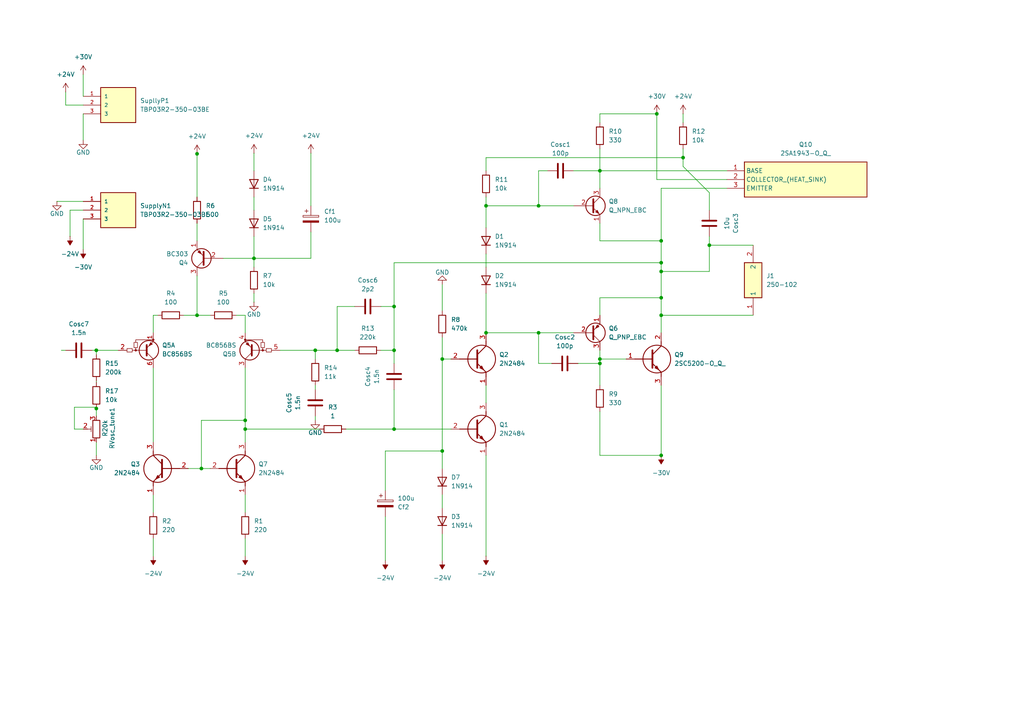
<source format=kicad_sch>
(kicad_sch
	(version 20231120)
	(generator "eeschema")
	(generator_version "8.0")
	(uuid "f69fca23-adf2-47e4-88fb-a5ed85d2e9a4")
	(paper "A4")
	(lib_symbols
		(symbol "250-102:250-102"
			(exclude_from_sim no)
			(in_bom yes)
			(on_board yes)
			(property "Reference" "J"
				(at 16.51 7.62 0)
				(effects
					(font
						(size 1.27 1.27)
					)
					(justify left top)
				)
			)
			(property "Value" "250-102"
				(at 16.51 5.08 0)
				(effects
					(font
						(size 1.27 1.27)
					)
					(justify left top)
				)
			)
			(property "Footprint" "250102"
				(at 16.51 -94.92 0)
				(effects
					(font
						(size 1.27 1.27)
					)
					(justify left top)
					(hide yes)
				)
			)
			(property "Datasheet" "https://www.wago.com/250-102"
				(at 16.51 -194.92 0)
				(effects
					(font
						(size 1.27 1.27)
					)
					(justify left top)
					(hide yes)
				)
			)
			(property "Description" "PCB terminal block; push-button; 1.5 mm; Pin spacing 3.5 mm; 2-pole; Push-in CAGE CLAMP"
				(at 0 0 0)
				(effects
					(font
						(size 1.27 1.27)
					)
					(hide yes)
				)
			)
			(property "Height" "13.1"
				(at 16.51 -394.92 0)
				(effects
					(font
						(size 1.27 1.27)
					)
					(justify left top)
					(hide yes)
				)
			)
			(property "TME Electronic Components Part Number" ""
				(at 16.51 -494.92 0)
				(effects
					(font
						(size 1.27 1.27)
					)
					(justify left top)
					(hide yes)
				)
			)
			(property "TME Electronic Components Price/Stock" ""
				(at 16.51 -594.92 0)
				(effects
					(font
						(size 1.27 1.27)
					)
					(justify left top)
					(hide yes)
				)
			)
			(property "Manufacturer_Name" "Wago"
				(at 16.51 -694.92 0)
				(effects
					(font
						(size 1.27 1.27)
					)
					(justify left top)
					(hide yes)
				)
			)
			(property "Manufacturer_Part_Number" "250-102"
				(at 16.51 -794.92 0)
				(effects
					(font
						(size 1.27 1.27)
					)
					(justify left top)
					(hide yes)
				)
			)
			(symbol "250-102_1_1"
				(rectangle
					(start 5.08 2.54)
					(end 15.24 -2.54)
					(stroke
						(width 0.254)
						(type default)
					)
					(fill
						(type background)
					)
				)
				(pin passive line
					(at 0 0 0)
					(length 5.08)
					(name "1"
						(effects
							(font
								(size 1.27 1.27)
							)
						)
					)
					(number "1"
						(effects
							(font
								(size 1.27 1.27)
							)
						)
					)
				)
				(pin passive line
					(at 20.32 0 180)
					(length 5.08)
					(name "2"
						(effects
							(font
								(size 1.27 1.27)
							)
						)
					)
					(number "2"
						(effects
							(font
								(size 1.27 1.27)
							)
						)
					)
				)
			)
		)
		(symbol "2N2484:2N2484"
			(pin_names hide)
			(exclude_from_sim no)
			(in_bom yes)
			(on_board yes)
			(property "Reference" "Q"
				(at 13.97 1.27 0)
				(effects
					(font
						(size 1.27 1.27)
					)
					(justify left top)
				)
			)
			(property "Value" "2N2484"
				(at 13.97 -1.27 0)
				(effects
					(font
						(size 1.27 1.27)
					)
					(justify left top)
				)
			)
			(property "Footprint" "2N2484"
				(at 13.97 -101.27 0)
				(effects
					(font
						(size 1.27 1.27)
					)
					(justify left top)
					(hide yes)
				)
			)
			(property "Datasheet" "https://pdf1.alldatasheet.com/datasheet-pdf/download/76183/MICROSEMI/2N2484.html"
				(at 13.97 -201.27 0)
				(effects
					(font
						(size 1.27 1.27)
					)
					(justify left top)
					(hide yes)
				)
			)
			(property "Description" "Bipolar Junction Transistor, 60V, 50 mA, NPN Type, TO-18"
				(at 0 0 0)
				(effects
					(font
						(size 1.27 1.27)
					)
					(hide yes)
				)
			)
			(property "Height" "5.334"
				(at 13.97 -401.27 0)
				(effects
					(font
						(size 1.27 1.27)
					)
					(justify left top)
					(hide yes)
				)
			)
			(property "Mouser Part Number" "494-2N2484"
				(at 13.97 -501.27 0)
				(effects
					(font
						(size 1.27 1.27)
					)
					(justify left top)
					(hide yes)
				)
			)
			(property "Mouser Price/Stock" "https://www.mouser.com/Search/Refine.aspx?Keyword=494-2N2484"
				(at 13.97 -601.27 0)
				(effects
					(font
						(size 1.27 1.27)
					)
					(justify left top)
					(hide yes)
				)
			)
			(property "Manufacturer_Name" "Microsemi Corporation"
				(at 13.97 -701.27 0)
				(effects
					(font
						(size 1.27 1.27)
					)
					(justify left top)
					(hide yes)
				)
			)
			(property "Manufacturer_Part_Number" "2N2484"
				(at 13.97 -801.27 0)
				(effects
					(font
						(size 1.27 1.27)
					)
					(justify left top)
					(hide yes)
				)
			)
			(symbol "2N2484_1_1"
				(polyline
					(pts
						(xy 2.54 0) (xy 7.62 0)
					)
					(stroke
						(width 0.254)
						(type default)
					)
					(fill
						(type none)
					)
				)
				(polyline
					(pts
						(xy 7.62 -1.27) (xy 10.16 -3.81)
					)
					(stroke
						(width 0.254)
						(type default)
					)
					(fill
						(type none)
					)
				)
				(polyline
					(pts
						(xy 7.62 1.27) (xy 10.16 3.81)
					)
					(stroke
						(width 0.254)
						(type default)
					)
					(fill
						(type none)
					)
				)
				(polyline
					(pts
						(xy 7.62 2.54) (xy 7.62 -2.54)
					)
					(stroke
						(width 0.508)
						(type default)
					)
					(fill
						(type none)
					)
				)
				(polyline
					(pts
						(xy 10.16 -3.81) (xy 10.16 -5.08)
					)
					(stroke
						(width 0.254)
						(type default)
					)
					(fill
						(type none)
					)
				)
				(polyline
					(pts
						(xy 10.16 3.81) (xy 10.16 5.08)
					)
					(stroke
						(width 0.254)
						(type default)
					)
					(fill
						(type none)
					)
				)
				(polyline
					(pts
						(xy 8.382 -2.54) (xy 8.89 -2.032) (xy 9.398 -3.048) (xy 8.382 -2.54)
					)
					(stroke
						(width 0.254)
						(type default)
					)
					(fill
						(type outline)
					)
				)
				(circle
					(center 8.89 0)
					(radius 4.016)
					(stroke
						(width 0.254)
						(type default)
					)
					(fill
						(type none)
					)
				)
				(pin passive line
					(at 10.16 -7.62 90)
					(length 2.54)
					(name "E"
						(effects
							(font
								(size 1.27 1.27)
							)
						)
					)
					(number "1"
						(effects
							(font
								(size 1.27 1.27)
							)
						)
					)
				)
				(pin passive line
					(at 0 0 0)
					(length 2.54)
					(name "B"
						(effects
							(font
								(size 1.27 1.27)
							)
						)
					)
					(number "2"
						(effects
							(font
								(size 1.27 1.27)
							)
						)
					)
				)
				(pin passive line
					(at 10.16 7.62 270)
					(length 2.54)
					(name "C"
						(effects
							(font
								(size 1.27 1.27)
							)
						)
					)
					(number "3"
						(effects
							(font
								(size 1.27 1.27)
							)
						)
					)
				)
			)
		)
		(symbol "2SA1943-O_Q_:2SA1943-O_Q_"
			(exclude_from_sim no)
			(in_bom yes)
			(on_board yes)
			(property "Reference" "Q"
				(at 41.91 7.62 0)
				(effects
					(font
						(size 1.27 1.27)
					)
					(justify left top)
				)
			)
			(property "Value" "2SA1943-O_Q_"
				(at 41.91 5.08 0)
				(effects
					(font
						(size 1.27 1.27)
					)
					(justify left top)
				)
			)
			(property "Footprint" "TO545P520X2050X2650-3P"
				(at 41.91 -94.92 0)
				(effects
					(font
						(size 1.27 1.27)
					)
					(justify left top)
					(hide yes)
				)
			)
			(property "Datasheet" "http://media.digikey.com/pdf/Data%20Sheets/Toshiba%20PDFs/2SA1943.pdf"
				(at 41.91 -194.92 0)
				(effects
					(font
						(size 1.27 1.27)
					)
					(justify left top)
					(hide yes)
				)
			)
			(property "Description" "Transistor PNP 230V 15A 150W 30MHz TO-3P Toshiba 2SA1943-O(Q) PNP Bipolar Transistor, 15 A, 230 V, 3-Pin TO-3PL"
				(at 0 0 0)
				(effects
					(font
						(size 1.27 1.27)
					)
					(hide yes)
				)
			)
			(property "Height" "5.2"
				(at 41.91 -394.92 0)
				(effects
					(font
						(size 1.27 1.27)
					)
					(justify left top)
					(hide yes)
				)
			)
			(property "Mouser Part Number" "757-2SA1943-O(Q)"
				(at 41.91 -494.92 0)
				(effects
					(font
						(size 1.27 1.27)
					)
					(justify left top)
					(hide yes)
				)
			)
			(property "Mouser Price/Stock" "https://www.mouser.co.uk/ProductDetail/Toshiba/2SA1943-OQ?qs=EEns8I54Y6Dc4KdnKPmS%2FQ%3D%3D"
				(at 41.91 -594.92 0)
				(effects
					(font
						(size 1.27 1.27)
					)
					(justify left top)
					(hide yes)
				)
			)
			(property "Manufacturer_Name" "Toshiba"
				(at 41.91 -694.92 0)
				(effects
					(font
						(size 1.27 1.27)
					)
					(justify left top)
					(hide yes)
				)
			)
			(property "Manufacturer_Part_Number" "2SA1943-O(Q)"
				(at 41.91 -794.92 0)
				(effects
					(font
						(size 1.27 1.27)
					)
					(justify left top)
					(hide yes)
				)
			)
			(symbol "2SA1943-O_Q__1_1"
				(rectangle
					(start 5.08 2.54)
					(end 40.64 -7.62)
					(stroke
						(width 0.254)
						(type default)
					)
					(fill
						(type background)
					)
				)
				(pin passive line
					(at 0 0 0)
					(length 5.08)
					(name "BASE"
						(effects
							(font
								(size 1.27 1.27)
							)
						)
					)
					(number "1"
						(effects
							(font
								(size 1.27 1.27)
							)
						)
					)
				)
				(pin passive line
					(at 0 -2.54 0)
					(length 5.08)
					(name "COLLECTOR_(HEAT_SINK)"
						(effects
							(font
								(size 1.27 1.27)
							)
						)
					)
					(number "2"
						(effects
							(font
								(size 1.27 1.27)
							)
						)
					)
				)
				(pin passive line
					(at 0 -5.08 0)
					(length 5.08)
					(name "EMITTER"
						(effects
							(font
								(size 1.27 1.27)
							)
						)
					)
					(number "3"
						(effects
							(font
								(size 1.27 1.27)
							)
						)
					)
				)
			)
		)
		(symbol "2SC5200-O_Q_:2SC5200-O_Q_"
			(pin_names hide)
			(exclude_from_sim no)
			(in_bom yes)
			(on_board yes)
			(property "Reference" "Q"
				(at 13.97 1.27 0)
				(effects
					(font
						(size 1.27 1.27)
					)
					(justify left top)
				)
			)
			(property "Value" "2SC5200-O_Q_"
				(at 13.97 -1.27 0)
				(effects
					(font
						(size 1.27 1.27)
					)
					(justify left top)
				)
			)
			(property "Footprint" "TO545P520X2000X2900-3P"
				(at 13.97 -101.27 0)
				(effects
					(font
						(size 1.27 1.27)
					)
					(justify left top)
					(hide yes)
				)
			)
			(property "Datasheet" "http://toshiba.semicon-storage.com/info/docget.jsp?did=20668&prodName=2SC5200"
				(at 13.97 -201.27 0)
				(effects
					(font
						(size 1.27 1.27)
					)
					(justify left top)
					(hide yes)
				)
			)
			(property "Description" "Bipolar Transistors - BJT NPN 230V 15A"
				(at 0 0 0)
				(effects
					(font
						(size 1.27 1.27)
					)
					(hide yes)
				)
			)
			(property "Height" "5.2"
				(at 13.97 -401.27 0)
				(effects
					(font
						(size 1.27 1.27)
					)
					(justify left top)
					(hide yes)
				)
			)
			(property "Mouser Part Number" "757-2SC5200-O(Q)"
				(at 13.97 -501.27 0)
				(effects
					(font
						(size 1.27 1.27)
					)
					(justify left top)
					(hide yes)
				)
			)
			(property "Mouser Price/Stock" "https://www.mouser.co.uk/ProductDetail/Toshiba/2SC5200-OQ?qs=EEns8I54Y6BCHV7Kwts0vw%3D%3D"
				(at 13.97 -601.27 0)
				(effects
					(font
						(size 1.27 1.27)
					)
					(justify left top)
					(hide yes)
				)
			)
			(property "Manufacturer_Name" "Toshiba"
				(at 13.97 -701.27 0)
				(effects
					(font
						(size 1.27 1.27)
					)
					(justify left top)
					(hide yes)
				)
			)
			(property "Manufacturer_Part_Number" "2SC5200-O(Q)"
				(at 13.97 -801.27 0)
				(effects
					(font
						(size 1.27 1.27)
					)
					(justify left top)
					(hide yes)
				)
			)
			(symbol "2SC5200-O_Q__1_1"
				(polyline
					(pts
						(xy 2.54 0) (xy 7.62 0)
					)
					(stroke
						(width 0.254)
						(type default)
					)
					(fill
						(type none)
					)
				)
				(polyline
					(pts
						(xy 7.62 -1.27) (xy 10.16 -3.81)
					)
					(stroke
						(width 0.254)
						(type default)
					)
					(fill
						(type none)
					)
				)
				(polyline
					(pts
						(xy 7.62 1.27) (xy 10.16 3.81)
					)
					(stroke
						(width 0.254)
						(type default)
					)
					(fill
						(type none)
					)
				)
				(polyline
					(pts
						(xy 7.62 2.54) (xy 7.62 -2.54)
					)
					(stroke
						(width 0.508)
						(type default)
					)
					(fill
						(type none)
					)
				)
				(polyline
					(pts
						(xy 10.16 -3.81) (xy 10.16 -5.08)
					)
					(stroke
						(width 0.254)
						(type default)
					)
					(fill
						(type none)
					)
				)
				(polyline
					(pts
						(xy 10.16 3.81) (xy 10.16 5.08)
					)
					(stroke
						(width 0.254)
						(type default)
					)
					(fill
						(type none)
					)
				)
				(polyline
					(pts
						(xy 8.382 -2.54) (xy 8.89 -2.032) (xy 9.398 -3.048) (xy 8.382 -2.54)
					)
					(stroke
						(width 0.254)
						(type default)
					)
					(fill
						(type outline)
					)
				)
				(circle
					(center 8.89 0)
					(radius 4.016)
					(stroke
						(width 0.254)
						(type default)
					)
					(fill
						(type none)
					)
				)
				(pin passive line
					(at 0 0 0)
					(length 2.54)
					(name "B"
						(effects
							(font
								(size 1.27 1.27)
							)
						)
					)
					(number "1"
						(effects
							(font
								(size 1.27 1.27)
							)
						)
					)
				)
				(pin passive line
					(at 10.16 7.62 270)
					(length 2.54)
					(name "C"
						(effects
							(font
								(size 1.27 1.27)
							)
						)
					)
					(number "2"
						(effects
							(font
								(size 1.27 1.27)
							)
						)
					)
				)
				(pin passive line
					(at 10.16 -7.62 90)
					(length 2.54)
					(name "E"
						(effects
							(font
								(size 1.27 1.27)
							)
						)
					)
					(number "3"
						(effects
							(font
								(size 1.27 1.27)
							)
						)
					)
				)
			)
		)
		(symbol "Device:C"
			(pin_numbers hide)
			(pin_names
				(offset 0.254)
			)
			(exclude_from_sim no)
			(in_bom yes)
			(on_board yes)
			(property "Reference" "C"
				(at 0.635 2.54 0)
				(effects
					(font
						(size 1.27 1.27)
					)
					(justify left)
				)
			)
			(property "Value" "C"
				(at 0.635 -2.54 0)
				(effects
					(font
						(size 1.27 1.27)
					)
					(justify left)
				)
			)
			(property "Footprint" ""
				(at 0.9652 -3.81 0)
				(effects
					(font
						(size 1.27 1.27)
					)
					(hide yes)
				)
			)
			(property "Datasheet" "~"
				(at 0 0 0)
				(effects
					(font
						(size 1.27 1.27)
					)
					(hide yes)
				)
			)
			(property "Description" "Unpolarized capacitor"
				(at 0 0 0)
				(effects
					(font
						(size 1.27 1.27)
					)
					(hide yes)
				)
			)
			(property "ki_keywords" "cap capacitor"
				(at 0 0 0)
				(effects
					(font
						(size 1.27 1.27)
					)
					(hide yes)
				)
			)
			(property "ki_fp_filters" "C_*"
				(at 0 0 0)
				(effects
					(font
						(size 1.27 1.27)
					)
					(hide yes)
				)
			)
			(symbol "C_0_1"
				(polyline
					(pts
						(xy -2.032 -0.762) (xy 2.032 -0.762)
					)
					(stroke
						(width 0.508)
						(type default)
					)
					(fill
						(type none)
					)
				)
				(polyline
					(pts
						(xy -2.032 0.762) (xy 2.032 0.762)
					)
					(stroke
						(width 0.508)
						(type default)
					)
					(fill
						(type none)
					)
				)
			)
			(symbol "C_1_1"
				(pin passive line
					(at 0 3.81 270)
					(length 2.794)
					(name "~"
						(effects
							(font
								(size 1.27 1.27)
							)
						)
					)
					(number "1"
						(effects
							(font
								(size 1.27 1.27)
							)
						)
					)
				)
				(pin passive line
					(at 0 -3.81 90)
					(length 2.794)
					(name "~"
						(effects
							(font
								(size 1.27 1.27)
							)
						)
					)
					(number "2"
						(effects
							(font
								(size 1.27 1.27)
							)
						)
					)
				)
			)
		)
		(symbol "Device:C_Polarized"
			(pin_numbers hide)
			(pin_names
				(offset 0.254)
			)
			(exclude_from_sim no)
			(in_bom yes)
			(on_board yes)
			(property "Reference" "C"
				(at 0.635 2.54 0)
				(effects
					(font
						(size 1.27 1.27)
					)
					(justify left)
				)
			)
			(property "Value" "C_Polarized"
				(at 0.635 -2.54 0)
				(effects
					(font
						(size 1.27 1.27)
					)
					(justify left)
				)
			)
			(property "Footprint" ""
				(at 0.9652 -3.81 0)
				(effects
					(font
						(size 1.27 1.27)
					)
					(hide yes)
				)
			)
			(property "Datasheet" "~"
				(at 0 0 0)
				(effects
					(font
						(size 1.27 1.27)
					)
					(hide yes)
				)
			)
			(property "Description" "Polarized capacitor"
				(at 0 0 0)
				(effects
					(font
						(size 1.27 1.27)
					)
					(hide yes)
				)
			)
			(property "ki_keywords" "cap capacitor"
				(at 0 0 0)
				(effects
					(font
						(size 1.27 1.27)
					)
					(hide yes)
				)
			)
			(property "ki_fp_filters" "CP_*"
				(at 0 0 0)
				(effects
					(font
						(size 1.27 1.27)
					)
					(hide yes)
				)
			)
			(symbol "C_Polarized_0_1"
				(rectangle
					(start -2.286 0.508)
					(end 2.286 1.016)
					(stroke
						(width 0)
						(type default)
					)
					(fill
						(type none)
					)
				)
				(polyline
					(pts
						(xy -1.778 2.286) (xy -0.762 2.286)
					)
					(stroke
						(width 0)
						(type default)
					)
					(fill
						(type none)
					)
				)
				(polyline
					(pts
						(xy -1.27 2.794) (xy -1.27 1.778)
					)
					(stroke
						(width 0)
						(type default)
					)
					(fill
						(type none)
					)
				)
				(rectangle
					(start 2.286 -0.508)
					(end -2.286 -1.016)
					(stroke
						(width 0)
						(type default)
					)
					(fill
						(type outline)
					)
				)
			)
			(symbol "C_Polarized_1_1"
				(pin passive line
					(at 0 3.81 270)
					(length 2.794)
					(name "~"
						(effects
							(font
								(size 1.27 1.27)
							)
						)
					)
					(number "1"
						(effects
							(font
								(size 1.27 1.27)
							)
						)
					)
				)
				(pin passive line
					(at 0 -3.81 90)
					(length 2.794)
					(name "~"
						(effects
							(font
								(size 1.27 1.27)
							)
						)
					)
					(number "2"
						(effects
							(font
								(size 1.27 1.27)
							)
						)
					)
				)
			)
		)
		(symbol "Device:L"
			(pin_numbers hide)
			(pin_names
				(offset 1.016) hide)
			(exclude_from_sim no)
			(in_bom yes)
			(on_board yes)
			(property "Reference" "L"
				(at -1.27 0 90)
				(effects
					(font
						(size 1.27 1.27)
					)
				)
			)
			(property "Value" "L"
				(at 1.905 0 90)
				(effects
					(font
						(size 1.27 1.27)
					)
				)
			)
			(property "Footprint" ""
				(at 0 0 0)
				(effects
					(font
						(size 1.27 1.27)
					)
					(hide yes)
				)
			)
			(property "Datasheet" "~"
				(at 0 0 0)
				(effects
					(font
						(size 1.27 1.27)
					)
					(hide yes)
				)
			)
			(property "Description" "Inductor"
				(at 0 0 0)
				(effects
					(font
						(size 1.27 1.27)
					)
					(hide yes)
				)
			)
			(property "ki_keywords" "inductor choke coil reactor magnetic"
				(at 0 0 0)
				(effects
					(font
						(size 1.27 1.27)
					)
					(hide yes)
				)
			)
			(property "ki_fp_filters" "Choke_* *Coil* Inductor_* L_*"
				(at 0 0 0)
				(effects
					(font
						(size 1.27 1.27)
					)
					(hide yes)
				)
			)
			(symbol "L_0_1"
				(arc
					(start 0 -2.54)
					(mid 0.6323 -1.905)
					(end 0 -1.27)
					(stroke
						(width 0)
						(type default)
					)
					(fill
						(type none)
					)
				)
				(arc
					(start 0 -1.27)
					(mid 0.6323 -0.635)
					(end 0 0)
					(stroke
						(width 0)
						(type default)
					)
					(fill
						(type none)
					)
				)
				(arc
					(start 0 0)
					(mid 0.6323 0.635)
					(end 0 1.27)
					(stroke
						(width 0)
						(type default)
					)
					(fill
						(type none)
					)
				)
				(arc
					(start 0 1.27)
					(mid 0.6323 1.905)
					(end 0 2.54)
					(stroke
						(width 0)
						(type default)
					)
					(fill
						(type none)
					)
				)
			)
			(symbol "L_1_1"
				(pin passive line
					(at 0 3.81 270)
					(length 1.27)
					(name "1"
						(effects
							(font
								(size 1.27 1.27)
							)
						)
					)
					(number "1"
						(effects
							(font
								(size 1.27 1.27)
							)
						)
					)
				)
				(pin passive line
					(at 0 -3.81 90)
					(length 1.27)
					(name "2"
						(effects
							(font
								(size 1.27 1.27)
							)
						)
					)
					(number "2"
						(effects
							(font
								(size 1.27 1.27)
							)
						)
					)
				)
			)
		)
		(symbol "Device:Q_Dual_PNP_PNP_BRT_E1B1C2E2B2C1"
			(pin_names hide)
			(exclude_from_sim no)
			(in_bom yes)
			(on_board yes)
			(property "Reference" "Q"
				(at 3.81 1.27 0)
				(effects
					(font
						(size 1.27 1.27)
					)
					(justify left)
				)
			)
			(property "Value" "Q_Dual_PNP_PNP_BRT_E1B1C2E2B2C1"
				(at 3.81 -1.27 0)
				(effects
					(font
						(size 1.27 1.27)
					)
					(justify left)
				)
			)
			(property "Footprint" ""
				(at 0 0 0)
				(effects
					(font
						(size 1.27 1.27)
					)
					(hide yes)
				)
			)
			(property "Datasheet" "~"
				(at 0 0 0)
				(effects
					(font
						(size 1.27 1.27)
					)
					(hide yes)
				)
			)
			(property "Description" "Dual PNP bias resistor transistor, 6 pin package"
				(at 0 0 0)
				(effects
					(font
						(size 1.27 1.27)
					)
					(hide yes)
				)
			)
			(property "ki_keywords" "transistor NPN"
				(at 0 0 0)
				(effects
					(font
						(size 1.27 1.27)
					)
					(hide yes)
				)
			)
			(property "ki_fp_filters" "SC?70* SC?88* SOT*363*"
				(at 0 0 0)
				(effects
					(font
						(size 1.27 1.27)
					)
					(hide yes)
				)
			)
			(symbol "Q_Dual_PNP_PNP_BRT_E1B1C2E2B2C1_0_1"
				(rectangle
					(start -6.35 0.508)
					(end -4.826 -0.508)
					(stroke
						(width 0)
						(type default)
					)
					(fill
						(type none)
					)
				)
				(rectangle
					(start -4.318 -2.286)
					(end -3.302 -0.762)
					(stroke
						(width 0)
						(type default)
					)
					(fill
						(type none)
					)
				)
				(circle
					(center -3.81 0)
					(radius 0.254)
					(stroke
						(width 0)
						(type default)
					)
					(fill
						(type outline)
					)
				)
				(polyline
					(pts
						(xy -3.81 -0.762) (xy -3.81 0)
					)
					(stroke
						(width 0)
						(type default)
					)
					(fill
						(type none)
					)
				)
				(polyline
					(pts
						(xy -0.762 0) (xy -4.826 0)
					)
					(stroke
						(width 0)
						(type default)
					)
					(fill
						(type none)
					)
				)
				(polyline
					(pts
						(xy -0.635 1.524) (xy -0.635 -1.524)
					)
					(stroke
						(width 0.508)
						(type default)
					)
					(fill
						(type none)
					)
				)
				(polyline
					(pts
						(xy -3.81 -2.286) (xy -3.81 -3.048) (xy 1.27 -3.048)
					)
					(stroke
						(width 0)
						(type default)
					)
					(fill
						(type none)
					)
				)
				(polyline
					(pts
						(xy 1.016 -1.778) (xy 0.508 -2.286) (xy 0 -1.27) (xy 1.016 -1.778) (xy 1.016 -1.778)
					)
					(stroke
						(width 0)
						(type default)
					)
					(fill
						(type outline)
					)
				)
				(circle
					(center 1.27 -3.048)
					(radius 0.254)
					(stroke
						(width 0)
						(type default)
					)
					(fill
						(type outline)
					)
				)
			)
			(symbol "Q_Dual_PNP_PNP_BRT_E1B1C2E2B2C1_1_1"
				(polyline
					(pts
						(xy -0.635 0.635) (xy 1.27 2.54)
					)
					(stroke
						(width 0)
						(type default)
					)
					(fill
						(type none)
					)
				)
				(polyline
					(pts
						(xy -0.635 -0.635) (xy 1.27 -2.54) (xy 1.27 -2.54)
					)
					(stroke
						(width 0)
						(type default)
					)
					(fill
						(type none)
					)
				)
				(circle
					(center 0 0)
					(radius 2.8194)
					(stroke
						(width 0.254)
						(type default)
					)
					(fill
						(type none)
					)
				)
				(pin passive line
					(at 1.27 -5.08 90)
					(length 2.54)
					(name "E1"
						(effects
							(font
								(size 1.27 1.27)
							)
						)
					)
					(number "1"
						(effects
							(font
								(size 1.27 1.27)
							)
						)
					)
				)
				(pin input line
					(at -8.89 0 0)
					(length 2.54)
					(name "B1"
						(effects
							(font
								(size 1.27 1.27)
							)
						)
					)
					(number "2"
						(effects
							(font
								(size 1.27 1.27)
							)
						)
					)
				)
				(pin passive line
					(at 1.27 5.08 270)
					(length 2.54)
					(name "C1"
						(effects
							(font
								(size 1.27 1.27)
							)
						)
					)
					(number "6"
						(effects
							(font
								(size 1.27 1.27)
							)
						)
					)
				)
			)
			(symbol "Q_Dual_PNP_PNP_BRT_E1B1C2E2B2C1_2_1"
				(polyline
					(pts
						(xy -0.635 0.635) (xy 1.27 2.54)
					)
					(stroke
						(width 0)
						(type default)
					)
					(fill
						(type none)
					)
				)
				(polyline
					(pts
						(xy -0.635 -0.635) (xy 1.27 -2.54) (xy 1.27 -2.54)
					)
					(stroke
						(width 0)
						(type default)
					)
					(fill
						(type none)
					)
				)
				(circle
					(center 0 0)
					(radius 2.8194)
					(stroke
						(width 0.254)
						(type default)
					)
					(fill
						(type none)
					)
				)
				(pin passive line
					(at 1.27 5.08 270)
					(length 2.54)
					(name "C2"
						(effects
							(font
								(size 1.27 1.27)
							)
						)
					)
					(number "3"
						(effects
							(font
								(size 1.27 1.27)
							)
						)
					)
				)
				(pin passive line
					(at 1.27 -5.08 90)
					(length 2.54)
					(name "E2"
						(effects
							(font
								(size 1.27 1.27)
							)
						)
					)
					(number "4"
						(effects
							(font
								(size 1.27 1.27)
							)
						)
					)
				)
				(pin input line
					(at -8.89 0 0)
					(length 2.54)
					(name "B2"
						(effects
							(font
								(size 1.27 1.27)
							)
						)
					)
					(number "5"
						(effects
							(font
								(size 1.27 1.27)
							)
						)
					)
				)
			)
		)
		(symbol "Device:Q_NPN_EBC"
			(pin_names
				(offset 0) hide)
			(exclude_from_sim no)
			(in_bom yes)
			(on_board yes)
			(property "Reference" "Q"
				(at 5.08 1.27 0)
				(effects
					(font
						(size 1.27 1.27)
					)
					(justify left)
				)
			)
			(property "Value" "Q_NPN_EBC"
				(at 5.08 -1.27 0)
				(effects
					(font
						(size 1.27 1.27)
					)
					(justify left)
				)
			)
			(property "Footprint" ""
				(at 5.08 2.54 0)
				(effects
					(font
						(size 1.27 1.27)
					)
					(hide yes)
				)
			)
			(property "Datasheet" "~"
				(at 0 0 0)
				(effects
					(font
						(size 1.27 1.27)
					)
					(hide yes)
				)
			)
			(property "Description" "NPN transistor, emitter/base/collector"
				(at 0 0 0)
				(effects
					(font
						(size 1.27 1.27)
					)
					(hide yes)
				)
			)
			(property "ki_keywords" "transistor NPN"
				(at 0 0 0)
				(effects
					(font
						(size 1.27 1.27)
					)
					(hide yes)
				)
			)
			(symbol "Q_NPN_EBC_0_1"
				(polyline
					(pts
						(xy 0.635 0.635) (xy 2.54 2.54)
					)
					(stroke
						(width 0)
						(type default)
					)
					(fill
						(type none)
					)
				)
				(polyline
					(pts
						(xy 0.635 -0.635) (xy 2.54 -2.54) (xy 2.54 -2.54)
					)
					(stroke
						(width 0)
						(type default)
					)
					(fill
						(type none)
					)
				)
				(polyline
					(pts
						(xy 0.635 1.905) (xy 0.635 -1.905) (xy 0.635 -1.905)
					)
					(stroke
						(width 0.508)
						(type default)
					)
					(fill
						(type none)
					)
				)
				(polyline
					(pts
						(xy 1.27 -1.778) (xy 1.778 -1.27) (xy 2.286 -2.286) (xy 1.27 -1.778) (xy 1.27 -1.778)
					)
					(stroke
						(width 0)
						(type default)
					)
					(fill
						(type outline)
					)
				)
				(circle
					(center 1.27 0)
					(radius 2.8194)
					(stroke
						(width 0.254)
						(type default)
					)
					(fill
						(type none)
					)
				)
			)
			(symbol "Q_NPN_EBC_1_1"
				(pin passive line
					(at 2.54 -5.08 90)
					(length 2.54)
					(name "E"
						(effects
							(font
								(size 1.27 1.27)
							)
						)
					)
					(number "1"
						(effects
							(font
								(size 1.27 1.27)
							)
						)
					)
				)
				(pin passive line
					(at -5.08 0 0)
					(length 5.715)
					(name "B"
						(effects
							(font
								(size 1.27 1.27)
							)
						)
					)
					(number "2"
						(effects
							(font
								(size 1.27 1.27)
							)
						)
					)
				)
				(pin passive line
					(at 2.54 5.08 270)
					(length 2.54)
					(name "C"
						(effects
							(font
								(size 1.27 1.27)
							)
						)
					)
					(number "3"
						(effects
							(font
								(size 1.27 1.27)
							)
						)
					)
				)
			)
		)
		(symbol "Device:Q_PNP_EBC"
			(pin_names
				(offset 0) hide)
			(exclude_from_sim no)
			(in_bom yes)
			(on_board yes)
			(property "Reference" "Q"
				(at 5.08 1.27 0)
				(effects
					(font
						(size 1.27 1.27)
					)
					(justify left)
				)
			)
			(property "Value" "Q_PNP_EBC"
				(at 5.08 -1.27 0)
				(effects
					(font
						(size 1.27 1.27)
					)
					(justify left)
				)
			)
			(property "Footprint" ""
				(at 5.08 2.54 0)
				(effects
					(font
						(size 1.27 1.27)
					)
					(hide yes)
				)
			)
			(property "Datasheet" "~"
				(at 0 0 0)
				(effects
					(font
						(size 1.27 1.27)
					)
					(hide yes)
				)
			)
			(property "Description" "PNP transistor, emitter/base/collector"
				(at 0 0 0)
				(effects
					(font
						(size 1.27 1.27)
					)
					(hide yes)
				)
			)
			(property "ki_keywords" "transistor PNP"
				(at 0 0 0)
				(effects
					(font
						(size 1.27 1.27)
					)
					(hide yes)
				)
			)
			(symbol "Q_PNP_EBC_0_1"
				(polyline
					(pts
						(xy 0.635 0.635) (xy 2.54 2.54)
					)
					(stroke
						(width 0)
						(type default)
					)
					(fill
						(type none)
					)
				)
				(polyline
					(pts
						(xy 0.635 -0.635) (xy 2.54 -2.54) (xy 2.54 -2.54)
					)
					(stroke
						(width 0)
						(type default)
					)
					(fill
						(type none)
					)
				)
				(polyline
					(pts
						(xy 0.635 1.905) (xy 0.635 -1.905) (xy 0.635 -1.905)
					)
					(stroke
						(width 0.508)
						(type default)
					)
					(fill
						(type none)
					)
				)
				(polyline
					(pts
						(xy 2.286 -1.778) (xy 1.778 -2.286) (xy 1.27 -1.27) (xy 2.286 -1.778) (xy 2.286 -1.778)
					)
					(stroke
						(width 0)
						(type default)
					)
					(fill
						(type outline)
					)
				)
				(circle
					(center 1.27 0)
					(radius 2.8194)
					(stroke
						(width 0.254)
						(type default)
					)
					(fill
						(type none)
					)
				)
			)
			(symbol "Q_PNP_EBC_1_1"
				(pin passive line
					(at 2.54 -5.08 90)
					(length 2.54)
					(name "E"
						(effects
							(font
								(size 1.27 1.27)
							)
						)
					)
					(number "1"
						(effects
							(font
								(size 1.27 1.27)
							)
						)
					)
				)
				(pin input line
					(at -5.08 0 0)
					(length 5.715)
					(name "B"
						(effects
							(font
								(size 1.27 1.27)
							)
						)
					)
					(number "2"
						(effects
							(font
								(size 1.27 1.27)
							)
						)
					)
				)
				(pin passive line
					(at 2.54 5.08 270)
					(length 2.54)
					(name "C"
						(effects
							(font
								(size 1.27 1.27)
							)
						)
					)
					(number "3"
						(effects
							(font
								(size 1.27 1.27)
							)
						)
					)
				)
			)
		)
		(symbol "Device:R"
			(pin_numbers hide)
			(pin_names
				(offset 0)
			)
			(exclude_from_sim no)
			(in_bom yes)
			(on_board yes)
			(property "Reference" "R"
				(at 2.032 0 90)
				(effects
					(font
						(size 1.27 1.27)
					)
				)
			)
			(property "Value" "R"
				(at 0 0 90)
				(effects
					(font
						(size 1.27 1.27)
					)
				)
			)
			(property "Footprint" ""
				(at -1.778 0 90)
				(effects
					(font
						(size 1.27 1.27)
					)
					(hide yes)
				)
			)
			(property "Datasheet" "~"
				(at 0 0 0)
				(effects
					(font
						(size 1.27 1.27)
					)
					(hide yes)
				)
			)
			(property "Description" "Resistor"
				(at 0 0 0)
				(effects
					(font
						(size 1.27 1.27)
					)
					(hide yes)
				)
			)
			(property "ki_keywords" "R res resistor"
				(at 0 0 0)
				(effects
					(font
						(size 1.27 1.27)
					)
					(hide yes)
				)
			)
			(property "ki_fp_filters" "R_*"
				(at 0 0 0)
				(effects
					(font
						(size 1.27 1.27)
					)
					(hide yes)
				)
			)
			(symbol "R_0_1"
				(rectangle
					(start -1.016 -2.54)
					(end 1.016 2.54)
					(stroke
						(width 0.254)
						(type default)
					)
					(fill
						(type none)
					)
				)
			)
			(symbol "R_1_1"
				(pin passive line
					(at 0 3.81 270)
					(length 1.27)
					(name "~"
						(effects
							(font
								(size 1.27 1.27)
							)
						)
					)
					(number "1"
						(effects
							(font
								(size 1.27 1.27)
							)
						)
					)
				)
				(pin passive line
					(at 0 -3.81 90)
					(length 1.27)
					(name "~"
						(effects
							(font
								(size 1.27 1.27)
							)
						)
					)
					(number "2"
						(effects
							(font
								(size 1.27 1.27)
							)
						)
					)
				)
			)
		)
		(symbol "Device:R_Potentiometer_Trim"
			(pin_names
				(offset 1.016) hide)
			(exclude_from_sim no)
			(in_bom yes)
			(on_board yes)
			(property "Reference" "RV"
				(at -4.445 0 90)
				(effects
					(font
						(size 1.27 1.27)
					)
				)
			)
			(property "Value" "R_Potentiometer_Trim"
				(at -2.54 0 90)
				(effects
					(font
						(size 1.27 1.27)
					)
				)
			)
			(property "Footprint" ""
				(at 0 0 0)
				(effects
					(font
						(size 1.27 1.27)
					)
					(hide yes)
				)
			)
			(property "Datasheet" "~"
				(at 0 0 0)
				(effects
					(font
						(size 1.27 1.27)
					)
					(hide yes)
				)
			)
			(property "Description" "Trim-potentiometer"
				(at 0 0 0)
				(effects
					(font
						(size 1.27 1.27)
					)
					(hide yes)
				)
			)
			(property "ki_keywords" "resistor variable trimpot trimmer"
				(at 0 0 0)
				(effects
					(font
						(size 1.27 1.27)
					)
					(hide yes)
				)
			)
			(property "ki_fp_filters" "Potentiometer*"
				(at 0 0 0)
				(effects
					(font
						(size 1.27 1.27)
					)
					(hide yes)
				)
			)
			(symbol "R_Potentiometer_Trim_0_1"
				(polyline
					(pts
						(xy 1.524 0.762) (xy 1.524 -0.762)
					)
					(stroke
						(width 0)
						(type default)
					)
					(fill
						(type none)
					)
				)
				(polyline
					(pts
						(xy 2.54 0) (xy 1.524 0)
					)
					(stroke
						(width 0)
						(type default)
					)
					(fill
						(type none)
					)
				)
				(rectangle
					(start 1.016 2.54)
					(end -1.016 -2.54)
					(stroke
						(width 0.254)
						(type default)
					)
					(fill
						(type none)
					)
				)
			)
			(symbol "R_Potentiometer_Trim_1_1"
				(pin passive line
					(at 0 3.81 270)
					(length 1.27)
					(name "1"
						(effects
							(font
								(size 1.27 1.27)
							)
						)
					)
					(number "1"
						(effects
							(font
								(size 1.27 1.27)
							)
						)
					)
				)
				(pin passive line
					(at 3.81 0 180)
					(length 1.27)
					(name "2"
						(effects
							(font
								(size 1.27 1.27)
							)
						)
					)
					(number "2"
						(effects
							(font
								(size 1.27 1.27)
							)
						)
					)
				)
				(pin passive line
					(at 0 -3.81 90)
					(length 1.27)
					(name "3"
						(effects
							(font
								(size 1.27 1.27)
							)
						)
					)
					(number "3"
						(effects
							(font
								(size 1.27 1.27)
							)
						)
					)
				)
			)
		)
		(symbol "Diode:1N914"
			(pin_numbers hide)
			(pin_names hide)
			(exclude_from_sim no)
			(in_bom yes)
			(on_board yes)
			(property "Reference" "D"
				(at 0 2.54 0)
				(effects
					(font
						(size 1.27 1.27)
					)
				)
			)
			(property "Value" "1N914"
				(at 0 -2.54 0)
				(effects
					(font
						(size 1.27 1.27)
					)
				)
			)
			(property "Footprint" "Diode_THT:D_DO-35_SOD27_P7.62mm_Horizontal"
				(at 0 -4.445 0)
				(effects
					(font
						(size 1.27 1.27)
					)
					(hide yes)
				)
			)
			(property "Datasheet" "http://www.vishay.com/docs/85622/1n914.pdf"
				(at 0 0 0)
				(effects
					(font
						(size 1.27 1.27)
					)
					(hide yes)
				)
			)
			(property "Description" "100V 0.3A Small Signal Fast Switching Diode, DO-35"
				(at 0 0 0)
				(effects
					(font
						(size 1.27 1.27)
					)
					(hide yes)
				)
			)
			(property "Sim.Device" "D"
				(at 0 0 0)
				(effects
					(font
						(size 1.27 1.27)
					)
					(hide yes)
				)
			)
			(property "Sim.Pins" "1=K 2=A"
				(at 0 0 0)
				(effects
					(font
						(size 1.27 1.27)
					)
					(hide yes)
				)
			)
			(property "ki_keywords" "diode"
				(at 0 0 0)
				(effects
					(font
						(size 1.27 1.27)
					)
					(hide yes)
				)
			)
			(property "ki_fp_filters" "D*DO?35*"
				(at 0 0 0)
				(effects
					(font
						(size 1.27 1.27)
					)
					(hide yes)
				)
			)
			(symbol "1N914_0_1"
				(polyline
					(pts
						(xy -1.27 1.27) (xy -1.27 -1.27)
					)
					(stroke
						(width 0.254)
						(type default)
					)
					(fill
						(type none)
					)
				)
				(polyline
					(pts
						(xy 1.27 0) (xy -1.27 0)
					)
					(stroke
						(width 0)
						(type default)
					)
					(fill
						(type none)
					)
				)
				(polyline
					(pts
						(xy 1.27 1.27) (xy 1.27 -1.27) (xy -1.27 0) (xy 1.27 1.27)
					)
					(stroke
						(width 0.254)
						(type default)
					)
					(fill
						(type none)
					)
				)
			)
			(symbol "1N914_1_1"
				(pin passive line
					(at -3.81 0 0)
					(length 2.54)
					(name "K"
						(effects
							(font
								(size 1.27 1.27)
							)
						)
					)
					(number "1"
						(effects
							(font
								(size 1.27 1.27)
							)
						)
					)
				)
				(pin passive line
					(at 3.81 0 180)
					(length 2.54)
					(name "A"
						(effects
							(font
								(size 1.27 1.27)
							)
						)
					)
					(number "2"
						(effects
							(font
								(size 1.27 1.27)
							)
						)
					)
				)
			)
		)
		(symbol "TBP03R2-350-03BE:TBP03R2-350-03BE"
			(pin_names
				(offset 1.016)
			)
			(exclude_from_sim no)
			(in_bom yes)
			(on_board yes)
			(property "Reference" "J"
				(at -5.08 7.62 0)
				(effects
					(font
						(size 1.27 1.27)
					)
					(justify left bottom)
				)
			)
			(property "Value" "TBP03R2-350-03BE"
				(at -5.08 -7.62 0)
				(effects
					(font
						(size 1.27 1.27)
					)
					(justify left bottom)
				)
			)
			(property "Footprint" "CUI_TBP03R2-350-03BE"
				(at 0 0 0)
				(effects
					(font
						(size 1.27 1.27)
					)
					(justify left bottom)
					(hide yes)
				)
			)
			(property "Datasheet" ""
				(at 0 0 0)
				(effects
					(font
						(size 1.27 1.27)
					)
					(justify left bottom)
					(hide yes)
				)
			)
			(property "Description" ""
				(at 0 0 0)
				(effects
					(font
						(size 1.27 1.27)
					)
					(hide yes)
				)
			)
			(property "PARTREV" "1.0"
				(at 0 0 0)
				(effects
					(font
						(size 1.27 1.27)
					)
					(justify left bottom)
					(hide yes)
				)
			)
			(property "STANDARD" "Manufacturer Recommendations"
				(at 0 0 0)
				(effects
					(font
						(size 1.27 1.27)
					)
					(justify left bottom)
					(hide yes)
				)
			)
			(property "MAXIMUM_PACKAGE_HEIGHT" "9.50mm"
				(at 0 0 0)
				(effects
					(font
						(size 1.27 1.27)
					)
					(justify left bottom)
					(hide yes)
				)
			)
			(property "MANUFACTURER" "CUI Devices"
				(at 0 0 0)
				(effects
					(font
						(size 1.27 1.27)
					)
					(justify left bottom)
					(hide yes)
				)
			)
			(property "ki_locked" ""
				(at 0 0 0)
				(effects
					(font
						(size 1.27 1.27)
					)
				)
			)
			(symbol "TBP03R2-350-03BE_0_0"
				(rectangle
					(start -5.08 -5.08)
					(end 5.08 5.08)
					(stroke
						(width 0.254)
						(type solid)
					)
					(fill
						(type background)
					)
				)
				(pin passive line
					(at -10.16 2.54 0)
					(length 5.08)
					(name "1"
						(effects
							(font
								(size 1.016 1.016)
							)
						)
					)
					(number "1"
						(effects
							(font
								(size 1.016 1.016)
							)
						)
					)
				)
				(pin passive line
					(at -10.16 0 0)
					(length 5.08)
					(name "2"
						(effects
							(font
								(size 1.016 1.016)
							)
						)
					)
					(number "2"
						(effects
							(font
								(size 1.016 1.016)
							)
						)
					)
				)
				(pin passive line
					(at -10.16 -2.54 0)
					(length 5.08)
					(name "3"
						(effects
							(font
								(size 1.016 1.016)
							)
						)
					)
					(number "3"
						(effects
							(font
								(size 1.016 1.016)
							)
						)
					)
				)
			)
		)
		(symbol "power:+24V"
			(power)
			(pin_numbers hide)
			(pin_names
				(offset 0) hide)
			(exclude_from_sim no)
			(in_bom yes)
			(on_board yes)
			(property "Reference" "#PWR"
				(at 0 -3.81 0)
				(effects
					(font
						(size 1.27 1.27)
					)
					(hide yes)
				)
			)
			(property "Value" "+24V"
				(at 0 3.556 0)
				(effects
					(font
						(size 1.27 1.27)
					)
				)
			)
			(property "Footprint" ""
				(at 0 0 0)
				(effects
					(font
						(size 1.27 1.27)
					)
					(hide yes)
				)
			)
			(property "Datasheet" ""
				(at 0 0 0)
				(effects
					(font
						(size 1.27 1.27)
					)
					(hide yes)
				)
			)
			(property "Description" "Power symbol creates a global label with name \"+24V\""
				(at 0 0 0)
				(effects
					(font
						(size 1.27 1.27)
					)
					(hide yes)
				)
			)
			(property "ki_keywords" "global power"
				(at 0 0 0)
				(effects
					(font
						(size 1.27 1.27)
					)
					(hide yes)
				)
			)
			(symbol "+24V_0_1"
				(polyline
					(pts
						(xy -0.762 1.27) (xy 0 2.54)
					)
					(stroke
						(width 0)
						(type default)
					)
					(fill
						(type none)
					)
				)
				(polyline
					(pts
						(xy 0 0) (xy 0 2.54)
					)
					(stroke
						(width 0)
						(type default)
					)
					(fill
						(type none)
					)
				)
				(polyline
					(pts
						(xy 0 2.54) (xy 0.762 1.27)
					)
					(stroke
						(width 0)
						(type default)
					)
					(fill
						(type none)
					)
				)
			)
			(symbol "+24V_1_1"
				(pin power_in line
					(at 0 0 90)
					(length 0)
					(name "~"
						(effects
							(font
								(size 1.27 1.27)
							)
						)
					)
					(number "1"
						(effects
							(font
								(size 1.27 1.27)
							)
						)
					)
				)
			)
		)
		(symbol "power:-24V"
			(power)
			(pin_numbers hide)
			(pin_names
				(offset 0) hide)
			(exclude_from_sim no)
			(in_bom yes)
			(on_board yes)
			(property "Reference" "#PWR"
				(at 0 -3.81 0)
				(effects
					(font
						(size 1.27 1.27)
					)
					(hide yes)
				)
			)
			(property "Value" "-24V"
				(at 0 3.556 0)
				(effects
					(font
						(size 1.27 1.27)
					)
				)
			)
			(property "Footprint" ""
				(at 0 0 0)
				(effects
					(font
						(size 1.27 1.27)
					)
					(hide yes)
				)
			)
			(property "Datasheet" ""
				(at 0 0 0)
				(effects
					(font
						(size 1.27 1.27)
					)
					(hide yes)
				)
			)
			(property "Description" "Power symbol creates a global label with name \"-24V\""
				(at 0 0 0)
				(effects
					(font
						(size 1.27 1.27)
					)
					(hide yes)
				)
			)
			(property "ki_keywords" "global power"
				(at 0 0 0)
				(effects
					(font
						(size 1.27 1.27)
					)
					(hide yes)
				)
			)
			(symbol "-24V_0_0"
				(pin power_in line
					(at 0 0 90)
					(length 0)
					(name "~"
						(effects
							(font
								(size 1.27 1.27)
							)
						)
					)
					(number "1"
						(effects
							(font
								(size 1.27 1.27)
							)
						)
					)
				)
			)
			(symbol "-24V_0_1"
				(polyline
					(pts
						(xy 0 0) (xy 0 1.27) (xy 0.762 1.27) (xy 0 2.54) (xy -0.762 1.27) (xy 0 1.27)
					)
					(stroke
						(width 0)
						(type default)
					)
					(fill
						(type outline)
					)
				)
			)
		)
		(symbol "power:GND"
			(power)
			(pin_numbers hide)
			(pin_names
				(offset 0) hide)
			(exclude_from_sim no)
			(in_bom yes)
			(on_board yes)
			(property "Reference" "#PWR"
				(at 0 -6.35 0)
				(effects
					(font
						(size 1.27 1.27)
					)
					(hide yes)
				)
			)
			(property "Value" "GND"
				(at 0 -3.81 0)
				(effects
					(font
						(size 1.27 1.27)
					)
				)
			)
			(property "Footprint" ""
				(at 0 0 0)
				(effects
					(font
						(size 1.27 1.27)
					)
					(hide yes)
				)
			)
			(property "Datasheet" ""
				(at 0 0 0)
				(effects
					(font
						(size 1.27 1.27)
					)
					(hide yes)
				)
			)
			(property "Description" "Power symbol creates a global label with name \"GND\" , ground"
				(at 0 0 0)
				(effects
					(font
						(size 1.27 1.27)
					)
					(hide yes)
				)
			)
			(property "ki_keywords" "global power"
				(at 0 0 0)
				(effects
					(font
						(size 1.27 1.27)
					)
					(hide yes)
				)
			)
			(symbol "GND_0_1"
				(polyline
					(pts
						(xy 0 0) (xy 0 -1.27) (xy 1.27 -1.27) (xy 0 -2.54) (xy -1.27 -1.27) (xy 0 -1.27)
					)
					(stroke
						(width 0)
						(type default)
					)
					(fill
						(type none)
					)
				)
			)
			(symbol "GND_1_1"
				(pin power_in line
					(at 0 0 270)
					(length 0)
					(name "~"
						(effects
							(font
								(size 1.27 1.27)
							)
						)
					)
					(number "1"
						(effects
							(font
								(size 1.27 1.27)
							)
						)
					)
				)
			)
		)
	)
	(junction
		(at 71.12 124.46)
		(diameter 0)
		(color 0 0 0 0)
		(uuid "04544b86-bfce-4a37-b9b3-a6eb46ce0a29")
	)
	(junction
		(at 191.77 86.36)
		(diameter 0)
		(color 0 0 0 0)
		(uuid "04578824-24d8-43c1-b5ac-791cb33db9c5")
	)
	(junction
		(at 27.94 118.4868)
		(diameter 0)
		(color 0 0 0 0)
		(uuid "111a8f90-9245-43fe-b046-41f4c6f8d833")
	)
	(junction
		(at 97.79 101.6)
		(diameter 0)
		(color 0 0 0 0)
		(uuid "1ca85487-5e44-4240-9711-9940f2590fdf")
	)
	(junction
		(at 128.27 130.81)
		(diameter 0)
		(color 0 0 0 0)
		(uuid "22a478b8-282a-4e94-b0a4-af1d9ae2eb62")
	)
	(junction
		(at 114.3 88.9)
		(diameter 0)
		(color 0 0 0 0)
		(uuid "2b644090-692d-4742-a5c4-52f34eeee3a5")
	)
	(junction
		(at 191.77 78.74)
		(diameter 0)
		(color 0 0 0 0)
		(uuid "2bd2897e-d07f-4def-91c3-d9d124c13a0f")
	)
	(junction
		(at 303.53 111.76)
		(diameter 0)
		(color 0 0 0 0)
		(uuid "2ceb141c-07ae-4055-8574-21f8edb3f690")
	)
	(junction
		(at 205.74 71.12)
		(diameter 0)
		(color 0 0 0 0)
		(uuid "38d14d90-d2f3-465d-bf98-80d919ef6d11")
	)
	(junction
		(at 191.77 69.85)
		(diameter 0)
		(color 0 0 0 0)
		(uuid "3a154096-68a6-4ff9-9835-1181d8ed6d68")
	)
	(junction
		(at 191.77 132.08)
		(diameter 0)
		(color 0 0 0 0)
		(uuid "4a86dc58-4967-4b17-850b-f1431e04deba")
	)
	(junction
		(at 73.66 74.93)
		(diameter 0)
		(color 0 0 0 0)
		(uuid "4c503ff8-6a05-4afc-af9a-a562da11bfc2")
	)
	(junction
		(at 58.42 135.89)
		(diameter 0)
		(color 0 0 0 0)
		(uuid "551f885e-83fd-4505-afad-4f196c597f4f")
	)
	(junction
		(at 173.99 105.41)
		(diameter 0)
		(color 0 0 0 0)
		(uuid "56c997ed-bcf1-4d0f-bfa6-982a5ec249ed")
	)
	(junction
		(at 198.12 45.72)
		(diameter 0)
		(color 0 0 0 0)
		(uuid "604dc29a-438c-471c-bc16-6ce7d9c1bee4")
	)
	(junction
		(at 114.3 101.6)
		(diameter 0)
		(color 0 0 0 0)
		(uuid "6ec85ea8-0eb8-4f9f-86eb-6b582d62985d")
	)
	(junction
		(at 114.3 124.46)
		(diameter 0)
		(color 0 0 0 0)
		(uuid "6f014582-5527-47e2-9baa-1d51f49f8c8b")
	)
	(junction
		(at 360.68 95.25)
		(diameter 0)
		(color 0 0 0 0)
		(uuid "963ba2b6-df93-4f4c-ba90-1b5aa0486df6")
	)
	(junction
		(at 140.97 96.52)
		(diameter 0)
		(color 0 0 0 0)
		(uuid "969a4af9-785a-4acb-91dc-2526fb9269c8")
	)
	(junction
		(at 27.94 101.6)
		(diameter 0)
		(color 0 0 0 0)
		(uuid "9e23edaa-4d65-4332-86e0-34a6f232ff80")
	)
	(junction
		(at 173.99 104.14)
		(diameter 0)
		(color 0 0 0 0)
		(uuid "a089a430-bd52-4439-8491-bbf522ad1255")
	)
	(junction
		(at 57.15 44.6174)
		(diameter 0)
		(color 0 0 0 0)
		(uuid "a70c3bd5-ff94-4ea3-a89b-3e323537b0d5")
	)
	(junction
		(at 71.12 121.92)
		(diameter 0)
		(color 0 0 0 0)
		(uuid "a955bf46-974c-4827-9d4d-c31cc96df542")
	)
	(junction
		(at 191.77 91.44)
		(diameter 0)
		(color 0 0 0 0)
		(uuid "adc8ba9b-a0da-4fd3-acab-b2e03cfdf4fb")
	)
	(junction
		(at 156.21 59.69)
		(diameter 0)
		(color 0 0 0 0)
		(uuid "b491150d-d49c-49b7-9c6d-27f2a179f502")
	)
	(junction
		(at 173.99 49.53)
		(diameter 0)
		(color 0 0 0 0)
		(uuid "b896bc61-9f2c-484a-a71d-7c35c2f91f8b")
	)
	(junction
		(at 128.27 104.14)
		(diameter 0)
		(color 0 0 0 0)
		(uuid "bfcbf70e-029f-4dc8-85b8-7ed10249686c")
	)
	(junction
		(at 327.66 73.66)
		(diameter 0)
		(color 0 0 0 0)
		(uuid "c013b1cd-31b0-4122-bb5e-f1e3c3e16347")
	)
	(junction
		(at 317.5 111.76)
		(diameter 0)
		(color 0 0 0 0)
		(uuid "c5e28d8c-92f5-45ae-8c29-7b990dca9219")
	)
	(junction
		(at 347.98 111.76)
		(diameter 0)
		(color 0 0 0 0)
		(uuid "d12aa658-38a5-4b60-8588-57296c2876bf")
	)
	(junction
		(at 57.15 91.44)
		(diameter 0)
		(color 0 0 0 0)
		(uuid "d183e175-84bc-4319-b2ad-b718f68940f1")
	)
	(junction
		(at 339.09 111.76)
		(diameter 0)
		(color 0 0 0 0)
		(uuid "d4a2f596-c17a-4037-893e-cc13ba1937cd")
	)
	(junction
		(at 91.44 101.6)
		(diameter 0)
		(color 0 0 0 0)
		(uuid "d4e7ab26-e2c6-4335-9bb6-ae9571b9e56e")
	)
	(junction
		(at 156.21 96.52)
		(diameter 0)
		(color 0 0 0 0)
		(uuid "d9be2c76-941b-47d6-b9ff-503aac95c32e")
	)
	(junction
		(at 339.09 73.66)
		(diameter 0)
		(color 0 0 0 0)
		(uuid "da90b3a6-48b9-4b93-a1e0-1af3a9d85b61")
	)
	(junction
		(at 140.97 59.69)
		(diameter 0)
		(color 0 0 0 0)
		(uuid "e75115e0-b2d7-46c9-989f-253fb6bbf101")
	)
	(junction
		(at 191.77 76.2)
		(diameter 0)
		(color 0 0 0 0)
		(uuid "ef7ccf6f-66d0-45f7-b1fb-c087ec92e367")
	)
	(junction
		(at 190.5 33.02)
		(diameter 0)
		(color 0 0 0 0)
		(uuid "f4d99e25-2266-42d8-baef-7a27081bbdd1")
	)
	(wire
		(pts
			(xy 156.21 49.53) (xy 158.75 49.53)
		)
		(stroke
			(width 0)
			(type default)
		)
		(uuid "01202362-aba5-49b5-b1f6-e6486f57c848")
	)
	(wire
		(pts
			(xy 90.17 67.31) (xy 90.17 74.93)
		)
		(stroke
			(width 0)
			(type default)
		)
		(uuid "072e38fc-9e54-42f8-b51c-f93192239d08")
	)
	(wire
		(pts
			(xy 191.77 78.74) (xy 205.74 78.74)
		)
		(stroke
			(width 0)
			(type default)
		)
		(uuid "0761056f-cf79-4bec-8fca-077d10dac974")
	)
	(wire
		(pts
			(xy 26.67 101.6) (xy 27.94 101.6)
		)
		(stroke
			(width 0)
			(type default)
		)
		(uuid "0862a3ea-cfaf-4127-a27e-8d1814ee8f5f")
	)
	(wire
		(pts
			(xy 114.3 124.46) (xy 130.81 124.46)
		)
		(stroke
			(width 0)
			(type default)
		)
		(uuid "08a3dc44-1f92-4c69-98f0-611637859701")
	)
	(wire
		(pts
			(xy 44.45 106.68) (xy 44.45 128.27)
		)
		(stroke
			(width 0)
			(type default)
		)
		(uuid "0cf574f2-839e-45a0-811b-52668af3f8d5")
	)
	(wire
		(pts
			(xy 205.74 68.58) (xy 205.74 71.12)
		)
		(stroke
			(width 0)
			(type default)
		)
		(uuid "0edb311b-0bb6-4fec-8117-0bf71b0c2e4b")
	)
	(wire
		(pts
			(xy 19.05 30.48) (xy 24.13 30.48)
		)
		(stroke
			(width 0)
			(type default)
		)
		(uuid "0f2fe9dc-53dd-4223-88da-aaeff0044242")
	)
	(wire
		(pts
			(xy 128.27 104.14) (xy 130.81 104.14)
		)
		(stroke
			(width 0)
			(type default)
		)
		(uuid "103ca286-380a-478c-b59c-d61170df948b")
	)
	(wire
		(pts
			(xy 58.42 121.92) (xy 71.12 121.92)
		)
		(stroke
			(width 0)
			(type default)
		)
		(uuid "1412c2cd-d18f-491e-ae61-934a04cef384")
	)
	(wire
		(pts
			(xy 339.09 73.66) (xy 360.68 73.66)
		)
		(stroke
			(width 0)
			(type default)
		)
		(uuid "14fefd5a-d300-43a1-8019-6690efbb3a93")
	)
	(wire
		(pts
			(xy 71.12 121.92) (xy 71.12 124.46)
		)
		(stroke
			(width 0)
			(type default)
		)
		(uuid "15b918c3-aea0-4a91-8ce6-99c836d0dc67")
	)
	(wire
		(pts
			(xy 97.79 88.9) (xy 97.79 101.6)
		)
		(stroke
			(width 0)
			(type default)
		)
		(uuid "16d97bc1-9e02-4c60-89ca-13a5b14ec499")
	)
	(wire
		(pts
			(xy 347.98 111.76) (xy 347.98 115.57)
		)
		(stroke
			(width 0)
			(type default)
		)
		(uuid "180f72ba-97e2-4269-b738-8767a3f68cbc")
	)
	(wire
		(pts
			(xy 91.44 101.6) (xy 91.44 104.14)
		)
		(stroke
			(width 0)
			(type default)
		)
		(uuid "1ab15a96-af32-43ee-a433-314ff194ebc5")
	)
	(wire
		(pts
			(xy 53.34 91.44) (xy 57.15 91.44)
		)
		(stroke
			(width 0)
			(type default)
		)
		(uuid "1f389117-fd74-4295-927c-3d1db8db7fc8")
	)
	(wire
		(pts
			(xy 20.32 60.96) (xy 20.32 68.58)
		)
		(stroke
			(width 0)
			(type default)
		)
		(uuid "1fa43fbd-d4df-4a97-bc84-e7d9c85ac9ae")
	)
	(wire
		(pts
			(xy 331.47 106.68) (xy 339.09 106.68)
		)
		(stroke
			(width 0)
			(type default)
		)
		(uuid "205b0e80-af81-4daa-a7d9-8c5a23ba6693")
	)
	(wire
		(pts
			(xy 205.74 55.88) (xy 205.74 60.96)
		)
		(stroke
			(width 0)
			(type default)
		)
		(uuid "24217b1e-f23e-46ac-9bd8-e360c6b49d2e")
	)
	(wire
		(pts
			(xy 339.09 106.68) (xy 339.09 111.76)
		)
		(stroke
			(width 0)
			(type default)
		)
		(uuid "243d51f5-ed9a-4c40-9e38-6afba43d04ab")
	)
	(wire
		(pts
			(xy 57.15 44.6174) (xy 57.15 57.15)
		)
		(stroke
			(width 0)
			(type default)
		)
		(uuid "25807fc7-87a7-4a84-b763-3438fd45fc9b")
	)
	(wire
		(pts
			(xy 198.12 45.72) (xy 198.12 48.26)
		)
		(stroke
			(width 0)
			(type default)
		)
		(uuid "288582fa-8683-4311-99ad-b9d55076532c")
	)
	(wire
		(pts
			(xy 198.12 43.18) (xy 198.12 45.72)
		)
		(stroke
			(width 0)
			(type default)
		)
		(uuid "296d66e2-9442-479b-8e72-e29b4ad9aa63")
	)
	(wire
		(pts
			(xy 128.27 97.79) (xy 128.27 104.14)
		)
		(stroke
			(width 0)
			(type default)
		)
		(uuid "29efaaec-81eb-489f-9a23-04b19488259e")
	)
	(wire
		(pts
			(xy 191.77 78.74) (xy 191.77 86.36)
		)
		(stroke
			(width 0)
			(type default)
		)
		(uuid "346b418e-7577-450a-a7a9-b176a1e40945")
	)
	(wire
		(pts
			(xy 90.17 44.45) (xy 90.17 59.69)
		)
		(stroke
			(width 0)
			(type default)
		)
		(uuid "363887e4-32ec-498e-99ba-644cb0262db2")
	)
	(wire
		(pts
			(xy 27.94 118.4868) (xy 27.94 120.65)
		)
		(stroke
			(width 0)
			(type default)
		)
		(uuid "3909c34e-f73f-4789-ad50-fd98e1a2894a")
	)
	(wire
		(pts
			(xy 140.97 45.72) (xy 140.97 49.53)
		)
		(stroke
			(width 0)
			(type default)
		)
		(uuid "394d5e8a-f975-40aa-95c3-993b92cf7e2e")
	)
	(wire
		(pts
			(xy 44.45 91.44) (xy 45.72 91.44)
		)
		(stroke
			(width 0)
			(type default)
		)
		(uuid "3f312faa-0329-46e8-8420-7277e8436fb2")
	)
	(wire
		(pts
			(xy 317.5 111.76) (xy 317.5 119.38)
		)
		(stroke
			(width 0)
			(type default)
		)
		(uuid "3f6bf109-edcc-42a6-af37-9cf83ceaf813")
	)
	(wire
		(pts
			(xy 58.42 135.89) (xy 60.96 135.89)
		)
		(stroke
			(width 0)
			(type default)
		)
		(uuid "4278a929-840e-4f33-a3e5-10c02615d95a")
	)
	(wire
		(pts
			(xy 114.3 76.2) (xy 191.77 76.2)
		)
		(stroke
			(width 0)
			(type default)
		)
		(uuid "440bf35f-0fa6-4cd2-a4c6-c4c151a23629")
	)
	(wire
		(pts
			(xy 191.77 69.85) (xy 191.77 76.2)
		)
		(stroke
			(width 0)
			(type default)
		)
		(uuid "480ee579-75e4-42c3-9bf6-9af671377fa3")
	)
	(wire
		(pts
			(xy 27.94 110.49) (xy 27.94 110.8668)
		)
		(stroke
			(width 0)
			(type default)
		)
		(uuid "4892d58c-8445-4594-9c71-1e1941cbdce1")
	)
	(wire
		(pts
			(xy 190.5 33.02) (xy 190.5 52.07)
		)
		(stroke
			(width 0)
			(type default)
		)
		(uuid "4bc83c12-2c97-4b9d-a796-31533368e665")
	)
	(wire
		(pts
			(xy 58.42 121.92) (xy 58.42 135.89)
		)
		(stroke
			(width 0)
			(type default)
		)
		(uuid "4f70759c-a9e1-4acd-8b1f-34bae516f0de")
	)
	(wire
		(pts
			(xy 205.74 71.12) (xy 218.44 71.12)
		)
		(stroke
			(width 0)
			(type default)
		)
		(uuid "4fe9df00-2029-4aa9-a93f-2b0f815eef0c")
	)
	(wire
		(pts
			(xy 71.12 143.51) (xy 71.12 148.59)
		)
		(stroke
			(width 0)
			(type default)
		)
		(uuid "5134aeb7-6213-4508-bc8f-6b3a3fcb51f6")
	)
	(wire
		(pts
			(xy 140.97 111.76) (xy 140.97 116.84)
		)
		(stroke
			(width 0)
			(type default)
		)
		(uuid "53f74a8a-0f92-4b2d-993e-e40df668bb45")
	)
	(wire
		(pts
			(xy 71.12 124.46) (xy 71.12 128.27)
		)
		(stroke
			(width 0)
			(type default)
		)
		(uuid "5641024c-b980-4209-ab49-504085ac6a6d")
	)
	(wire
		(pts
			(xy 327.66 85.09) (xy 327.66 95.25)
		)
		(stroke
			(width 0)
			(type default)
		)
		(uuid "5673c080-f4da-46a6-b651-5e853f807e0e")
	)
	(wire
		(pts
			(xy 81.28 101.6) (xy 91.44 101.6)
		)
		(stroke
			(width 0)
			(type default)
		)
		(uuid "58683033-9e19-46b9-b368-2954d9b99700")
	)
	(wire
		(pts
			(xy 173.99 49.53) (xy 210.82 49.53)
		)
		(stroke
			(width 0)
			(type default)
		)
		(uuid "5aac5371-71cc-4435-8afe-8a5c902936c1")
	)
	(wire
		(pts
			(xy 173.99 86.36) (xy 173.99 91.44)
		)
		(stroke
			(width 0)
			(type default)
		)
		(uuid "5f6e208c-153d-4f1d-aaf8-b2122cddccab")
	)
	(wire
		(pts
			(xy 303.53 73.66) (xy 309.88 73.66)
		)
		(stroke
			(width 0)
			(type default)
		)
		(uuid "602ef97e-ad72-40aa-a46d-0acd4a03da98")
	)
	(wire
		(pts
			(xy 24.13 33.02) (xy 24.13 40.64)
		)
		(stroke
			(width 0)
			(type default)
		)
		(uuid "62c242ba-9083-4131-8127-77a7ede21f67")
	)
	(wire
		(pts
			(xy 100.33 124.46) (xy 114.3 124.46)
		)
		(stroke
			(width 0)
			(type default)
		)
		(uuid "62cf5783-3f11-4cc7-8139-bdb7723c87da")
	)
	(wire
		(pts
			(xy 57.15 80.01) (xy 57.15 91.44)
		)
		(stroke
			(width 0)
			(type default)
		)
		(uuid "62f957bf-25ca-4b8e-88a3-2affd3a57ef8")
	)
	(wire
		(pts
			(xy 191.77 111.76) (xy 191.77 132.08)
		)
		(stroke
			(width 0)
			(type default)
		)
		(uuid "63766a4b-daf4-486a-a939-48d5da75aeb9")
	)
	(wire
		(pts
			(xy 191.77 91.44) (xy 191.77 96.52)
		)
		(stroke
			(width 0)
			(type default)
		)
		(uuid "637a8019-23ba-4112-9c37-63ac43d3a05e")
	)
	(wire
		(pts
			(xy 205.74 71.12) (xy 205.74 78.74)
		)
		(stroke
			(width 0)
			(type default)
		)
		(uuid "6518fb02-338d-4d6b-9b21-b5054ff81c4a")
	)
	(wire
		(pts
			(xy 73.66 57.15) (xy 73.66 60.96)
		)
		(stroke
			(width 0)
			(type default)
		)
		(uuid "65983a77-4646-422a-9d3a-311017f45613")
	)
	(wire
		(pts
			(xy 173.99 43.18) (xy 173.99 49.53)
		)
		(stroke
			(width 0)
			(type default)
		)
		(uuid "681fa863-8682-4f34-8333-11aeb9a8b7d8")
	)
	(wire
		(pts
			(xy 44.45 156.21) (xy 44.45 161.29)
		)
		(stroke
			(width 0)
			(type default)
		)
		(uuid "68bcde94-bb66-4375-9f42-a8db5c79a6e4")
	)
	(wire
		(pts
			(xy 71.12 106.68) (xy 71.12 121.92)
		)
		(stroke
			(width 0)
			(type default)
		)
		(uuid "6adfb92c-9023-42d1-ba27-a1b59aae621a")
	)
	(wire
		(pts
			(xy 317.5 106.68) (xy 317.5 111.76)
		)
		(stroke
			(width 0)
			(type default)
		)
		(uuid "72ed2893-3b72-4c4c-8b8b-5cb5805994f2")
	)
	(wire
		(pts
			(xy 156.21 49.53) (xy 156.21 59.69)
		)
		(stroke
			(width 0)
			(type default)
		)
		(uuid "7330c039-3444-4c80-84e1-2b9626e97af2")
	)
	(wire
		(pts
			(xy 317.5 73.66) (xy 327.66 73.66)
		)
		(stroke
			(width 0)
			(type default)
		)
		(uuid "7427959f-6221-4e5b-bd68-b5ca47a5222b")
	)
	(wire
		(pts
			(xy 339.09 111.76) (xy 347.98 111.76)
		)
		(stroke
			(width 0)
			(type default)
		)
		(uuid "74451898-5b2d-4d12-beea-a81e91282a1d")
	)
	(wire
		(pts
			(xy 110.49 101.6) (xy 114.3 101.6)
		)
		(stroke
			(width 0)
			(type default)
		)
		(uuid "786ffef6-2e70-4d29-9dee-f3e9e2bd8174")
	)
	(wire
		(pts
			(xy 21.59 118.11) (xy 27.94 118.11)
		)
		(stroke
			(width 0)
			(type default)
		)
		(uuid "7e5dd239-3289-41e7-828f-c150e1d4e781")
	)
	(wire
		(pts
			(xy 54.61 135.89) (xy 58.42 135.89)
		)
		(stroke
			(width 0)
			(type default)
		)
		(uuid "7ea25789-2adf-44ae-9b0f-19042cf665fe")
	)
	(wire
		(pts
			(xy 128.27 130.81) (xy 128.27 135.89)
		)
		(stroke
			(width 0)
			(type default)
		)
		(uuid "7ec79227-95d0-4045-9aa3-2c9438c1ce99")
	)
	(wire
		(pts
			(xy 327.66 73.66) (xy 327.66 77.47)
		)
		(stroke
			(width 0)
			(type default)
		)
		(uuid "7f1515f4-daba-44c8-83d2-7e402dc57892")
	)
	(wire
		(pts
			(xy 140.97 132.08) (xy 140.97 161.29)
		)
		(stroke
			(width 0)
			(type default)
		)
		(uuid "83409ce9-1280-497b-955d-efc822b433ae")
	)
	(wire
		(pts
			(xy 173.99 33.02) (xy 173.99 35.56)
		)
		(stroke
			(width 0)
			(type default)
		)
		(uuid "836baa85-3cdb-4336-bddb-4d3be4261a52")
	)
	(wire
		(pts
			(xy 57.15 91.44) (xy 60.96 91.44)
		)
		(stroke
			(width 0)
			(type default)
		)
		(uuid "855c0d73-1da4-4109-baf9-d9a11e4b32dd")
	)
	(wire
		(pts
			(xy 173.99 49.53) (xy 173.99 54.61)
		)
		(stroke
			(width 0)
			(type default)
		)
		(uuid "86cb19e4-d36d-4884-8896-6f419b053f94")
	)
	(wire
		(pts
			(xy 191.77 76.2) (xy 191.77 78.74)
		)
		(stroke
			(width 0)
			(type default)
		)
		(uuid "8920edd0-8594-457e-878c-380ce79176ca")
	)
	(wire
		(pts
			(xy 173.99 119.38) (xy 173.99 132.08)
		)
		(stroke
			(width 0)
			(type default)
		)
		(uuid "8a72f513-89d1-4117-a961-91c5b2866c34")
	)
	(wire
		(pts
			(xy 140.97 85.09) (xy 140.97 96.52)
		)
		(stroke
			(width 0)
			(type default)
		)
		(uuid "8a9e2d60-6035-4591-99a6-3fd580d66997")
	)
	(wire
		(pts
			(xy 91.44 101.6) (xy 97.79 101.6)
		)
		(stroke
			(width 0)
			(type default)
		)
		(uuid "8cb2d3e3-c36d-4779-b363-be1dab4c82f2")
	)
	(wire
		(pts
			(xy 303.53 111.76) (xy 309.88 111.76)
		)
		(stroke
			(width 0)
			(type default)
		)
		(uuid "8cce6900-ed9e-40f7-b40d-9272203bae88")
	)
	(wire
		(pts
			(xy 331.47 119.38) (xy 339.09 119.38)
		)
		(stroke
			(width 0)
			(type default)
		)
		(uuid "8dde0784-ac57-4063-9947-52d23066d3e9")
	)
	(wire
		(pts
			(xy 156.21 96.52) (xy 166.37 96.52)
		)
		(stroke
			(width 0)
			(type default)
		)
		(uuid "8ec9ac75-2c0a-43f3-943f-34d9864735e3")
	)
	(wire
		(pts
			(xy 57.15 44.45) (xy 57.15 44.6174)
		)
		(stroke
			(width 0)
			(type default)
		)
		(uuid "914b5301-5d5a-4ed9-bb53-9725da3d8584")
	)
	(wire
		(pts
			(xy 44.45 143.51) (xy 44.45 148.59)
		)
		(stroke
			(width 0)
			(type default)
		)
		(uuid "9326f877-ff3a-4215-92d5-850a3ef3dcb3")
	)
	(wire
		(pts
			(xy 91.44 111.76) (xy 91.44 113.03)
		)
		(stroke
			(width 0)
			(type default)
		)
		(uuid "9434d4d4-e449-4844-ade9-53c50e204053")
	)
	(wire
		(pts
			(xy 71.12 91.44) (xy 71.12 96.52)
		)
		(stroke
			(width 0)
			(type default)
		)
		(uuid "9483af5a-0c67-4ee7-948d-d21d561b0e33")
	)
	(wire
		(pts
			(xy 16.51 58.42) (xy 24.13 58.42)
		)
		(stroke
			(width 0)
			(type default)
		)
		(uuid "9570fa2b-11db-4173-ac3a-062085907ce7")
	)
	(wire
		(pts
			(xy 191.77 86.36) (xy 191.77 91.44)
		)
		(stroke
			(width 0)
			(type default)
		)
		(uuid "95c55cf1-4cdb-4af1-b9d9-c6393f5d77a8")
	)
	(wire
		(pts
			(xy 97.79 101.6) (xy 102.87 101.6)
		)
		(stroke
			(width 0)
			(type default)
		)
		(uuid "963228d2-373a-44bb-82cd-5cfed7d16457")
	)
	(wire
		(pts
			(xy 191.77 91.44) (xy 218.44 91.44)
		)
		(stroke
			(width 0)
			(type default)
		)
		(uuid "96cdf4e5-c13a-446d-9b6b-a7c6bf44d8c2")
	)
	(wire
		(pts
			(xy 21.59 118.11) (xy 21.59 124.46)
		)
		(stroke
			(width 0)
			(type default)
		)
		(uuid "97dcc7ff-d8ea-4199-97f0-77bf1ebe865b")
	)
	(wire
		(pts
			(xy 140.97 45.72) (xy 198.12 45.72)
		)
		(stroke
			(width 0)
			(type default)
		)
		(uuid "98825811-0da2-46ee-a330-d01747f94d3a")
	)
	(wire
		(pts
			(xy 173.99 105.41) (xy 173.99 111.76)
		)
		(stroke
			(width 0)
			(type default)
		)
		(uuid "9b242a4a-9566-4fc5-b544-f8e2545a8eb1")
	)
	(wire
		(pts
			(xy 114.3 76.2) (xy 114.3 88.9)
		)
		(stroke
			(width 0)
			(type default)
		)
		(uuid "9bff3758-1c76-496d-9791-be422706a325")
	)
	(wire
		(pts
			(xy 110.49 88.9) (xy 114.3 88.9)
		)
		(stroke
			(width 0)
			(type default)
		)
		(uuid "9c21500e-cb65-4f48-bc59-2b15075745d1")
	)
	(wire
		(pts
			(xy 173.99 69.85) (xy 191.77 69.85)
		)
		(stroke
			(width 0)
			(type default)
		)
		(uuid "9cb9396f-06df-431a-b83b-ed3e4817f355")
	)
	(wire
		(pts
			(xy 166.37 49.53) (xy 173.99 49.53)
		)
		(stroke
			(width 0)
			(type default)
		)
		(uuid "9cd589ac-419d-4f0b-959b-1047cbca3b34")
	)
	(wire
		(pts
			(xy 173.99 132.08) (xy 191.77 132.08)
		)
		(stroke
			(width 0)
			(type default)
		)
		(uuid "9cf9f7aa-cb54-457e-b4d4-8bef2f3544ec")
	)
	(wire
		(pts
			(xy 173.99 86.36) (xy 191.77 86.36)
		)
		(stroke
			(width 0)
			(type default)
		)
		(uuid "9e5bcea6-0793-4cac-b565-4ed11599eaf3")
	)
	(wire
		(pts
			(xy 73.66 74.93) (xy 73.66 77.47)
		)
		(stroke
			(width 0)
			(type default)
		)
		(uuid "9f350fcb-af1d-41aa-bca6-47aa1d1f6617")
	)
	(wire
		(pts
			(xy 360.68 73.66) (xy 360.68 74.93)
		)
		(stroke
			(width 0)
			(type default)
		)
		(uuid "9f5692bd-42ed-4c63-a27f-2375f3b65fe2")
	)
	(wire
		(pts
			(xy 17.78 101.6) (xy 19.05 101.6)
		)
		(stroke
			(width 0)
			(type default)
		)
		(uuid "a02cf5cc-d3d2-4c93-bd90-a8f7605941c6")
	)
	(wire
		(pts
			(xy 173.99 101.6) (xy 173.99 104.14)
		)
		(stroke
			(width 0)
			(type default)
		)
		(uuid "a3c57990-a6e0-42dd-8336-8a2854ed1a09")
	)
	(wire
		(pts
			(xy 173.99 64.77) (xy 173.99 69.85)
		)
		(stroke
			(width 0)
			(type default)
		)
		(uuid "a50020fe-5032-46d0-8f65-f1341915e450")
	)
	(wire
		(pts
			(xy 57.15 64.77) (xy 57.15 69.85)
		)
		(stroke
			(width 0)
			(type default)
		)
		(uuid "a672c971-4aaf-417a-bab0-9481ec0f1ca3")
	)
	(wire
		(pts
			(xy 128.27 104.14) (xy 128.27 130.81)
		)
		(stroke
			(width 0)
			(type default)
		)
		(uuid "a6fe4257-b93f-43f3-92be-2a06761b705f")
	)
	(wire
		(pts
			(xy 339.09 73.66) (xy 339.09 77.47)
		)
		(stroke
			(width 0)
			(type default)
		)
		(uuid "a7f91505-805a-4b84-9e21-470be6536223")
	)
	(wire
		(pts
			(xy 114.3 88.9) (xy 114.3 101.6)
		)
		(stroke
			(width 0)
			(type default)
		)
		(uuid "a8144c6c-8ce5-42ca-8a48-0f12e6f28e2c")
	)
	(wire
		(pts
			(xy 27.94 118.11) (xy 27.94 118.4868)
		)
		(stroke
			(width 0)
			(type default)
		)
		(uuid "aac16c83-b80f-4572-aad0-6100fd1aec01")
	)
	(wire
		(pts
			(xy 167.64 105.41) (xy 173.99 105.41)
		)
		(stroke
			(width 0)
			(type default)
		)
		(uuid "aacb717a-6531-41b4-b910-c1fc3c8df1b7")
	)
	(wire
		(pts
			(xy 156.21 105.41) (xy 160.02 105.41)
		)
		(stroke
			(width 0)
			(type default)
		)
		(uuid "abe1db1c-7923-4cac-9ae0-bb868b7424e2")
	)
	(wire
		(pts
			(xy 73.66 44.45) (xy 73.66 49.53)
		)
		(stroke
			(width 0)
			(type default)
		)
		(uuid "ae17d881-7e8b-45b2-84f4-d34c52939d12")
	)
	(wire
		(pts
			(xy 91.44 120.65) (xy 91.44 121.92)
		)
		(stroke
			(width 0)
			(type default)
		)
		(uuid "b077a280-d8c4-4ce6-8b94-a038b19d0811")
	)
	(wire
		(pts
			(xy 317.5 106.68) (xy 323.85 106.68)
		)
		(stroke
			(width 0)
			(type default)
		)
		(uuid "b2f9294f-3de7-462a-ab6a-803753cf38aa")
	)
	(wire
		(pts
			(xy 111.76 130.81) (xy 111.76 142.24)
		)
		(stroke
			(width 0)
			(type default)
		)
		(uuid "b313eb06-9d3a-4b8b-9969-e09f6aef9457")
	)
	(wire
		(pts
			(xy 27.94 101.6) (xy 27.94 102.87)
		)
		(stroke
			(width 0)
			(type default)
		)
		(uuid "b8e81608-12d1-432a-9763-f31614ab1587")
	)
	(wire
		(pts
			(xy 140.97 73.66) (xy 140.97 77.47)
		)
		(stroke
			(width 0)
			(type default)
		)
		(uuid "bbbae1d0-d061-42f9-bc7c-befa07c7e653")
	)
	(wire
		(pts
			(xy 205.74 55.88) (xy 198.12 48.26)
		)
		(stroke
			(width 0)
			(type default)
		)
		(uuid "bc8c0a9f-7bfa-46c2-b757-a02095b8dcbe")
	)
	(wire
		(pts
			(xy 44.45 91.44) (xy 44.45 96.52)
		)
		(stroke
			(width 0)
			(type default)
		)
		(uuid "beb6f893-16eb-4471-82c5-f9d5cecc6e16")
	)
	(wire
		(pts
			(xy 191.77 54.61) (xy 191.77 69.85)
		)
		(stroke
			(width 0)
			(type default)
		)
		(uuid "befb1934-2a47-460f-87ee-9b13463522a8")
	)
	(wire
		(pts
			(xy 71.12 156.21) (xy 71.12 161.29)
		)
		(stroke
			(width 0)
			(type default)
		)
		(uuid "bf6c290a-6255-484e-95ea-4aacb8f15035")
	)
	(wire
		(pts
			(xy 339.09 111.76) (xy 339.09 119.38)
		)
		(stroke
			(width 0)
			(type default)
		)
		(uuid "c0358010-1028-4c81-b6be-9e85eb869b31")
	)
	(wire
		(pts
			(xy 73.66 85.09) (xy 73.66 87.63)
		)
		(stroke
			(width 0)
			(type default)
		)
		(uuid "c0d759f1-0951-4016-ab06-3d9887072899")
	)
	(wire
		(pts
			(xy 24.13 63.5) (xy 24.13 72.39)
		)
		(stroke
			(width 0)
			(type default)
		)
		(uuid "c1376389-3a4e-44e3-89b9-7a649dd5bd32")
	)
	(wire
		(pts
			(xy 191.77 54.61) (xy 210.82 54.61)
		)
		(stroke
			(width 0)
			(type default)
		)
		(uuid "c252bd09-1a53-46dd-ba85-d4de23e72fa6")
	)
	(wire
		(pts
			(xy 68.58 91.44) (xy 71.12 91.44)
		)
		(stroke
			(width 0)
			(type default)
		)
		(uuid "c44c7f3e-6ec9-415d-94c3-3ed4da7b478b")
	)
	(wire
		(pts
			(xy 21.59 124.46) (xy 24.13 124.46)
		)
		(stroke
			(width 0)
			(type default)
		)
		(uuid "c5d9e2d5-2357-4e72-805e-a92141445e38")
	)
	(wire
		(pts
			(xy 27.94 128.27) (xy 27.94 132.08)
		)
		(stroke
			(width 0)
			(type default)
		)
		(uuid "c70477ba-5c2d-4239-8045-4cadf5c69e0f")
	)
	(wire
		(pts
			(xy 303.53 73.66) (xy 303.53 111.76)
		)
		(stroke
			(width 0)
			(type default)
		)
		(uuid "c7bc820d-37e0-4b02-8851-068c6b8e492f")
	)
	(wire
		(pts
			(xy 114.3 101.6) (xy 114.3 105.41)
		)
		(stroke
			(width 0)
			(type default)
		)
		(uuid "c8006275-aea9-4c7f-b047-8191b4fdf24a")
	)
	(wire
		(pts
			(xy 19.05 26.67) (xy 19.05 30.48)
		)
		(stroke
			(width 0)
			(type default)
		)
		(uuid "cbf47706-0556-4126-ac34-d105017d3493")
	)
	(wire
		(pts
			(xy 190.5 52.07) (xy 210.82 52.07)
		)
		(stroke
			(width 0)
			(type default)
		)
		(uuid "cc5336ba-0a0b-4c17-aa94-b7ac8095bd9a")
	)
	(wire
		(pts
			(xy 114.3 113.03) (xy 114.3 124.46)
		)
		(stroke
			(width 0)
			(type default)
		)
		(uuid "d1977a5b-8c1f-40b2-8dd7-70b5beb6241d")
	)
	(wire
		(pts
			(xy 140.97 59.69) (xy 156.21 59.69)
		)
		(stroke
			(width 0)
			(type default)
		)
		(uuid "d2634066-b95a-43f6-9db4-2161d80b68fc")
	)
	(wire
		(pts
			(xy 140.97 59.69) (xy 140.97 66.04)
		)
		(stroke
			(width 0)
			(type default)
		)
		(uuid "d3b40514-bc54-4991-bca7-7d0c01212e6e")
	)
	(wire
		(pts
			(xy 173.99 104.14) (xy 173.99 105.41)
		)
		(stroke
			(width 0)
			(type default)
		)
		(uuid "d54f585e-7173-4405-a22b-fc26e49815fd")
	)
	(wire
		(pts
			(xy 156.21 59.69) (xy 166.37 59.69)
		)
		(stroke
			(width 0)
			(type default)
		)
		(uuid "d58502a0-c3df-4d81-a678-034606b59252")
	)
	(wire
		(pts
			(xy 73.66 68.58) (xy 73.66 74.93)
		)
		(stroke
			(width 0)
			(type default)
		)
		(uuid "d671a8cb-7d95-408b-990a-b14f4c5232a3")
	)
	(wire
		(pts
			(xy 173.99 33.02) (xy 190.5 33.02)
		)
		(stroke
			(width 0)
			(type default)
		)
		(uuid "dafd3f34-1543-4acd-b06d-9a6159758008")
	)
	(wire
		(pts
			(xy 64.77 74.93) (xy 73.66 74.93)
		)
		(stroke
			(width 0)
			(type default)
		)
		(uuid "dd5b19bd-6e87-468b-97c7-48d694ade686")
	)
	(wire
		(pts
			(xy 156.21 96.52) (xy 156.21 105.41)
		)
		(stroke
			(width 0)
			(type default)
		)
		(uuid "df1419a3-87f9-47b3-ab6c-d6615a9e2295")
	)
	(wire
		(pts
			(xy 339.09 85.09) (xy 339.09 95.25)
		)
		(stroke
			(width 0)
			(type default)
		)
		(uuid "e2927e13-c4df-4030-8eca-e3296b0c3b23")
	)
	(wire
		(pts
			(xy 327.66 73.66) (xy 339.09 73.66)
		)
		(stroke
			(width 0)
			(type default)
		)
		(uuid "e31959d3-4a4b-4e98-83f6-17cf8fda4df4")
	)
	(wire
		(pts
			(xy 140.97 57.15) (xy 140.97 59.69)
		)
		(stroke
			(width 0)
			(type default)
		)
		(uuid "e5198c8a-93ce-459c-9313-3d2f22dcc7f4")
	)
	(wire
		(pts
			(xy 111.76 130.81) (xy 128.27 130.81)
		)
		(stroke
			(width 0)
			(type default)
		)
		(uuid "e57e3761-d796-49b0-9fb7-dc078087b05d")
	)
	(wire
		(pts
			(xy 97.79 88.9) (xy 102.87 88.9)
		)
		(stroke
			(width 0)
			(type default)
		)
		(uuid "e737db22-1194-429d-82ba-08d41c193e41")
	)
	(wire
		(pts
			(xy 198.12 33.02) (xy 198.12 35.56)
		)
		(stroke
			(width 0)
			(type default)
		)
		(uuid "e7b4b666-c1f9-4119-bed3-86ca0d0ca70c")
	)
	(wire
		(pts
			(xy 20.32 60.96) (xy 24.13 60.96)
		)
		(stroke
			(width 0)
			(type default)
		)
		(uuid "e8a6106d-8788-42e1-9325-167940040a47")
	)
	(wire
		(pts
			(xy 140.97 96.52) (xy 156.21 96.52)
		)
		(stroke
			(width 0)
			(type default)
		)
		(uuid "ebfe2807-015f-40c6-b59c-03368f252a3a")
	)
	(wire
		(pts
			(xy 347.98 111.76) (xy 359.41 111.76)
		)
		(stroke
			(width 0)
			(type default)
		)
		(uuid "ed123e5b-f503-4052-9945-4acfea81433d")
	)
	(wire
		(pts
			(xy 73.66 74.93) (xy 90.17 74.93)
		)
		(stroke
			(width 0)
			(type default)
		)
		(uuid "edc260ba-94db-433a-9841-eced4051bd9d")
	)
	(wire
		(pts
			(xy 27.94 101.6) (xy 34.29 101.6)
		)
		(stroke
			(width 0)
			(type default)
		)
		(uuid "efbe5f18-fc36-421f-8e69-5f03470603ed")
	)
	(wire
		(pts
			(xy 173.99 104.14) (xy 181.61 104.14)
		)
		(stroke
			(width 0)
			(type default)
		)
		(uuid "f01e8f73-3766-433b-908d-b7ea0ff55c63")
	)
	(wire
		(pts
			(xy 128.27 154.94) (xy 128.27 162.56)
		)
		(stroke
			(width 0)
			(type default)
		)
		(uuid "f0f21eb6-552b-4804-aa40-ab3b292fb692")
	)
	(wire
		(pts
			(xy 24.13 21.59) (xy 24.13 27.94)
		)
		(stroke
			(width 0)
			(type default)
		)
		(uuid "f2cc5c1f-fd97-4846-a470-0643d47e96c7")
	)
	(wire
		(pts
			(xy 360.68 92.71) (xy 360.68 95.25)
		)
		(stroke
			(width 0)
			(type default)
		)
		(uuid "f4a17e55-18fc-465d-a66a-6f5f7d09e305")
	)
	(wire
		(pts
			(xy 317.5 119.38) (xy 323.85 119.38)
		)
		(stroke
			(width 0)
			(type default)
		)
		(uuid "f58de44b-dd7a-4d19-8720-f84ed3abd212")
	)
	(wire
		(pts
			(xy 111.76 149.86) (xy 111.76 162.56)
		)
		(stroke
			(width 0)
			(type default)
		)
		(uuid "fb8238ab-612a-480d-bbe9-4b8583f582ff")
	)
	(wire
		(pts
			(xy 347.98 132.08) (xy 347.98 123.19)
		)
		(stroke
			(width 0)
			(type default)
		)
		(uuid "fcf784b7-d88f-4506-b28e-ba3792b1bfbf")
	)
	(wire
		(pts
			(xy 128.27 143.51) (xy 128.27 147.32)
		)
		(stroke
			(width 0)
			(type default)
		)
		(uuid "fd86fefd-19a2-4edf-b3ab-15e8786a8285")
	)
	(wire
		(pts
			(xy 71.12 124.46) (xy 92.71 124.46)
		)
		(stroke
			(width 0)
			(type default)
		)
		(uuid "ff3e1f9f-601f-4d71-ac03-2ccc6caf3815")
	)
	(wire
		(pts
			(xy 128.27 82.55) (xy 128.27 90.17)
		)
		(stroke
			(width 0)
			(type default)
		)
		(uuid "ff683114-a0c0-48a9-954f-c6f9204f8f03")
	)
	(symbol
		(lib_id "Diode:1N914")
		(at 140.97 81.28 90)
		(unit 1)
		(exclude_from_sim no)
		(in_bom yes)
		(on_board yes)
		(dnp no)
		(fields_autoplaced yes)
		(uuid "04187c5b-8716-4551-a0f1-5ca47af63f22")
		(property "Reference" "D2"
			(at 143.51 80.0099 90)
			(effects
				(font
					(size 1.27 1.27)
				)
				(justify right)
			)
		)
		(property "Value" "1N914"
			(at 143.51 82.5499 90)
			(effects
				(font
					(size 1.27 1.27)
				)
				(justify right)
			)
		)
		(property "Footprint" "Diode_THT:D_DO-35_SOD27_P10.16mm_Horizontal"
			(at 145.415 81.28 0)
			(effects
				(font
					(size 1.27 1.27)
				)
				(hide yes)
			)
		)
		(property "Datasheet" "http://www.vishay.com/docs/85622/1n914.pdf"
			(at 140.97 81.28 0)
			(effects
				(font
					(size 1.27 1.27)
				)
				(hide yes)
			)
		)
		(property "Description" "100V 0.3A Small Signal Fast Switching Diode, DO-35"
			(at 140.97 81.28 0)
			(effects
				(font
					(size 1.27 1.27)
				)
				(hide yes)
			)
		)
		(property "Sim.Device" "D"
			(at 140.97 81.28 0)
			(effects
				(font
					(size 1.27 1.27)
				)
				(hide yes)
			)
		)
		(property "Sim.Pins" "1=K 2=A"
			(at 140.97 81.28 0)
			(effects
				(font
					(size 1.27 1.27)
				)
				(hide yes)
			)
		)
		(pin "2"
			(uuid "e28f3027-c28a-4228-a4e3-d3f950ab10ef")
		)
		(pin "1"
			(uuid "6796d252-6ab9-4f49-b43c-ab76842f6e85")
		)
		(instances
			(project "Power_Amlifier"
				(path "/f69fca23-adf2-47e4-88fb-a5ed85d2e9a4"
					(reference "D2")
					(unit 1)
				)
			)
		)
	)
	(symbol
		(lib_id "2N2484:2N2484")
		(at 130.81 104.14 0)
		(unit 1)
		(exclude_from_sim no)
		(in_bom yes)
		(on_board yes)
		(dnp no)
		(fields_autoplaced yes)
		(uuid "0aae18d6-9490-4489-9df4-04ea23ec95a7")
		(property "Reference" "Q2"
			(at 144.78 102.8699 0)
			(effects
				(font
					(size 1.27 1.27)
				)
				(justify left)
			)
		)
		(property "Value" "2N2484"
			(at 144.78 105.4099 0)
			(effects
				(font
					(size 1.27 1.27)
				)
				(justify left)
			)
		)
		(property "Footprint" "2N2484"
			(at 144.78 205.41 0)
			(effects
				(font
					(size 1.27 1.27)
				)
				(justify left top)
				(hide yes)
			)
		)
		(property "Datasheet" "https://pdf1.alldatasheet.com/datasheet-pdf/download/76183/MICROSEMI/2N2484.html"
			(at 144.78 305.41 0)
			(effects
				(font
					(size 1.27 1.27)
				)
				(justify left top)
				(hide yes)
			)
		)
		(property "Description" "Bipolar Junction Transistor, 60V, 50 mA, NPN Type, TO-18"
			(at 130.81 104.14 0)
			(effects
				(font
					(size 1.27 1.27)
				)
				(hide yes)
			)
		)
		(property "Height" "5.334"
			(at 144.78 505.41 0)
			(effects
				(font
					(size 1.27 1.27)
				)
				(justify left top)
				(hide yes)
			)
		)
		(property "Mouser Part Number" "494-2N2484"
			(at 144.78 605.41 0)
			(effects
				(font
					(size 1.27 1.27)
				)
				(justify left top)
				(hide yes)
			)
		)
		(property "Mouser Price/Stock" "https://www.mouser.com/Search/Refine.aspx?Keyword=494-2N2484"
			(at 144.78 705.41 0)
			(effects
				(font
					(size 1.27 1.27)
				)
				(justify left top)
				(hide yes)
			)
		)
		(property "Manufacturer_Name" "Microsemi Corporation"
			(at 144.78 805.41 0)
			(effects
				(font
					(size 1.27 1.27)
				)
				(justify left top)
				(hide yes)
			)
		)
		(property "Manufacturer_Part_Number" "2N2484"
			(at 144.78 905.41 0)
			(effects
				(font
					(size 1.27 1.27)
				)
				(justify left top)
				(hide yes)
			)
		)
		(pin "3"
			(uuid "52121878-bd06-48ff-bf25-571d10869aaf")
		)
		(pin "1"
			(uuid "bc798ef0-43b3-45b7-ba77-c9568a82d95d")
		)
		(pin "2"
			(uuid "28b99fc0-4b7c-4a17-ba91-5399b13f9d02")
		)
		(instances
			(project "Power_Amlifier"
				(path "/f69fca23-adf2-47e4-88fb-a5ed85d2e9a4"
					(reference "Q2")
					(unit 1)
				)
			)
		)
	)
	(symbol
		(lib_id "Device:R")
		(at 57.15 60.96 180)
		(unit 1)
		(exclude_from_sim no)
		(in_bom yes)
		(on_board yes)
		(dnp no)
		(fields_autoplaced yes)
		(uuid "0d37327d-2e87-41bd-92c3-ff58ae0b015d")
		(property "Reference" "R6"
			(at 59.69 59.6899 0)
			(effects
				(font
					(size 1.27 1.27)
				)
				(justify right)
			)
		)
		(property "Value" "500"
			(at 59.69 62.2299 0)
			(effects
				(font
					(size 1.27 1.27)
				)
				(justify right)
			)
		)
		(property "Footprint" "Resistor_SMD:R_0603_1608Metric"
			(at 58.928 60.96 90)
			(effects
				(font
					(size 1.27 1.27)
				)
				(hide yes)
			)
		)
		(property "Datasheet" "~"
			(at 57.15 60.96 0)
			(effects
				(font
					(size 1.27 1.27)
				)
				(hide yes)
			)
		)
		(property "Description" "Resistor"
			(at 57.15 60.96 0)
			(effects
				(font
					(size 1.27 1.27)
				)
				(hide yes)
			)
		)
		(pin "2"
			(uuid "33f51242-02ca-46b4-b88b-fc5697ef4ade")
		)
		(pin "1"
			(uuid "e9d221cc-a046-4b67-92a6-f4295f6ca639")
		)
		(instances
			(project "Power_Amlifier"
				(path "/f69fca23-adf2-47e4-88fb-a5ed85d2e9a4"
					(reference "R6")
					(unit 1)
				)
			)
		)
	)
	(symbol
		(lib_id "power:-24V")
		(at 24.13 72.39 180)
		(unit 1)
		(exclude_from_sim no)
		(in_bom yes)
		(on_board yes)
		(dnp no)
		(fields_autoplaced yes)
		(uuid "0e98be46-49fe-4c6c-b32c-ba0ec212d602")
		(property "Reference" "#PWR06"
			(at 24.13 68.58 0)
			(effects
				(font
					(size 1.27 1.27)
				)
				(hide yes)
			)
		)
		(property "Value" "-30V"
			(at 24.13 77.47 0)
			(effects
				(font
					(size 1.27 1.27)
				)
			)
		)
		(property "Footprint" ""
			(at 24.13 72.39 0)
			(effects
				(font
					(size 1.27 1.27)
				)
				(hide yes)
			)
		)
		(property "Datasheet" ""
			(at 24.13 72.39 0)
			(effects
				(font
					(size 1.27 1.27)
				)
				(hide yes)
			)
		)
		(property "Description" "Power symbol creates a global label with name \"-24V\""
			(at 24.13 72.39 0)
			(effects
				(font
					(size 1.27 1.27)
				)
				(hide yes)
			)
		)
		(pin "1"
			(uuid "74417cf2-738c-44ca-af3f-8276fc5c2c29")
		)
		(instances
			(project "Power_Amlifier"
				(path "/f69fca23-adf2-47e4-88fb-a5ed85d2e9a4"
					(reference "#PWR06")
					(unit 1)
				)
			)
		)
	)
	(symbol
		(lib_id "power:GND")
		(at 360.68 95.25 0)
		(unit 1)
		(exclude_from_sim no)
		(in_bom yes)
		(on_board yes)
		(dnp no)
		(uuid "0fd2f0c3-7615-45a7-ad2d-57f90940662c")
		(property "Reference" "#PWR026"
			(at 360.68 101.6 0)
			(effects
				(font
					(size 1.27 1.27)
				)
				(hide yes)
			)
		)
		(property "Value" "GND"
			(at 360.68 98.806 0)
			(effects
				(font
					(size 1.27 1.27)
				)
			)
		)
		(property "Footprint" ""
			(at 360.68 95.25 0)
			(effects
				(font
					(size 1.27 1.27)
				)
				(hide yes)
			)
		)
		(property "Datasheet" ""
			(at 360.68 95.25 0)
			(effects
				(font
					(size 1.27 1.27)
				)
				(hide yes)
			)
		)
		(property "Description" "Power symbol creates a global label with name \"GND\" , ground"
			(at 360.68 95.25 0)
			(effects
				(font
					(size 1.27 1.27)
				)
				(hide yes)
			)
		)
		(pin "1"
			(uuid "994d546a-d9b4-407b-8026-6fdd0cdb9a55")
		)
		(instances
			(project "Power_Amlifier"
				(path "/f69fca23-adf2-47e4-88fb-a5ed85d2e9a4"
					(reference "#PWR026")
					(unit 1)
				)
			)
		)
	)
	(symbol
		(lib_id "power:+24V")
		(at 73.66 44.45 0)
		(unit 1)
		(exclude_from_sim no)
		(in_bom yes)
		(on_board yes)
		(dnp no)
		(fields_autoplaced yes)
		(uuid "1337ddf3-e583-4ca3-9f68-918f29ce63b0")
		(property "Reference" "#PWR010"
			(at 73.66 48.26 0)
			(effects
				(font
					(size 1.27 1.27)
				)
				(hide yes)
			)
		)
		(property "Value" "+24V"
			(at 73.66 39.37 0)
			(effects
				(font
					(size 1.27 1.27)
				)
			)
		)
		(property "Footprint" ""
			(at 73.66 44.45 0)
			(effects
				(font
					(size 1.27 1.27)
				)
				(hide yes)
			)
		)
		(property "Datasheet" ""
			(at 73.66 44.45 0)
			(effects
				(font
					(size 1.27 1.27)
				)
				(hide yes)
			)
		)
		(property "Description" "Power symbol creates a global label with name \"+24V\""
			(at 73.66 44.45 0)
			(effects
				(font
					(size 1.27 1.27)
				)
				(hide yes)
			)
		)
		(pin "1"
			(uuid "f6f50fa2-e217-4895-8e15-84ae57031965")
		)
		(instances
			(project "Power_Amlifier"
				(path "/f69fca23-adf2-47e4-88fb-a5ed85d2e9a4"
					(reference "#PWR010")
					(unit 1)
				)
			)
		)
	)
	(symbol
		(lib_id "Device:R")
		(at 198.12 39.37 180)
		(unit 1)
		(exclude_from_sim no)
		(in_bom yes)
		(on_board yes)
		(dnp no)
		(fields_autoplaced yes)
		(uuid "175133f1-9a52-4f9e-9943-cffeed3b9447")
		(property "Reference" "R12"
			(at 200.66 38.0999 0)
			(effects
				(font
					(size 1.27 1.27)
				)
				(justify right)
			)
		)
		(property "Value" "10k"
			(at 200.66 40.6399 0)
			(effects
				(font
					(size 1.27 1.27)
				)
				(justify right)
			)
		)
		(property "Footprint" "Resistor_SMD:R_0603_1608Metric"
			(at 199.898 39.37 90)
			(effects
				(font
					(size 1.27 1.27)
				)
				(hide yes)
			)
		)
		(property "Datasheet" "~"
			(at 198.12 39.37 0)
			(effects
				(font
					(size 1.27 1.27)
				)
				(hide yes)
			)
		)
		(property "Description" "Resistor"
			(at 198.12 39.37 0)
			(effects
				(font
					(size 1.27 1.27)
				)
				(hide yes)
			)
		)
		(pin "2"
			(uuid "b9e43f2c-218c-4f67-b42d-23d740e341a5")
		)
		(pin "1"
			(uuid "63ec626c-6ba3-4fb8-8a17-5062b1cb9eb7")
		)
		(instances
			(project "Power_Amlifier"
				(path "/f69fca23-adf2-47e4-88fb-a5ed85d2e9a4"
					(reference "R12")
					(unit 1)
				)
			)
		)
	)
	(symbol
		(lib_id "power:+24V")
		(at 190.5 33.02 0)
		(unit 1)
		(exclude_from_sim no)
		(in_bom yes)
		(on_board yes)
		(dnp no)
		(fields_autoplaced yes)
		(uuid "188a8c3e-bc60-4463-8bec-05a2929b49b5")
		(property "Reference" "#PWR08"
			(at 190.5 36.83 0)
			(effects
				(font
					(size 1.27 1.27)
				)
				(hide yes)
			)
		)
		(property "Value" "+30V"
			(at 190.5 27.94 0)
			(effects
				(font
					(size 1.27 1.27)
				)
			)
		)
		(property "Footprint" ""
			(at 190.5 33.02 0)
			(effects
				(font
					(size 1.27 1.27)
				)
				(hide yes)
			)
		)
		(property "Datasheet" ""
			(at 190.5 33.02 0)
			(effects
				(font
					(size 1.27 1.27)
				)
				(hide yes)
			)
		)
		(property "Description" "Power symbol creates a global label with name \"+24V\""
			(at 190.5 33.02 0)
			(effects
				(font
					(size 1.27 1.27)
				)
				(hide yes)
			)
		)
		(pin "1"
			(uuid "f7d17342-234b-4ef5-9062-9be6217660da")
		)
		(instances
			(project "Power_Amlifier"
				(path "/f69fca23-adf2-47e4-88fb-a5ed85d2e9a4"
					(reference "#PWR08")
					(unit 1)
				)
			)
		)
	)
	(symbol
		(lib_id "power:-24V")
		(at 20.32 68.58 180)
		(unit 1)
		(exclude_from_sim no)
		(in_bom yes)
		(on_board yes)
		(dnp no)
		(fields_autoplaced yes)
		(uuid "1a0e3d89-c43f-40a7-a2c5-f0f56d9b9c93")
		(property "Reference" "#PWR05"
			(at 20.32 64.77 0)
			(effects
				(font
					(size 1.27 1.27)
				)
				(hide yes)
			)
		)
		(property "Value" "-24V"
			(at 20.32 73.66 0)
			(effects
				(font
					(size 1.27 1.27)
				)
			)
		)
		(property "Footprint" ""
			(at 20.32 68.58 0)
			(effects
				(font
					(size 1.27 1.27)
				)
				(hide yes)
			)
		)
		(property "Datasheet" ""
			(at 20.32 68.58 0)
			(effects
				(font
					(size 1.27 1.27)
				)
				(hide yes)
			)
		)
		(property "Description" "Power symbol creates a global label with name \"-24V\""
			(at 20.32 68.58 0)
			(effects
				(font
					(size 1.27 1.27)
				)
				(hide yes)
			)
		)
		(pin "1"
			(uuid "551bea61-6b57-4152-83b0-3a6c875f58e1")
		)
		(instances
			(project ""
				(path "/f69fca23-adf2-47e4-88fb-a5ed85d2e9a4"
					(reference "#PWR05")
					(unit 1)
				)
			)
		)
	)
	(symbol
		(lib_id "250-102:250-102")
		(at 303.53 111.76 270)
		(unit 1)
		(exclude_from_sim no)
		(in_bom yes)
		(on_board yes)
		(dnp no)
		(fields_autoplaced yes)
		(uuid "1a6482e7-c838-4e83-b85d-08883f240578")
		(property "Reference" "J3"
			(at 307.34 120.6499 90)
			(effects
				(font
					(size 1.27 1.27)
				)
				(justify left)
			)
		)
		(property "Value" "250-102"
			(at 307.34 123.1899 90)
			(effects
				(font
					(size 1.27 1.27)
				)
				(justify left)
			)
		)
		(property "Footprint" "250102"
			(at 208.61 128.27 0)
			(effects
				(font
					(size 1.27 1.27)
				)
				(justify left top)
				(hide yes)
			)
		)
		(property "Datasheet" "https://www.wago.com/250-102"
			(at 108.61 128.27 0)
			(effects
				(font
					(size 1.27 1.27)
				)
				(justify left top)
				(hide yes)
			)
		)
		(property "Description" "PCB terminal block; push-button; 1.5 mm; Pin spacing 3.5 mm; 2-pole; Push-in CAGE CLAMP"
			(at 303.53 111.76 0)
			(effects
				(font
					(size 1.27 1.27)
				)
				(hide yes)
			)
		)
		(property "Height" "13.1"
			(at -91.39 128.27 0)
			(effects
				(font
					(size 1.27 1.27)
				)
				(justify left top)
				(hide yes)
			)
		)
		(property "TME Electronic Components Part Number" ""
			(at -191.39 128.27 0)
			(effects
				(font
					(size 1.27 1.27)
				)
				(justify left top)
				(hide yes)
			)
		)
		(property "TME Electronic Components Price/Stock" ""
			(at -291.39 128.27 0)
			(effects
				(font
					(size 1.27 1.27)
				)
				(justify left top)
				(hide yes)
			)
		)
		(property "Manufacturer_Name" "Wago"
			(at -391.39 128.27 0)
			(effects
				(font
					(size 1.27 1.27)
				)
				(justify left top)
				(hide yes)
			)
		)
		(property "Manufacturer_Part_Number" "250-102"
			(at -491.39 128.27 0)
			(effects
				(font
					(size 1.27 1.27)
				)
				(justify left top)
				(hide yes)
			)
		)
		(pin "1"
			(uuid "5bca34ae-e1a0-492d-8f10-4da9094b2d7e")
		)
		(pin "2"
			(uuid "a599888a-27d6-4e7e-985c-f0b9ecc4d920")
		)
		(instances
			(project "Power_Amlifier"
				(path "/f69fca23-adf2-47e4-88fb-a5ed85d2e9a4"
					(reference "J3")
					(unit 1)
				)
			)
		)
	)
	(symbol
		(lib_id "power:GND")
		(at 327.66 95.25 0)
		(unit 1)
		(exclude_from_sim no)
		(in_bom yes)
		(on_board yes)
		(dnp no)
		(uuid "1d0a65ab-93cc-4738-b21c-24a1edcd4e2f")
		(property "Reference" "#PWR021"
			(at 327.66 101.6 0)
			(effects
				(font
					(size 1.27 1.27)
				)
				(hide yes)
			)
		)
		(property "Value" "GND"
			(at 327.66 98.806 0)
			(effects
				(font
					(size 1.27 1.27)
				)
			)
		)
		(property "Footprint" ""
			(at 327.66 95.25 0)
			(effects
				(font
					(size 1.27 1.27)
				)
				(hide yes)
			)
		)
		(property "Datasheet" ""
			(at 327.66 95.25 0)
			(effects
				(font
					(size 1.27 1.27)
				)
				(hide yes)
			)
		)
		(property "Description" "Power symbol creates a global label with name \"GND\" , ground"
			(at 327.66 95.25 0)
			(effects
				(font
					(size 1.27 1.27)
				)
				(hide yes)
			)
		)
		(pin "1"
			(uuid "6e2c31b8-cab1-48e2-b6c6-7fe548560a3a")
		)
		(instances
			(project "Power_Amlifier"
				(path "/f69fca23-adf2-47e4-88fb-a5ed85d2e9a4"
					(reference "#PWR021")
					(unit 1)
				)
			)
		)
	)
	(symbol
		(lib_id "power:+24V")
		(at 24.13 21.59 0)
		(unit 1)
		(exclude_from_sim no)
		(in_bom yes)
		(on_board yes)
		(dnp no)
		(fields_autoplaced yes)
		(uuid "21a2ec0e-335f-4b74-b173-08a6c6955b49")
		(property "Reference" "#PWR04"
			(at 24.13 25.4 0)
			(effects
				(font
					(size 1.27 1.27)
				)
				(hide yes)
			)
		)
		(property "Value" "+30V"
			(at 24.13 16.51 0)
			(effects
				(font
					(size 1.27 1.27)
				)
			)
		)
		(property "Footprint" ""
			(at 24.13 21.59 0)
			(effects
				(font
					(size 1.27 1.27)
				)
				(hide yes)
			)
		)
		(property "Datasheet" ""
			(at 24.13 21.59 0)
			(effects
				(font
					(size 1.27 1.27)
				)
				(hide yes)
			)
		)
		(property "Description" "Power symbol creates a global label with name \"+24V\""
			(at 24.13 21.59 0)
			(effects
				(font
					(size 1.27 1.27)
				)
				(hide yes)
			)
		)
		(pin "1"
			(uuid "3605f3f3-a09f-4319-913e-77f7a20c4af8")
		)
		(instances
			(project ""
				(path "/f69fca23-adf2-47e4-88fb-a5ed85d2e9a4"
					(reference "#PWR04")
					(unit 1)
				)
			)
		)
	)
	(symbol
		(lib_id "power:GND")
		(at 339.09 95.25 0)
		(unit 1)
		(exclude_from_sim no)
		(in_bom yes)
		(on_board yes)
		(dnp no)
		(uuid "2208d6b1-e4ac-4ba3-bb95-44fdc8bf0fe4")
		(property "Reference" "#PWR022"
			(at 339.09 101.6 0)
			(effects
				(font
					(size 1.27 1.27)
				)
				(hide yes)
			)
		)
		(property "Value" "GND"
			(at 339.09 98.806 0)
			(effects
				(font
					(size 1.27 1.27)
				)
			)
		)
		(property "Footprint" ""
			(at 339.09 95.25 0)
			(effects
				(font
					(size 1.27 1.27)
				)
				(hide yes)
			)
		)
		(property "Datasheet" ""
			(at 339.09 95.25 0)
			(effects
				(font
					(size 1.27 1.27)
				)
				(hide yes)
			)
		)
		(property "Description" "Power symbol creates a global label with name \"GND\" , ground"
			(at 339.09 95.25 0)
			(effects
				(font
					(size 1.27 1.27)
				)
				(hide yes)
			)
		)
		(pin "1"
			(uuid "b1a89fbf-36d2-4e60-9815-f03eb1c71ee9")
		)
		(instances
			(project "Power_Amlifier"
				(path "/f69fca23-adf2-47e4-88fb-a5ed85d2e9a4"
					(reference "#PWR022")
					(unit 1)
				)
			)
		)
	)
	(symbol
		(lib_id "Device:C_Polarized")
		(at 90.17 63.5 0)
		(unit 1)
		(exclude_from_sim no)
		(in_bom yes)
		(on_board yes)
		(dnp no)
		(fields_autoplaced yes)
		(uuid "23921d37-7b75-437a-aac1-31f5e2be222a")
		(property "Reference" "Cf1"
			(at 93.98 61.3409 0)
			(effects
				(font
					(size 1.27 1.27)
				)
				(justify left)
			)
		)
		(property "Value" "100u"
			(at 93.98 63.8809 0)
			(effects
				(font
					(size 1.27 1.27)
				)
				(justify left)
			)
		)
		(property "Footprint" "Capacitor_THT:CP_Radial_Tantal_D4.5mm_P2.50mm"
			(at 91.1352 67.31 0)
			(effects
				(font
					(size 1.27 1.27)
				)
				(hide yes)
			)
		)
		(property "Datasheet" "~"
			(at 90.17 63.5 0)
			(effects
				(font
					(size 1.27 1.27)
				)
				(hide yes)
			)
		)
		(property "Description" "Polarized capacitor"
			(at 90.17 63.5 0)
			(effects
				(font
					(size 1.27 1.27)
				)
				(hide yes)
			)
		)
		(pin "2"
			(uuid "bf93af04-2fd0-4d56-b4c1-2f9688075f38")
		)
		(pin "1"
			(uuid "8dd43eb8-c9ea-4fe2-9034-d3878a847309")
		)
		(instances
			(project "Power_Amlifier"
				(path "/f69fca23-adf2-47e4-88fb-a5ed85d2e9a4"
					(reference "Cf1")
					(unit 1)
				)
			)
		)
	)
	(symbol
		(lib_id "power:GND")
		(at 128.27 82.55 180)
		(unit 1)
		(exclude_from_sim no)
		(in_bom yes)
		(on_board yes)
		(dnp no)
		(uuid "25c381ad-26da-45f6-9863-e683cc9bc130")
		(property "Reference" "#PWR013"
			(at 128.27 76.2 0)
			(effects
				(font
					(size 1.27 1.27)
				)
				(hide yes)
			)
		)
		(property "Value" "GND"
			(at 128.27 78.994 0)
			(effects
				(font
					(size 1.27 1.27)
				)
			)
		)
		(property "Footprint" ""
			(at 128.27 82.55 0)
			(effects
				(font
					(size 1.27 1.27)
				)
				(hide yes)
			)
		)
		(property "Datasheet" ""
			(at 128.27 82.55 0)
			(effects
				(font
					(size 1.27 1.27)
				)
				(hide yes)
			)
		)
		(property "Description" "Power symbol creates a global label with name \"GND\" , ground"
			(at 128.27 82.55 0)
			(effects
				(font
					(size 1.27 1.27)
				)
				(hide yes)
			)
		)
		(pin "1"
			(uuid "dc0592ec-2c63-4f81-a295-a53850fc6221")
		)
		(instances
			(project "Power_Amlifier"
				(path "/f69fca23-adf2-47e4-88fb-a5ed85d2e9a4"
					(reference "#PWR013")
					(unit 1)
				)
			)
		)
	)
	(symbol
		(lib_id "power:-24V")
		(at 44.45 161.29 180)
		(unit 1)
		(exclude_from_sim no)
		(in_bom yes)
		(on_board yes)
		(dnp no)
		(fields_autoplaced yes)
		(uuid "25ce8859-5341-4860-a28b-aec989392d6e")
		(property "Reference" "#PWR014"
			(at 44.45 157.48 0)
			(effects
				(font
					(size 1.27 1.27)
				)
				(hide yes)
			)
		)
		(property "Value" "-24V"
			(at 44.45 166.37 0)
			(effects
				(font
					(size 1.27 1.27)
				)
			)
		)
		(property "Footprint" ""
			(at 44.45 161.29 0)
			(effects
				(font
					(size 1.27 1.27)
				)
				(hide yes)
			)
		)
		(property "Datasheet" ""
			(at 44.45 161.29 0)
			(effects
				(font
					(size 1.27 1.27)
				)
				(hide yes)
			)
		)
		(property "Description" "Power symbol creates a global label with name \"-24V\""
			(at 44.45 161.29 0)
			(effects
				(font
					(size 1.27 1.27)
				)
				(hide yes)
			)
		)
		(pin "1"
			(uuid "e39ee3c7-3b47-481b-8867-86296f77af26")
		)
		(instances
			(project "Power_Amlifier"
				(path "/f69fca23-adf2-47e4-88fb-a5ed85d2e9a4"
					(reference "#PWR014")
					(unit 1)
				)
			)
		)
	)
	(symbol
		(lib_id "Device:C")
		(at 91.44 116.84 180)
		(unit 1)
		(exclude_from_sim no)
		(in_bom yes)
		(on_board yes)
		(dnp no)
		(uuid "277b2935-72c6-4d20-b46a-ccfe2cb441a0")
		(property "Reference" "Cosc5"
			(at 83.82 116.84 90)
			(effects
				(font
					(size 1.27 1.27)
				)
			)
		)
		(property "Value" "1.5n"
			(at 86.36 116.84 90)
			(effects
				(font
					(size 1.27 1.27)
				)
			)
		)
		(property "Footprint" "Capacitor_SMD:C_0805_2012Metric"
			(at 90.4748 113.03 0)
			(effects
				(font
					(size 1.27 1.27)
				)
				(hide yes)
			)
		)
		(property "Datasheet" "~"
			(at 91.44 116.84 0)
			(effects
				(font
					(size 1.27 1.27)
				)
				(hide yes)
			)
		)
		(property "Description" "Unpolarized capacitor"
			(at 91.44 116.84 0)
			(effects
				(font
					(size 1.27 1.27)
				)
				(hide yes)
			)
		)
		(pin "2"
			(uuid "363414a7-5620-4037-b744-f1d23ab2d072")
		)
		(pin "1"
			(uuid "15ef027c-e004-4aa9-a891-9aefb1e91d0a")
		)
		(instances
			(project "Power_Amlifier"
				(path "/f69fca23-adf2-47e4-88fb-a5ed85d2e9a4"
					(reference "Cosc5")
					(unit 1)
				)
			)
		)
	)
	(symbol
		(lib_id "Device:R")
		(at 73.66 81.28 180)
		(unit 1)
		(exclude_from_sim no)
		(in_bom yes)
		(on_board yes)
		(dnp no)
		(fields_autoplaced yes)
		(uuid "2fcca113-6de1-47b8-9e13-3caad2787226")
		(property "Reference" "R7"
			(at 76.2 80.0099 0)
			(effects
				(font
					(size 1.27 1.27)
				)
				(justify right)
			)
		)
		(property "Value" "10k"
			(at 76.2 82.5499 0)
			(effects
				(font
					(size 1.27 1.27)
				)
				(justify right)
			)
		)
		(property "Footprint" "Resistor_SMD:R_0603_1608Metric"
			(at 75.438 81.28 90)
			(effects
				(font
					(size 1.27 1.27)
				)
				(hide yes)
			)
		)
		(property "Datasheet" "~"
			(at 73.66 81.28 0)
			(effects
				(font
					(size 1.27 1.27)
				)
				(hide yes)
			)
		)
		(property "Description" "Resistor"
			(at 73.66 81.28 0)
			(effects
				(font
					(size 1.27 1.27)
				)
				(hide yes)
			)
		)
		(pin "2"
			(uuid "739dd261-e661-485e-a5dd-ba367c34298c")
		)
		(pin "1"
			(uuid "ad9151c6-6ce5-4d9f-8ac9-3850b1dc1012")
		)
		(instances
			(project "Power_Amlifier"
				(path "/f69fca23-adf2-47e4-88fb-a5ed85d2e9a4"
					(reference "R7")
					(unit 1)
				)
			)
		)
	)
	(symbol
		(lib_id "Device:R")
		(at 27.94 106.68 0)
		(unit 1)
		(exclude_from_sim no)
		(in_bom yes)
		(on_board yes)
		(dnp no)
		(fields_autoplaced yes)
		(uuid "30a5b96a-3ead-4f98-9d89-31c95c1f27b3")
		(property "Reference" "R15"
			(at 30.48 105.4099 0)
			(effects
				(font
					(size 1.27 1.27)
				)
				(justify left)
			)
		)
		(property "Value" "200k"
			(at 30.48 107.9499 0)
			(effects
				(font
					(size 1.27 1.27)
				)
				(justify left)
			)
		)
		(property "Footprint" "Resistor_SMD:R_0603_1608Metric"
			(at 26.162 106.68 90)
			(effects
				(font
					(size 1.27 1.27)
				)
				(hide yes)
			)
		)
		(property "Datasheet" "~"
			(at 27.94 106.68 0)
			(effects
				(font
					(size 1.27 1.27)
				)
				(hide yes)
			)
		)
		(property "Description" "Resistor"
			(at 27.94 106.68 0)
			(effects
				(font
					(size 1.27 1.27)
				)
				(hide yes)
			)
		)
		(pin "2"
			(uuid "544ea040-1137-4f0d-8221-c3dea9b80177")
		)
		(pin "1"
			(uuid "478c2b10-ca0f-4f11-b346-129a1168e94c")
		)
		(instances
			(project "Power_Amlifier"
				(path "/f69fca23-adf2-47e4-88fb-a5ed85d2e9a4"
					(reference "R15")
					(unit 1)
				)
			)
		)
	)
	(symbol
		(lib_id "Device:C")
		(at 114.3 109.22 180)
		(unit 1)
		(exclude_from_sim no)
		(in_bom yes)
		(on_board yes)
		(dnp no)
		(uuid "360e8eac-7692-4f29-b187-7f1d4ab2039a")
		(property "Reference" "Cosc4"
			(at 106.68 109.22 90)
			(effects
				(font
					(size 1.27 1.27)
				)
			)
		)
		(property "Value" "1.5n"
			(at 109.22 109.22 90)
			(effects
				(font
					(size 1.27 1.27)
				)
			)
		)
		(property "Footprint" "Capacitor_SMD:C_0805_2012Metric"
			(at 113.3348 105.41 0)
			(effects
				(font
					(size 1.27 1.27)
				)
				(hide yes)
			)
		)
		(property "Datasheet" "~"
			(at 114.3 109.22 0)
			(effects
				(font
					(size 1.27 1.27)
				)
				(hide yes)
			)
		)
		(property "Description" "Unpolarized capacitor"
			(at 114.3 109.22 0)
			(effects
				(font
					(size 1.27 1.27)
				)
				(hide yes)
			)
		)
		(pin "2"
			(uuid "4b951f83-c1e8-4d53-8cd1-f5a898940910")
		)
		(pin "1"
			(uuid "eaf0ade7-3a38-458a-891b-d4ea5f8b100d")
		)
		(instances
			(project "Power_Amlifier"
				(path "/f69fca23-adf2-47e4-88fb-a5ed85d2e9a4"
					(reference "Cosc4")
					(unit 1)
				)
			)
		)
	)
	(symbol
		(lib_id "250-102:250-102")
		(at 359.41 111.76 270)
		(unit 1)
		(exclude_from_sim no)
		(in_bom yes)
		(on_board yes)
		(dnp no)
		(fields_autoplaced yes)
		(uuid "3a0dc1ea-487e-4c7d-8bbd-5a74baf2f185")
		(property "Reference" "J4"
			(at 363.22 120.6499 90)
			(effects
				(font
					(size 1.27 1.27)
				)
				(justify left)
			)
		)
		(property "Value" "250-102"
			(at 363.22 123.1899 90)
			(effects
				(font
					(size 1.27 1.27)
				)
				(justify left)
			)
		)
		(property "Footprint" "250102"
			(at 264.49 128.27 0)
			(effects
				(font
					(size 1.27 1.27)
				)
				(justify left top)
				(hide yes)
			)
		)
		(property "Datasheet" "https://www.wago.com/250-102"
			(at 164.49 128.27 0)
			(effects
				(font
					(size 1.27 1.27)
				)
				(justify left top)
				(hide yes)
			)
		)
		(property "Description" "PCB terminal block; push-button; 1.5 mm; Pin spacing 3.5 mm; 2-pole; Push-in CAGE CLAMP"
			(at 359.41 111.76 0)
			(effects
				(font
					(size 1.27 1.27)
				)
				(hide yes)
			)
		)
		(property "Height" "13.1"
			(at -35.51 128.27 0)
			(effects
				(font
					(size 1.27 1.27)
				)
				(justify left top)
				(hide yes)
			)
		)
		(property "TME Electronic Components Part Number" ""
			(at -135.51 128.27 0)
			(effects
				(font
					(size 1.27 1.27)
				)
				(justify left top)
				(hide yes)
			)
		)
		(property "TME Electronic Components Price/Stock" ""
			(at -235.51 128.27 0)
			(effects
				(font
					(size 1.27 1.27)
				)
				(justify left top)
				(hide yes)
			)
		)
		(property "Manufacturer_Name" "Wago"
			(at -335.51 128.27 0)
			(effects
				(font
					(size 1.27 1.27)
				)
				(justify left top)
				(hide yes)
			)
		)
		(property "Manufacturer_Part_Number" "250-102"
			(at -435.51 128.27 0)
			(effects
				(font
					(size 1.27 1.27)
				)
				(justify left top)
				(hide yes)
			)
		)
		(pin "1"
			(uuid "a7d9caaf-a19c-4900-ae58-b73a2be8f1c9")
		)
		(pin "2"
			(uuid "1b472432-d917-41c3-9070-5c45eb369a74")
		)
		(instances
			(project "Power_Amlifier"
				(path "/f69fca23-adf2-47e4-88fb-a5ed85d2e9a4"
					(reference "J4")
					(unit 1)
				)
			)
		)
	)
	(symbol
		(lib_id "Device:R")
		(at 106.68 101.6 270)
		(unit 1)
		(exclude_from_sim no)
		(in_bom yes)
		(on_board yes)
		(dnp no)
		(fields_autoplaced yes)
		(uuid "3a1f96d8-748d-4910-900c-f08392491d1b")
		(property "Reference" "R13"
			(at 106.68 95.25 90)
			(effects
				(font
					(size 1.27 1.27)
				)
			)
		)
		(property "Value" "220k"
			(at 106.68 97.79 90)
			(effects
				(font
					(size 1.27 1.27)
				)
			)
		)
		(property "Footprint" "Resistor_SMD:R_0603_1608Metric"
			(at 106.68 99.822 90)
			(effects
				(font
					(size 1.27 1.27)
				)
				(hide yes)
			)
		)
		(property "Datasheet" "~"
			(at 106.68 101.6 0)
			(effects
				(font
					(size 1.27 1.27)
				)
				(hide yes)
			)
		)
		(property "Description" "Resistor"
			(at 106.68 101.6 0)
			(effects
				(font
					(size 1.27 1.27)
				)
				(hide yes)
			)
		)
		(pin "2"
			(uuid "a52dd4ba-5817-46d9-8e62-02948d393120")
		)
		(pin "1"
			(uuid "bca2deb6-7f5c-4df5-a71a-e87a12d91d69")
		)
		(instances
			(project "Power_Amlifier"
				(path "/f69fca23-adf2-47e4-88fb-a5ed85d2e9a4"
					(reference "R13")
					(unit 1)
				)
			)
		)
	)
	(symbol
		(lib_id "power:GND")
		(at 91.44 121.92 0)
		(unit 1)
		(exclude_from_sim no)
		(in_bom yes)
		(on_board yes)
		(dnp no)
		(uuid "40c9adb2-8f10-4216-b13b-5d625a8a51fc")
		(property "Reference" "#PWR019"
			(at 91.44 128.27 0)
			(effects
				(font
					(size 1.27 1.27)
				)
				(hide yes)
			)
		)
		(property "Value" "GND"
			(at 91.44 125.476 0)
			(effects
				(font
					(size 1.27 1.27)
				)
			)
		)
		(property "Footprint" ""
			(at 91.44 121.92 0)
			(effects
				(font
					(size 1.27 1.27)
				)
				(hide yes)
			)
		)
		(property "Datasheet" ""
			(at 91.44 121.92 0)
			(effects
				(font
					(size 1.27 1.27)
				)
				(hide yes)
			)
		)
		(property "Description" "Power symbol creates a global label with name \"GND\" , ground"
			(at 91.44 121.92 0)
			(effects
				(font
					(size 1.27 1.27)
				)
				(hide yes)
			)
		)
		(pin "1"
			(uuid "f946cf8d-b146-48d9-b869-09bfc7774501")
		)
		(instances
			(project "Power_Amlifier"
				(path "/f69fca23-adf2-47e4-88fb-a5ed85d2e9a4"
					(reference "#PWR019")
					(unit 1)
				)
			)
		)
	)
	(symbol
		(lib_id "TBP03R2-350-03BE:TBP03R2-350-03BE")
		(at 34.29 60.96 0)
		(unit 1)
		(exclude_from_sim no)
		(in_bom yes)
		(on_board yes)
		(dnp no)
		(fields_autoplaced yes)
		(uuid "42112534-95d5-4e62-8321-483aef21547a")
		(property "Reference" "SupplyN1"
			(at 40.64 59.6899 0)
			(effects
				(font
					(size 1.27 1.27)
				)
				(justify left)
			)
		)
		(property "Value" "TBP03R2-350-03BE"
			(at 40.64 62.2299 0)
			(effects
				(font
					(size 1.27 1.27)
				)
				(justify left)
			)
		)
		(property "Footprint" "CUI_TBP03R2-350-03BE"
			(at 34.29 60.96 0)
			(effects
				(font
					(size 1.27 1.27)
				)
				(justify left bottom)
				(hide yes)
			)
		)
		(property "Datasheet" ""
			(at 34.29 60.96 0)
			(effects
				(font
					(size 1.27 1.27)
				)
				(justify left bottom)
				(hide yes)
			)
		)
		(property "Description" ""
			(at 34.29 60.96 0)
			(effects
				(font
					(size 1.27 1.27)
				)
				(hide yes)
			)
		)
		(property "PARTREV" "1.0"
			(at 34.29 60.96 0)
			(effects
				(font
					(size 1.27 1.27)
				)
				(justify left bottom)
				(hide yes)
			)
		)
		(property "STANDARD" "Manufacturer Recommendations"
			(at 34.29 60.96 0)
			(effects
				(font
					(size 1.27 1.27)
				)
				(justify left bottom)
				(hide yes)
			)
		)
		(property "MAXIMUM_PACKAGE_HEIGHT" "9.50mm"
			(at 34.29 60.96 0)
			(effects
				(font
					(size 1.27 1.27)
				)
				(justify left bottom)
				(hide yes)
			)
		)
		(property "MANUFACTURER" "CUI Devices"
			(at 34.29 60.96 0)
			(effects
				(font
					(size 1.27 1.27)
				)
				(justify left bottom)
				(hide yes)
			)
		)
		(pin "3"
			(uuid "6f742732-ac88-401c-a674-db9a2a34009d")
		)
		(pin "1"
			(uuid "e869a91a-a438-4259-b389-dbcfee656222")
		)
		(pin "2"
			(uuid "9f9bcc79-f108-4d58-9978-3f2291a6ee5f")
		)
		(instances
			(project "Power_Amlifier"
				(path "/f69fca23-adf2-47e4-88fb-a5ed85d2e9a4"
					(reference "SupplyN1")
					(unit 1)
				)
			)
		)
	)
	(symbol
		(lib_id "power:+24V")
		(at 90.17 44.45 0)
		(unit 1)
		(exclude_from_sim no)
		(in_bom yes)
		(on_board yes)
		(dnp no)
		(fields_autoplaced yes)
		(uuid "436fb092-1130-4232-8da6-d4fa1f19a781")
		(property "Reference" "#PWR09"
			(at 90.17 48.26 0)
			(effects
				(font
					(size 1.27 1.27)
				)
				(hide yes)
			)
		)
		(property "Value" "+24V"
			(at 90.17 39.37 0)
			(effects
				(font
					(size 1.27 1.27)
				)
			)
		)
		(property "Footprint" ""
			(at 90.17 44.45 0)
			(effects
				(font
					(size 1.27 1.27)
				)
				(hide yes)
			)
		)
		(property "Datasheet" ""
			(at 90.17 44.45 0)
			(effects
				(font
					(size 1.27 1.27)
				)
				(hide yes)
			)
		)
		(property "Description" "Power symbol creates a global label with name \"+24V\""
			(at 90.17 44.45 0)
			(effects
				(font
					(size 1.27 1.27)
				)
				(hide yes)
			)
		)
		(pin "1"
			(uuid "1c9115d6-859e-4c1f-b055-54a8c4caa1dc")
		)
		(instances
			(project "Power_Amlifier"
				(path "/f69fca23-adf2-47e4-88fb-a5ed85d2e9a4"
					(reference "#PWR09")
					(unit 1)
				)
			)
		)
	)
	(symbol
		(lib_id "power:-24V")
		(at 140.97 161.29 180)
		(unit 1)
		(exclude_from_sim no)
		(in_bom yes)
		(on_board yes)
		(dnp no)
		(fields_autoplaced yes)
		(uuid "465615c4-75c5-4bdf-b196-20a262b95579")
		(property "Reference" "#PWR018"
			(at 140.97 157.48 0)
			(effects
				(font
					(size 1.27 1.27)
				)
				(hide yes)
			)
		)
		(property "Value" "-24V"
			(at 140.97 166.37 0)
			(effects
				(font
					(size 1.27 1.27)
				)
			)
		)
		(property "Footprint" ""
			(at 140.97 161.29 0)
			(effects
				(font
					(size 1.27 1.27)
				)
				(hide yes)
			)
		)
		(property "Datasheet" ""
			(at 140.97 161.29 0)
			(effects
				(font
					(size 1.27 1.27)
				)
				(hide yes)
			)
		)
		(property "Description" "Power symbol creates a global label with name \"-24V\""
			(at 140.97 161.29 0)
			(effects
				(font
					(size 1.27 1.27)
				)
				(hide yes)
			)
		)
		(pin "1"
			(uuid "5057b66f-36f4-4850-b962-5bdaed5e3534")
		)
		(instances
			(project "Power_Amlifier"
				(path "/f69fca23-adf2-47e4-88fb-a5ed85d2e9a4"
					(reference "#PWR018")
					(unit 1)
				)
			)
		)
	)
	(symbol
		(lib_id "250-102:250-102")
		(at 360.68 74.93 270)
		(unit 1)
		(exclude_from_sim no)
		(in_bom yes)
		(on_board yes)
		(dnp no)
		(fields_autoplaced yes)
		(uuid "4f4d09a3-9ef0-4075-a1fc-d7df422fc390")
		(property "Reference" "J2"
			(at 364.49 83.8199 90)
			(effects
				(font
					(size 1.27 1.27)
				)
				(justify left)
			)
		)
		(property "Value" "250-102"
			(at 364.49 86.3599 90)
			(effects
				(font
					(size 1.27 1.27)
				)
				(justify left)
			)
		)
		(property "Footprint" "250102"
			(at 265.76 91.44 0)
			(effects
				(font
					(size 1.27 1.27)
				)
				(justify left top)
				(hide yes)
			)
		)
		(property "Datasheet" "https://www.wago.com/250-102"
			(at 165.76 91.44 0)
			(effects
				(font
					(size 1.27 1.27)
				)
				(justify left top)
				(hide yes)
			)
		)
		(property "Description" "PCB terminal block; push-button; 1.5 mm; Pin spacing 3.5 mm; 2-pole; Push-in CAGE CLAMP"
			(at 360.68 74.93 0)
			(effects
				(font
					(size 1.27 1.27)
				)
				(hide yes)
			)
		)
		(property "Height" "13.1"
			(at -34.24 91.44 0)
			(effects
				(font
					(size 1.27 1.27)
				)
				(justify left top)
				(hide yes)
			)
		)
		(property "TME Electronic Components Part Number" ""
			(at -134.24 91.44 0)
			(effects
				(font
					(size 1.27 1.27)
				)
				(justify left top)
				(hide yes)
			)
		)
		(property "TME Electronic Components Price/Stock" ""
			(at -234.24 91.44 0)
			(effects
				(font
					(size 1.27 1.27)
				)
				(justify left top)
				(hide yes)
			)
		)
		(property "Manufacturer_Name" "Wago"
			(at -334.24 91.44 0)
			(effects
				(font
					(size 1.27 1.27)
				)
				(justify left top)
				(hide yes)
			)
		)
		(property "Manufacturer_Part_Number" "250-102"
			(at -434.24 91.44 0)
			(effects
				(font
					(size 1.27 1.27)
				)
				(justify left top)
				(hide yes)
			)
		)
		(pin "1"
			(uuid "340aad06-27c1-4258-9652-333db9bbb769")
		)
		(pin "2"
			(uuid "d1a30ebd-c2cf-4938-9713-6d6172e01174")
		)
		(instances
			(project "Power_Amlifier"
				(path "/f69fca23-adf2-47e4-88fb-a5ed85d2e9a4"
					(reference "J2")
					(unit 1)
				)
			)
		)
	)
	(symbol
		(lib_id "Device:R_Potentiometer_Trim")
		(at 27.94 124.46 180)
		(unit 1)
		(exclude_from_sim no)
		(in_bom yes)
		(on_board yes)
		(dnp no)
		(uuid "529509b6-57d9-4999-9fd1-d5336683ad3a")
		(property "Reference" "RVosc_tune1"
			(at 32.512 124.206 90)
			(effects
				(font
					(size 1.27 1.27)
				)
			)
		)
		(property "Value" "R20k"
			(at 30.48 124.206 90)
			(effects
				(font
					(size 1.27 1.27)
				)
			)
		)
		(property "Footprint" "Potentiometer_THT:Potentiometer_ACP_CA9-H5_Horizontal"
			(at 27.94 124.46 0)
			(effects
				(font
					(size 1.27 1.27)
				)
				(hide yes)
			)
		)
		(property "Datasheet" "~"
			(at 27.94 124.46 0)
			(effects
				(font
					(size 1.27 1.27)
				)
				(hide yes)
			)
		)
		(property "Description" "Trim-potentiometer"
			(at 27.94 124.46 0)
			(effects
				(font
					(size 1.27 1.27)
				)
				(hide yes)
			)
		)
		(pin "3"
			(uuid "ce095534-86f1-4472-a84d-45aceb69b6c1")
		)
		(pin "2"
			(uuid "7cf08161-3c2c-4574-96c8-26c99e6d7b2e")
		)
		(pin "1"
			(uuid "38a3ec69-9b91-413d-a69b-2d20a6cb2401")
		)
		(instances
			(project "Power_Amlifier"
				(path "/f69fca23-adf2-47e4-88fb-a5ed85d2e9a4"
					(reference "RVosc_tune1")
					(unit 1)
				)
			)
		)
	)
	(symbol
		(lib_id "Device:R")
		(at 173.99 115.57 180)
		(unit 1)
		(exclude_from_sim no)
		(in_bom yes)
		(on_board yes)
		(dnp no)
		(fields_autoplaced yes)
		(uuid "5bb9ff50-047f-4b65-9211-e797ab96137c")
		(property "Reference" "R9"
			(at 176.53 114.2999 0)
			(effects
				(font
					(size 1.27 1.27)
				)
				(justify right)
			)
		)
		(property "Value" "330"
			(at 176.53 116.8399 0)
			(effects
				(font
					(size 1.27 1.27)
				)
				(justify right)
			)
		)
		(property "Footprint" "Resistor_SMD:R_0603_1608Metric"
			(at 175.768 115.57 90)
			(effects
				(font
					(size 1.27 1.27)
				)
				(hide yes)
			)
		)
		(property "Datasheet" "~"
			(at 173.99 115.57 0)
			(effects
				(font
					(size 1.27 1.27)
				)
				(hide yes)
			)
		)
		(property "Description" "Resistor"
			(at 173.99 115.57 0)
			(effects
				(font
					(size 1.27 1.27)
				)
				(hide yes)
			)
		)
		(pin "2"
			(uuid "06b774e6-8cd5-40bb-a5b7-dad698146509")
		)
		(pin "1"
			(uuid "b0679343-9a56-4b35-b4d1-118d24caee4b")
		)
		(instances
			(project "Power_Amlifier"
				(path "/f69fca23-adf2-47e4-88fb-a5ed85d2e9a4"
					(reference "R9")
					(unit 1)
				)
			)
		)
	)
	(symbol
		(lib_id "Device:L")
		(at 313.69 73.66 90)
		(unit 1)
		(exclude_from_sim no)
		(in_bom yes)
		(on_board yes)
		(dnp no)
		(fields_autoplaced yes)
		(uuid "5d8380d6-5276-40d8-9289-ded4f39afe73")
		(property "Reference" "L1"
			(at 313.69 68.58 90)
			(effects
				(font
					(size 1.27 1.27)
				)
			)
		)
		(property "Value" "0.47m"
			(at 313.69 71.12 90)
			(effects
				(font
					(size 1.27 1.27)
				)
			)
		)
		(property "Footprint" "Coil_THT:L_D38mm_H20mm_0W71mm"
			(at 313.69 73.66 0)
			(effects
				(font
					(size 1.27 1.27)
				)
				(hide yes)
			)
		)
		(property "Datasheet" "~"
			(at 313.69 73.66 0)
			(effects
				(font
					(size 1.27 1.27)
				)
				(hide yes)
			)
		)
		(property "Description" "Inductor"
			(at 313.69 73.66 0)
			(effects
				(font
					(size 1.27 1.27)
				)
				(hide yes)
			)
		)
		(pin "1"
			(uuid "46e1970b-58c4-4b5d-a85c-5da06063b5ae")
		)
		(pin "2"
			(uuid "c96ba83e-b3a8-4c1d-9572-90266e6d0022")
		)
		(instances
			(project ""
				(path "/f69fca23-adf2-47e4-88fb-a5ed85d2e9a4"
					(reference "L1")
					(unit 1)
				)
			)
		)
	)
	(symbol
		(lib_id "2SA1943-O_Q_:2SA1943-O_Q_")
		(at 210.82 49.53 0)
		(unit 1)
		(exclude_from_sim no)
		(in_bom yes)
		(on_board yes)
		(dnp no)
		(fields_autoplaced yes)
		(uuid "5fb5ee0c-48ff-42dd-83b0-e507121caf54")
		(property "Reference" "Q10"
			(at 233.68 41.91 0)
			(effects
				(font
					(size 1.27 1.27)
				)
			)
		)
		(property "Value" "2SA1943-O_Q_"
			(at 233.68 44.45 0)
			(effects
				(font
					(size 1.27 1.27)
				)
			)
		)
		(property "Footprint" "TO545P520X2050X2650-3P"
			(at 252.73 144.45 0)
			(effects
				(font
					(size 1.27 1.27)
				)
				(justify left top)
				(hide yes)
			)
		)
		(property "Datasheet" "http://media.digikey.com/pdf/Data%20Sheets/Toshiba%20PDFs/2SA1943.pdf"
			(at 252.73 244.45 0)
			(effects
				(font
					(size 1.27 1.27)
				)
				(justify left top)
				(hide yes)
			)
		)
		(property "Description" "Transistor PNP 230V 15A 150W 30MHz TO-3P Toshiba 2SA1943-O(Q) PNP Bipolar Transistor, 15 A, 230 V, 3-Pin TO-3PL"
			(at 210.82 49.53 0)
			(effects
				(font
					(size 1.27 1.27)
				)
				(hide yes)
			)
		)
		(property "Height" "5.2"
			(at 252.73 444.45 0)
			(effects
				(font
					(size 1.27 1.27)
				)
				(justify left top)
				(hide yes)
			)
		)
		(property "Mouser Part Number" "757-2SA1943-O(Q)"
			(at 252.73 544.45 0)
			(effects
				(font
					(size 1.27 1.27)
				)
				(justify left top)
				(hide yes)
			)
		)
		(property "Mouser Price/Stock" "https://www.mouser.co.uk/ProductDetail/Toshiba/2SA1943-OQ?qs=EEns8I54Y6Dc4KdnKPmS%2FQ%3D%3D"
			(at 252.73 644.45 0)
			(effects
				(font
					(size 1.27 1.27)
				)
				(justify left top)
				(hide yes)
			)
		)
		(property "Manufacturer_Name" "Toshiba"
			(at 252.73 744.45 0)
			(effects
				(font
					(size 1.27 1.27)
				)
				(justify left top)
				(hide yes)
			)
		)
		(property "Manufacturer_Part_Number" "2SA1943-O(Q)"
			(at 252.73 844.45 0)
			(effects
				(font
					(size 1.27 1.27)
				)
				(justify left top)
				(hide yes)
			)
		)
		(pin "1"
			(uuid "9b6f919c-0bb2-4bc4-9f3e-9a90cc770a45")
		)
		(pin "2"
			(uuid "0b9c8734-c5d1-4aaf-97b3-a7db913bf717")
		)
		(pin "3"
			(uuid "fd1cee09-206d-4d1a-a992-ba9970ae8d3d")
		)
		(instances
			(project ""
				(path "/f69fca23-adf2-47e4-88fb-a5ed85d2e9a4"
					(reference "Q10")
					(unit 1)
				)
			)
		)
	)
	(symbol
		(lib_id "Device:R")
		(at 71.12 152.4 180)
		(unit 1)
		(exclude_from_sim no)
		(in_bom yes)
		(on_board yes)
		(dnp no)
		(fields_autoplaced yes)
		(uuid "61e06568-c7d4-433f-9b14-27203087958e")
		(property "Reference" "R1"
			(at 73.66 151.1299 0)
			(effects
				(font
					(size 1.27 1.27)
				)
				(justify right)
			)
		)
		(property "Value" "220"
			(at 73.66 153.6699 0)
			(effects
				(font
					(size 1.27 1.27)
				)
				(justify right)
			)
		)
		(property "Footprint" "Resistor_SMD:R_0603_1608Metric"
			(at 72.898 152.4 90)
			(effects
				(font
					(size 1.27 1.27)
				)
				(hide yes)
			)
		)
		(property "Datasheet" "~"
			(at 71.12 152.4 0)
			(effects
				(font
					(size 1.27 1.27)
				)
				(hide yes)
			)
		)
		(property "Description" "Resistor"
			(at 71.12 152.4 0)
			(effects
				(font
					(size 1.27 1.27)
				)
				(hide yes)
			)
		)
		(pin "2"
			(uuid "90aa3bae-428a-4b7b-acf7-6367f5c3cd9b")
		)
		(pin "1"
			(uuid "e85608b3-5bec-4b3f-93e6-f945d9b4a5db")
		)
		(instances
			(project "Power_Amlifier"
				(path "/f69fca23-adf2-47e4-88fb-a5ed85d2e9a4"
					(reference "R1")
					(unit 1)
				)
			)
		)
	)
	(symbol
		(lib_id "power:GND")
		(at 73.66 87.63 0)
		(unit 1)
		(exclude_from_sim no)
		(in_bom yes)
		(on_board yes)
		(dnp no)
		(uuid "6291c92b-96b2-4054-847d-2f34942acc6c")
		(property "Reference" "#PWR024"
			(at 73.66 93.98 0)
			(effects
				(font
					(size 1.27 1.27)
				)
				(hide yes)
			)
		)
		(property "Value" "GND"
			(at 73.66 91.186 0)
			(effects
				(font
					(size 1.27 1.27)
				)
			)
		)
		(property "Footprint" ""
			(at 73.66 87.63 0)
			(effects
				(font
					(size 1.27 1.27)
				)
				(hide yes)
			)
		)
		(property "Datasheet" ""
			(at 73.66 87.63 0)
			(effects
				(font
					(size 1.27 1.27)
				)
				(hide yes)
			)
		)
		(property "Description" "Power symbol creates a global label with name \"GND\" , ground"
			(at 73.66 87.63 0)
			(effects
				(font
					(size 1.27 1.27)
				)
				(hide yes)
			)
		)
		(pin "1"
			(uuid "561070e4-ceab-4480-8979-094a40f625b8")
		)
		(instances
			(project "Power_Amlifier"
				(path "/f69fca23-adf2-47e4-88fb-a5ed85d2e9a4"
					(reference "#PWR024")
					(unit 1)
				)
			)
		)
	)
	(symbol
		(lib_id "power:GND")
		(at 24.13 40.64 0)
		(unit 1)
		(exclude_from_sim no)
		(in_bom yes)
		(on_board yes)
		(dnp no)
		(uuid "62a4de47-e07d-42bb-8259-7b3329b21a17")
		(property "Reference" "#PWR01"
			(at 24.13 46.99 0)
			(effects
				(font
					(size 1.27 1.27)
				)
				(hide yes)
			)
		)
		(property "Value" "GND"
			(at 24.13 44.196 0)
			(effects
				(font
					(size 1.27 1.27)
				)
			)
		)
		(property "Footprint" ""
			(at 24.13 40.64 0)
			(effects
				(font
					(size 1.27 1.27)
				)
				(hide yes)
			)
		)
		(property "Datasheet" ""
			(at 24.13 40.64 0)
			(effects
				(font
					(size 1.27 1.27)
				)
				(hide yes)
			)
		)
		(property "Description" "Power symbol creates a global label with name \"GND\" , ground"
			(at 24.13 40.64 0)
			(effects
				(font
					(size 1.27 1.27)
				)
				(hide yes)
			)
		)
		(pin "1"
			(uuid "14ee5fd7-4709-42f1-bfe9-86bba9117d95")
		)
		(instances
			(project "Power_Amlifier"
				(path "/f69fca23-adf2-47e4-88fb-a5ed85d2e9a4"
					(reference "#PWR01")
					(unit 1)
				)
			)
		)
	)
	(symbol
		(lib_id "Device:R")
		(at 96.52 124.46 270)
		(unit 1)
		(exclude_from_sim no)
		(in_bom yes)
		(on_board yes)
		(dnp no)
		(fields_autoplaced yes)
		(uuid "6408cf11-f150-4951-81fc-845a830e3081")
		(property "Reference" "R3"
			(at 96.52 118.11 90)
			(effects
				(font
					(size 1.27 1.27)
				)
			)
		)
		(property "Value" "1"
			(at 96.52 120.65 90)
			(effects
				(font
					(size 1.27 1.27)
				)
			)
		)
		(property "Footprint" "Resistor_SMD:R_0603_1608Metric"
			(at 96.52 122.682 90)
			(effects
				(font
					(size 1.27 1.27)
				)
				(hide yes)
			)
		)
		(property "Datasheet" "~"
			(at 96.52 124.46 0)
			(effects
				(font
					(size 1.27 1.27)
				)
				(hide yes)
			)
		)
		(property "Description" "Resistor"
			(at 96.52 124.46 0)
			(effects
				(font
					(size 1.27 1.27)
				)
				(hide yes)
			)
		)
		(pin "2"
			(uuid "4e84803d-d3df-4b94-9781-85de730a7614")
		)
		(pin "1"
			(uuid "a878fdba-f0e4-455f-bc1b-33c7ee6f9867")
		)
		(instances
			(project "Power_Amlifier"
				(path "/f69fca23-adf2-47e4-88fb-a5ed85d2e9a4"
					(reference "R3")
					(unit 1)
				)
			)
		)
	)
	(symbol
		(lib_id "Diode:1N914")
		(at 73.66 64.77 90)
		(unit 1)
		(exclude_from_sim no)
		(in_bom yes)
		(on_board yes)
		(dnp no)
		(fields_autoplaced yes)
		(uuid "64d034b3-f8ee-42cf-a9ad-1f29da1089a7")
		(property "Reference" "D5"
			(at 76.2 63.4999 90)
			(effects
				(font
					(size 1.27 1.27)
				)
				(justify right)
			)
		)
		(property "Value" "1N914"
			(at 76.2 66.0399 90)
			(effects
				(font
					(size 1.27 1.27)
				)
				(justify right)
			)
		)
		(property "Footprint" "Diode_THT:D_DO-35_SOD27_P10.16mm_Horizontal"
			(at 78.105 64.77 0)
			(effects
				(font
					(size 1.27 1.27)
				)
				(hide yes)
			)
		)
		(property "Datasheet" "http://www.vishay.com/docs/85622/1n914.pdf"
			(at 73.66 64.77 0)
			(effects
				(font
					(size 1.27 1.27)
				)
				(hide yes)
			)
		)
		(property "Description" "100V 0.3A Small Signal Fast Switching Diode, DO-35"
			(at 73.66 64.77 0)
			(effects
				(font
					(size 1.27 1.27)
				)
				(hide yes)
			)
		)
		(property "Sim.Device" "D"
			(at 73.66 64.77 0)
			(effects
				(font
					(size 1.27 1.27)
				)
				(hide yes)
			)
		)
		(property "Sim.Pins" "1=K 2=A"
			(at 73.66 64.77 0)
			(effects
				(font
					(size 1.27 1.27)
				)
				(hide yes)
			)
		)
		(pin "2"
			(uuid "b26e23e7-76d2-4710-8e33-587993ae7fe5")
		)
		(pin "1"
			(uuid "b9b5429e-71ae-4b2c-b4d0-a323c89259b7")
		)
		(instances
			(project "Power_Amlifier"
				(path "/f69fca23-adf2-47e4-88fb-a5ed85d2e9a4"
					(reference "D5")
					(unit 1)
				)
			)
		)
	)
	(symbol
		(lib_id "power:-24V")
		(at 128.27 162.56 180)
		(unit 1)
		(exclude_from_sim no)
		(in_bom yes)
		(on_board yes)
		(dnp no)
		(fields_autoplaced yes)
		(uuid "65a937fc-5fa6-4428-ad4e-7ec215187cc8")
		(property "Reference" "#PWR017"
			(at 128.27 158.75 0)
			(effects
				(font
					(size 1.27 1.27)
				)
				(hide yes)
			)
		)
		(property "Value" "-24V"
			(at 128.27 167.64 0)
			(effects
				(font
					(size 1.27 1.27)
				)
			)
		)
		(property "Footprint" ""
			(at 128.27 162.56 0)
			(effects
				(font
					(size 1.27 1.27)
				)
				(hide yes)
			)
		)
		(property "Datasheet" ""
			(at 128.27 162.56 0)
			(effects
				(font
					(size 1.27 1.27)
				)
				(hide yes)
			)
		)
		(property "Description" "Power symbol creates a global label with name \"-24V\""
			(at 128.27 162.56 0)
			(effects
				(font
					(size 1.27 1.27)
				)
				(hide yes)
			)
		)
		(pin "1"
			(uuid "a55ff2aa-1b24-45e4-ad44-220d9ef4774d")
		)
		(instances
			(project "Power_Amlifier"
				(path "/f69fca23-adf2-47e4-88fb-a5ed85d2e9a4"
					(reference "#PWR017")
					(unit 1)
				)
			)
		)
	)
	(symbol
		(lib_id "2SC5200-O_Q_:2SC5200-O_Q_")
		(at 181.61 104.14 0)
		(unit 1)
		(exclude_from_sim no)
		(in_bom yes)
		(on_board yes)
		(dnp no)
		(uuid "692ef07c-5b34-4f6c-b892-ad11da1ae2d5")
		(property "Reference" "Q9"
			(at 195.58 102.8699 0)
			(effects
				(font
					(size 1.27 1.27)
				)
				(justify left)
			)
		)
		(property "Value" "2SC5200-O_Q_"
			(at 195.58 105.4099 0)
			(effects
				(font
					(size 1.27 1.27)
				)
				(justify left)
			)
		)
		(property "Footprint" "TO545P520X2000X2900-3P"
			(at 195.58 205.41 0)
			(effects
				(font
					(size 1.27 1.27)
				)
				(justify left top)
				(hide yes)
			)
		)
		(property "Datasheet" "http://toshiba.semicon-storage.com/info/docget.jsp?did=20668&prodName=2SC5200"
			(at 195.58 305.41 0)
			(effects
				(font
					(size 1.27 1.27)
				)
				(justify left top)
				(hide yes)
			)
		)
		(property "Description" "Bipolar Transistors - BJT NPN 230V 15A"
			(at 181.61 104.14 0)
			(effects
				(font
					(size 1.27 1.27)
				)
				(hide yes)
			)
		)
		(property "Height" "5.2"
			(at 195.58 505.41 0)
			(effects
				(font
					(size 1.27 1.27)
				)
				(justify left top)
				(hide yes)
			)
		)
		(property "Mouser Part Number" "757-2SC5200-O(Q)"
			(at 195.58 605.41 0)
			(effects
				(font
					(size 1.27 1.27)
				)
				(justify left top)
				(hide yes)
			)
		)
		(property "Mouser Price/Stock" "https://www.mouser.co.uk/ProductDetail/Toshiba/2SC5200-OQ?qs=EEns8I54Y6BCHV7Kwts0vw%3D%3D"
			(at 195.58 705.41 0)
			(effects
				(font
					(size 1.27 1.27)
				)
				(justify left top)
				(hide yes)
			)
		)
		(property "Manufacturer_Name" "Toshiba"
			(at 195.58 805.41 0)
			(effects
				(font
					(size 1.27 1.27)
				)
				(justify left top)
				(hide yes)
			)
		)
		(property "Manufacturer_Part_Number" "2SC5200-O(Q)"
			(at 195.58 905.41 0)
			(effects
				(font
					(size 1.27 1.27)
				)
				(justify left top)
				(hide yes)
			)
		)
		(pin "3"
			(uuid "9826c329-c2f7-423c-8348-89a38b6238ad")
		)
		(pin "2"
			(uuid "4d31a0be-fd15-4acd-b724-a9045f3e3089")
		)
		(pin "1"
			(uuid "20a7df1e-82c7-497d-8ef2-ee8081c5a7ec")
		)
		(instances
			(project ""
				(path "/f69fca23-adf2-47e4-88fb-a5ed85d2e9a4"
					(reference "Q9")
					(unit 1)
				)
			)
		)
	)
	(symbol
		(lib_id "Device:C")
		(at 205.74 64.77 0)
		(unit 1)
		(exclude_from_sim no)
		(in_bom yes)
		(on_board yes)
		(dnp no)
		(uuid "6b9cf809-4a1c-473a-9d2a-2ec20f794cf4")
		(property "Reference" "Cosc3"
			(at 213.36 64.77 90)
			(effects
				(font
					(size 1.27 1.27)
				)
			)
		)
		(property "Value" "10u"
			(at 210.82 64.77 90)
			(effects
				(font
					(size 1.27 1.27)
				)
			)
		)
		(property "Footprint" "Capacitor_SMD:C_0805_2012Metric"
			(at 206.7052 68.58 0)
			(effects
				(font
					(size 1.27 1.27)
				)
				(hide yes)
			)
		)
		(property "Datasheet" "~"
			(at 205.74 64.77 0)
			(effects
				(font
					(size 1.27 1.27)
				)
				(hide yes)
			)
		)
		(property "Description" "Unpolarized capacitor"
			(at 205.74 64.77 0)
			(effects
				(font
					(size 1.27 1.27)
				)
				(hide yes)
			)
		)
		(pin "2"
			(uuid "2e1c2f28-94b6-4736-82a9-d8160528f1b2")
		)
		(pin "1"
			(uuid "5c64ac68-c832-402d-8362-331155ed3f8d")
		)
		(instances
			(project "Power_Amlifier"
				(path "/f69fca23-adf2-47e4-88fb-a5ed85d2e9a4"
					(reference "Cosc3")
					(unit 1)
				)
			)
		)
	)
	(symbol
		(lib_id "Diode:1N914")
		(at 128.27 139.7 90)
		(unit 1)
		(exclude_from_sim no)
		(in_bom yes)
		(on_board yes)
		(dnp no)
		(fields_autoplaced yes)
		(uuid "6d9fe8f4-9aca-4664-8953-f954f63d696a")
		(property "Reference" "D7"
			(at 130.81 138.4299 90)
			(effects
				(font
					(size 1.27 1.27)
				)
				(justify right)
			)
		)
		(property "Value" "1N914"
			(at 130.81 140.9699 90)
			(effects
				(font
					(size 1.27 1.27)
				)
				(justify right)
			)
		)
		(property "Footprint" "Diode_THT:D_DO-35_SOD27_P10.16mm_Horizontal"
			(at 132.715 139.7 0)
			(effects
				(font
					(size 1.27 1.27)
				)
				(hide yes)
			)
		)
		(property "Datasheet" "http://www.vishay.com/docs/85622/1n914.pdf"
			(at 128.27 139.7 0)
			(effects
				(font
					(size 1.27 1.27)
				)
				(hide yes)
			)
		)
		(property "Description" "100V 0.3A Small Signal Fast Switching Diode, DO-35"
			(at 128.27 139.7 0)
			(effects
				(font
					(size 1.27 1.27)
				)
				(hide yes)
			)
		)
		(property "Sim.Device" "D"
			(at 128.27 139.7 0)
			(effects
				(font
					(size 1.27 1.27)
				)
				(hide yes)
			)
		)
		(property "Sim.Pins" "1=K 2=A"
			(at 128.27 139.7 0)
			(effects
				(font
					(size 1.27 1.27)
				)
				(hide yes)
			)
		)
		(pin "2"
			(uuid "bfffdc9e-51c7-4e89-82bc-b73e902e9580")
		)
		(pin "1"
			(uuid "93e210d5-8a0b-4d2e-893e-3f5402452279")
		)
		(instances
			(project ""
				(path "/f69fca23-adf2-47e4-88fb-a5ed85d2e9a4"
					(reference "D7")
					(unit 1)
				)
			)
		)
	)
	(symbol
		(lib_id "Device:R")
		(at 91.44 107.95 0)
		(unit 1)
		(exclude_from_sim no)
		(in_bom yes)
		(on_board yes)
		(dnp no)
		(fields_autoplaced yes)
		(uuid "73d0bd4d-8bcd-4ca8-a115-04fb7eadad85")
		(property "Reference" "R14"
			(at 93.98 106.6799 0)
			(effects
				(font
					(size 1.27 1.27)
				)
				(justify left)
			)
		)
		(property "Value" "11k"
			(at 93.98 109.2199 0)
			(effects
				(font
					(size 1.27 1.27)
				)
				(justify left)
			)
		)
		(property "Footprint" "Resistor_SMD:R_0603_1608Metric"
			(at 89.662 107.95 90)
			(effects
				(font
					(size 1.27 1.27)
				)
				(hide yes)
			)
		)
		(property "Datasheet" "~"
			(at 91.44 107.95 0)
			(effects
				(font
					(size 1.27 1.27)
				)
				(hide yes)
			)
		)
		(property "Description" "Resistor"
			(at 91.44 107.95 0)
			(effects
				(font
					(size 1.27 1.27)
				)
				(hide yes)
			)
		)
		(pin "2"
			(uuid "1db51bd7-98d6-4e21-857d-44957198d9f1")
		)
		(pin "1"
			(uuid "3465e7c6-3176-41d4-bc23-91f8dc114d44")
		)
		(instances
			(project "Power_Amlifier"
				(path "/f69fca23-adf2-47e4-88fb-a5ed85d2e9a4"
					(reference "R14")
					(unit 1)
				)
			)
		)
	)
	(symbol
		(lib_id "power:GND")
		(at 16.51 58.42 0)
		(unit 1)
		(exclude_from_sim no)
		(in_bom yes)
		(on_board yes)
		(dnp no)
		(uuid "74bdad92-21eb-4aac-bb9d-19bc5d2e4410")
		(property "Reference" "#PWR02"
			(at 16.51 64.77 0)
			(effects
				(font
					(size 1.27 1.27)
				)
				(hide yes)
			)
		)
		(property "Value" "GND"
			(at 16.51 61.976 0)
			(effects
				(font
					(size 1.27 1.27)
				)
			)
		)
		(property "Footprint" ""
			(at 16.51 58.42 0)
			(effects
				(font
					(size 1.27 1.27)
				)
				(hide yes)
			)
		)
		(property "Datasheet" ""
			(at 16.51 58.42 0)
			(effects
				(font
					(size 1.27 1.27)
				)
				(hide yes)
			)
		)
		(property "Description" "Power symbol creates a global label with name \"GND\" , ground"
			(at 16.51 58.42 0)
			(effects
				(font
					(size 1.27 1.27)
				)
				(hide yes)
			)
		)
		(pin "1"
			(uuid "e43f7d65-cb10-4643-bc25-9979c134a5fb")
		)
		(instances
			(project "Power_Amlifier"
				(path "/f69fca23-adf2-47e4-88fb-a5ed85d2e9a4"
					(reference "#PWR02")
					(unit 1)
				)
			)
		)
	)
	(symbol
		(lib_id "Device:Q_PNP_EBC")
		(at 59.69 74.93 180)
		(unit 1)
		(exclude_from_sim no)
		(in_bom yes)
		(on_board yes)
		(dnp no)
		(uuid "82a24a33-ea21-4d26-ae9a-523fd67d2199")
		(property "Reference" "Q4"
			(at 54.61 76.2001 0)
			(effects
				(font
					(size 1.27 1.27)
				)
				(justify left)
			)
		)
		(property "Value" "BC303"
			(at 54.61 73.6601 0)
			(effects
				(font
					(size 1.27 1.27)
				)
				(justify left)
			)
		)
		(property "Footprint" "Package_TO_SOT_THT:TO-39-3"
			(at 54.61 77.47 0)
			(effects
				(font
					(size 1.27 1.27)
				)
				(hide yes)
			)
		)
		(property "Datasheet" "~"
			(at 59.69 74.93 0)
			(effects
				(font
					(size 1.27 1.27)
				)
				(hide yes)
			)
		)
		(property "Description" "PNP transistor, emitter/base/collector"
			(at 59.69 74.93 0)
			(effects
				(font
					(size 1.27 1.27)
				)
				(hide yes)
			)
		)
		(pin "1"
			(uuid "b89dbc2c-6e87-4e17-bfed-1ac071b39a3f")
		)
		(pin "3"
			(uuid "e60cc49d-48e4-4efb-b370-2c4d362026d8")
		)
		(pin "2"
			(uuid "a57984e9-1e7b-41d2-b189-4adfcc37edb5")
		)
		(instances
			(project ""
				(path "/f69fca23-adf2-47e4-88fb-a5ed85d2e9a4"
					(reference "Q4")
					(unit 1)
				)
			)
		)
	)
	(symbol
		(lib_id "250-102:250-102")
		(at 218.44 91.44 90)
		(unit 1)
		(exclude_from_sim no)
		(in_bom yes)
		(on_board yes)
		(dnp no)
		(fields_autoplaced yes)
		(uuid "84142b15-78e1-4f57-bcc9-b4df4437e937")
		(property "Reference" "J1"
			(at 222.25 80.0099 90)
			(effects
				(font
					(size 1.27 1.27)
				)
				(justify right)
			)
		)
		(property "Value" "250-102"
			(at 222.25 82.5499 90)
			(effects
				(font
					(size 1.27 1.27)
				)
				(justify right)
			)
		)
		(property "Footprint" "250102"
			(at 313.36 74.93 0)
			(effects
				(font
					(size 1.27 1.27)
				)
				(justify left top)
				(hide yes)
			)
		)
		(property "Datasheet" "https://www.wago.com/250-102"
			(at 413.36 74.93 0)
			(effects
				(font
					(size 1.27 1.27)
				)
				(justify left top)
				(hide yes)
			)
		)
		(property "Description" "PCB terminal block; push-button; 1.5 mm; Pin spacing 3.5 mm; 2-pole; Push-in CAGE CLAMP"
			(at 218.44 91.44 0)
			(effects
				(font
					(size 1.27 1.27)
				)
				(hide yes)
			)
		)
		(property "Height" "13.1"
			(at 613.36 74.93 0)
			(effects
				(font
					(size 1.27 1.27)
				)
				(justify left top)
				(hide yes)
			)
		)
		(property "TME Electronic Components Part Number" ""
			(at 713.36 74.93 0)
			(effects
				(font
					(size 1.27 1.27)
				)
				(justify left top)
				(hide yes)
			)
		)
		(property "TME Electronic Components Price/Stock" ""
			(at 813.36 74.93 0)
			(effects
				(font
					(size 1.27 1.27)
				)
				(justify left top)
				(hide yes)
			)
		)
		(property "Manufacturer_Name" "Wago"
			(at 913.36 74.93 0)
			(effects
				(font
					(size 1.27 1.27)
				)
				(justify left top)
				(hide yes)
			)
		)
		(property "Manufacturer_Part_Number" "250-102"
			(at 1013.36 74.93 0)
			(effects
				(font
					(size 1.27 1.27)
				)
				(justify left top)
				(hide yes)
			)
		)
		(pin "1"
			(uuid "b7182236-f658-4a15-a157-0d40bb2749e6")
		)
		(pin "2"
			(uuid "140ab921-981c-4636-bda2-552c217954ff")
		)
		(instances
			(project ""
				(path "/f69fca23-adf2-47e4-88fb-a5ed85d2e9a4"
					(reference "J1")
					(unit 1)
				)
			)
		)
	)
	(symbol
		(lib_id "Device:C")
		(at 22.86 101.6 90)
		(unit 1)
		(exclude_from_sim no)
		(in_bom yes)
		(on_board yes)
		(dnp no)
		(uuid "87286b4e-aa01-4832-914f-491124b0e5a4")
		(property "Reference" "Cosc7"
			(at 22.86 93.98 90)
			(effects
				(font
					(size 1.27 1.27)
				)
			)
		)
		(property "Value" "1.5n"
			(at 22.86 96.52 90)
			(effects
				(font
					(size 1.27 1.27)
				)
			)
		)
		(property "Footprint" "Capacitor_SMD:C_0805_2012Metric"
			(at 26.67 100.6348 0)
			(effects
				(font
					(size 1.27 1.27)
				)
				(hide yes)
			)
		)
		(property "Datasheet" "~"
			(at 22.86 101.6 0)
			(effects
				(font
					(size 1.27 1.27)
				)
				(hide yes)
			)
		)
		(property "Description" "Unpolarized capacitor"
			(at 22.86 101.6 0)
			(effects
				(font
					(size 1.27 1.27)
				)
				(hide yes)
			)
		)
		(pin "2"
			(uuid "6c0c7999-5fff-4c1c-b16e-bef2f5555268")
		)
		(pin "1"
			(uuid "d05bbaae-0d1f-48d9-bee4-11bcd50b558c")
		)
		(instances
			(project "Power_Amlifier"
				(path "/f69fca23-adf2-47e4-88fb-a5ed85d2e9a4"
					(reference "Cosc7")
					(unit 1)
				)
			)
		)
	)
	(symbol
		(lib_id "Device:C")
		(at 327.66 119.38 270)
		(unit 1)
		(exclude_from_sim no)
		(in_bom yes)
		(on_board yes)
		(dnp no)
		(uuid "8b186e66-b22b-4e9b-813c-5fa6628118b9")
		(property "Reference" "Cosc11"
			(at 327.66 127 90)
			(effects
				(font
					(size 1.27 1.27)
				)
			)
		)
		(property "Value" "1u2"
			(at 327.66 124.46 90)
			(effects
				(font
					(size 1.27 1.27)
				)
			)
		)
		(property "Footprint" "Capacitor_SMD:C_0805_2012Metric"
			(at 323.85 120.3452 0)
			(effects
				(font
					(size 1.27 1.27)
				)
				(hide yes)
			)
		)
		(property "Datasheet" "~"
			(at 327.66 119.38 0)
			(effects
				(font
					(size 1.27 1.27)
				)
				(hide yes)
			)
		)
		(property "Description" "Unpolarized capacitor"
			(at 327.66 119.38 0)
			(effects
				(font
					(size 1.27 1.27)
				)
				(hide yes)
			)
		)
		(pin "2"
			(uuid "27df931d-702e-4f46-88da-d6b0dbe72c30")
		)
		(pin "1"
			(uuid "583f5cd2-d241-4fe7-9957-c732a3185da4")
		)
		(instances
			(project "Power_Amlifier"
				(path "/f69fca23-adf2-47e4-88fb-a5ed85d2e9a4"
					(reference "Cosc11")
					(unit 1)
				)
			)
		)
	)
	(symbol
		(lib_id "2N2484:2N2484")
		(at 60.96 135.89 0)
		(unit 1)
		(exclude_from_sim no)
		(in_bom yes)
		(on_board yes)
		(dnp no)
		(fields_autoplaced yes)
		(uuid "8b759fcb-99d9-4787-be02-05739e7e31c4")
		(property "Reference" "Q7"
			(at 74.93 134.6199 0)
			(effects
				(font
					(size 1.27 1.27)
				)
				(justify left)
			)
		)
		(property "Value" "2N2484"
			(at 74.93 137.1599 0)
			(effects
				(font
					(size 1.27 1.27)
				)
				(justify left)
			)
		)
		(property "Footprint" "2N2484"
			(at 74.93 237.16 0)
			(effects
				(font
					(size 1.27 1.27)
				)
				(justify left top)
				(hide yes)
			)
		)
		(property "Datasheet" "https://pdf1.alldatasheet.com/datasheet-pdf/download/76183/MICROSEMI/2N2484.html"
			(at 74.93 337.16 0)
			(effects
				(font
					(size 1.27 1.27)
				)
				(justify left top)
				(hide yes)
			)
		)
		(property "Description" "Bipolar Junction Transistor, 60V, 50 mA, NPN Type, TO-18"
			(at 60.96 135.89 0)
			(effects
				(font
					(size 1.27 1.27)
				)
				(hide yes)
			)
		)
		(property "Height" "5.334"
			(at 74.93 537.16 0)
			(effects
				(font
					(size 1.27 1.27)
				)
				(justify left top)
				(hide yes)
			)
		)
		(property "Mouser Part Number" "494-2N2484"
			(at 74.93 637.16 0)
			(effects
				(font
					(size 1.27 1.27)
				)
				(justify left top)
				(hide yes)
			)
		)
		(property "Mouser Price/Stock" "https://www.mouser.com/Search/Refine.aspx?Keyword=494-2N2484"
			(at 74.93 737.16 0)
			(effects
				(font
					(size 1.27 1.27)
				)
				(justify left top)
				(hide yes)
			)
		)
		(property "Manufacturer_Name" "Microsemi Corporation"
			(at 74.93 837.16 0)
			(effects
				(font
					(size 1.27 1.27)
				)
				(justify left top)
				(hide yes)
			)
		)
		(property "Manufacturer_Part_Number" "2N2484"
			(at 74.93 937.16 0)
			(effects
				(font
					(size 1.27 1.27)
				)
				(justify left top)
				(hide yes)
			)
		)
		(pin "3"
			(uuid "0f406f34-2186-49f1-86be-92bf93811f9a")
		)
		(pin "1"
			(uuid "02617ea1-4dea-443a-94f9-7bdd1dc51fb6")
		)
		(pin "2"
			(uuid "e560608e-946f-435c-b8ff-3df3400be5c8")
		)
		(instances
			(project ""
				(path "/f69fca23-adf2-47e4-88fb-a5ed85d2e9a4"
					(reference "Q7")
					(unit 1)
				)
			)
		)
	)
	(symbol
		(lib_id "power:-24V")
		(at 111.76 162.56 180)
		(unit 1)
		(exclude_from_sim no)
		(in_bom yes)
		(on_board yes)
		(dnp no)
		(fields_autoplaced yes)
		(uuid "92f969a4-56d1-41ea-8dd1-9f5b7cfeac95")
		(property "Reference" "#PWR016"
			(at 111.76 158.75 0)
			(effects
				(font
					(size 1.27 1.27)
				)
				(hide yes)
			)
		)
		(property "Value" "-24V"
			(at 111.76 167.64 0)
			(effects
				(font
					(size 1.27 1.27)
				)
			)
		)
		(property "Footprint" ""
			(at 111.76 162.56 0)
			(effects
				(font
					(size 1.27 1.27)
				)
				(hide yes)
			)
		)
		(property "Datasheet" ""
			(at 111.76 162.56 0)
			(effects
				(font
					(size 1.27 1.27)
				)
				(hide yes)
			)
		)
		(property "Description" "Power symbol creates a global label with name \"-24V\""
			(at 111.76 162.56 0)
			(effects
				(font
					(size 1.27 1.27)
				)
				(hide yes)
			)
		)
		(pin "1"
			(uuid "c73413f7-8ae0-4d53-8e5a-af7b45810e2e")
		)
		(instances
			(project "Power_Amlifier"
				(path "/f69fca23-adf2-47e4-88fb-a5ed85d2e9a4"
					(reference "#PWR016")
					(unit 1)
				)
			)
		)
	)
	(symbol
		(lib_id "power:GND")
		(at 27.94 132.08 0)
		(unit 1)
		(exclude_from_sim no)
		(in_bom yes)
		(on_board yes)
		(dnp no)
		(uuid "930960c4-8017-41cd-a83d-141a7b40ffa0")
		(property "Reference" "#PWR020"
			(at 27.94 138.43 0)
			(effects
				(font
					(size 1.27 1.27)
				)
				(hide yes)
			)
		)
		(property "Value" "GND"
			(at 27.94 135.636 0)
			(effects
				(font
					(size 1.27 1.27)
				)
			)
		)
		(property "Footprint" ""
			(at 27.94 132.08 0)
			(effects
				(font
					(size 1.27 1.27)
				)
				(hide yes)
			)
		)
		(property "Datasheet" ""
			(at 27.94 132.08 0)
			(effects
				(font
					(size 1.27 1.27)
				)
				(hide yes)
			)
		)
		(property "Description" "Power symbol creates a global label with name \"GND\" , ground"
			(at 27.94 132.08 0)
			(effects
				(font
					(size 1.27 1.27)
				)
				(hide yes)
			)
		)
		(pin "1"
			(uuid "ffa3ec42-f5fe-4c82-a1ef-96bd38cad149")
		)
		(instances
			(project "Power_Amlifier"
				(path "/f69fca23-adf2-47e4-88fb-a5ed85d2e9a4"
					(reference "#PWR020")
					(unit 1)
				)
			)
		)
	)
	(symbol
		(lib_id "power:+24V")
		(at 57.15 44.6174 0)
		(unit 1)
		(exclude_from_sim no)
		(in_bom yes)
		(on_board yes)
		(dnp no)
		(fields_autoplaced yes)
		(uuid "94d8005a-0d31-4f22-9bf4-22b4c0844973")
		(property "Reference" "#PWR011"
			(at 57.15 48.4274 0)
			(effects
				(font
					(size 1.27 1.27)
				)
				(hide yes)
			)
		)
		(property "Value" "+24V"
			(at 57.15 39.5374 0)
			(effects
				(font
					(size 1.27 1.27)
				)
			)
		)
		(property "Footprint" ""
			(at 57.15 44.6174 0)
			(effects
				(font
					(size 1.27 1.27)
				)
				(hide yes)
			)
		)
		(property "Datasheet" ""
			(at 57.15 44.6174 0)
			(effects
				(font
					(size 1.27 1.27)
				)
				(hide yes)
			)
		)
		(property "Description" "Power symbol creates a global label with name \"+24V\""
			(at 57.15 44.6174 0)
			(effects
				(font
					(size 1.27 1.27)
				)
				(hide yes)
			)
		)
		(pin "1"
			(uuid "0b368d0e-c506-49ee-b233-7add543f9db2")
		)
		(instances
			(project "Power_Amlifier"
				(path "/f69fca23-adf2-47e4-88fb-a5ed85d2e9a4"
					(reference "#PWR011")
					(unit 1)
				)
			)
		)
	)
	(symbol
		(lib_id "2N2484:2N2484")
		(at 130.81 124.46 0)
		(unit 1)
		(exclude_from_sim no)
		(in_bom yes)
		(on_board yes)
		(dnp no)
		(uuid "962a937a-aaac-4e4d-8927-1320565f576d")
		(property "Reference" "Q1"
			(at 144.78 123.1899 0)
			(effects
				(font
					(size 1.27 1.27)
				)
				(justify left)
			)
		)
		(property "Value" "2N2484"
			(at 144.78 125.7299 0)
			(effects
				(font
					(size 1.27 1.27)
				)
				(justify left)
			)
		)
		(property "Footprint" "2N2484"
			(at 144.78 225.73 0)
			(effects
				(font
					(size 1.27 1.27)
				)
				(justify left top)
				(hide yes)
			)
		)
		(property "Datasheet" "https://pdf1.alldatasheet.com/datasheet-pdf/download/76183/MICROSEMI/2N2484.html"
			(at 144.78 325.73 0)
			(effects
				(font
					(size 1.27 1.27)
				)
				(justify left top)
				(hide yes)
			)
		)
		(property "Description" "Bipolar Junction Transistor, 60V, 50 mA, NPN Type, TO-18"
			(at 130.81 124.46 0)
			(effects
				(font
					(size 1.27 1.27)
				)
				(hide yes)
			)
		)
		(property "Height" "5.334"
			(at 144.78 525.73 0)
			(effects
				(font
					(size 1.27 1.27)
				)
				(justify left top)
				(hide yes)
			)
		)
		(property "Mouser Part Number" "494-2N2484"
			(at 144.78 625.73 0)
			(effects
				(font
					(size 1.27 1.27)
				)
				(justify left top)
				(hide yes)
			)
		)
		(property "Mouser Price/Stock" "https://www.mouser.com/Search/Refine.aspx?Keyword=494-2N2484"
			(at 144.78 725.73 0)
			(effects
				(font
					(size 1.27 1.27)
				)
				(justify left top)
				(hide yes)
			)
		)
		(property "Manufacturer_Name" "Microsemi Corporation"
			(at 144.78 825.73 0)
			(effects
				(font
					(size 1.27 1.27)
				)
				(justify left top)
				(hide yes)
			)
		)
		(property "Manufacturer_Part_Number" "2N2484"
			(at 144.78 925.73 0)
			(effects
				(font
					(size 1.27 1.27)
				)
				(justify left top)
				(hide yes)
			)
		)
		(pin "3"
			(uuid "e2c38ede-e00c-4a5a-ae55-4c2a475bb859")
		)
		(pin "1"
			(uuid "b816d63e-f186-495b-be32-93ddaedded3b")
		)
		(pin "2"
			(uuid "73991296-00b5-4c10-a7b5-db452bfba801")
		)
		(instances
			(project "Power_Amlifier"
				(path "/f69fca23-adf2-47e4-88fb-a5ed85d2e9a4"
					(reference "Q1")
					(unit 1)
				)
			)
		)
	)
	(symbol
		(lib_id "2N2484:2N2484")
		(at 54.61 135.89 0)
		(mirror y)
		(unit 1)
		(exclude_from_sim no)
		(in_bom yes)
		(on_board yes)
		(dnp no)
		(uuid "9a42574b-9abb-4462-b234-1b26ff05e9b6")
		(property "Reference" "Q3"
			(at 40.64 134.6199 0)
			(effects
				(font
					(size 1.27 1.27)
				)
				(justify left)
			)
		)
		(property "Value" "2N2484"
			(at 40.64 137.1599 0)
			(effects
				(font
					(size 1.27 1.27)
				)
				(justify left)
			)
		)
		(property "Footprint" "2N2484"
			(at 40.64 237.16 0)
			(effects
				(font
					(size 1.27 1.27)
				)
				(justify left top)
				(hide yes)
			)
		)
		(property "Datasheet" "https://pdf1.alldatasheet.com/datasheet-pdf/download/76183/MICROSEMI/2N2484.html"
			(at 40.64 337.16 0)
			(effects
				(font
					(size 1.27 1.27)
				)
				(justify left top)
				(hide yes)
			)
		)
		(property "Description" "Bipolar Junction Transistor, 60V, 50 mA, NPN Type, TO-18"
			(at 54.61 135.89 0)
			(effects
				(font
					(size 1.27 1.27)
				)
				(hide yes)
			)
		)
		(property "Height" "5.334"
			(at 40.64 537.16 0)
			(effects
				(font
					(size 1.27 1.27)
				)
				(justify left top)
				(hide yes)
			)
		)
		(property "Mouser Part Number" "494-2N2484"
			(at 40.64 637.16 0)
			(effects
				(font
					(size 1.27 1.27)
				)
				(justify left top)
				(hide yes)
			)
		)
		(property "Mouser Price/Stock" "https://www.mouser.com/Search/Refine.aspx?Keyword=494-2N2484"
			(at 40.64 737.16 0)
			(effects
				(font
					(size 1.27 1.27)
				)
				(justify left top)
				(hide yes)
			)
		)
		(property "Manufacturer_Name" "Microsemi Corporation"
			(at 40.64 837.16 0)
			(effects
				(font
					(size 1.27 1.27)
				)
				(justify left top)
				(hide yes)
			)
		)
		(property "Manufacturer_Part_Number" "2N2484"
			(at 40.64 937.16 0)
			(effects
				(font
					(size 1.27 1.27)
				)
				(justify left top)
				(hide yes)
			)
		)
		(pin "3"
			(uuid "314a219a-9ff4-4fa9-830a-4fa0b10a867f")
		)
		(pin "1"
			(uuid "34a15d0f-d613-42a7-a01a-49bae68f537d")
		)
		(pin "2"
			(uuid "b6480655-6d6f-41a3-95d8-a699ca736029")
		)
		(instances
			(project "Power_Amlifier"
				(path "/f69fca23-adf2-47e4-88fb-a5ed85d2e9a4"
					(reference "Q3")
					(unit 1)
				)
			)
		)
	)
	(symbol
		(lib_id "Device:Q_Dual_PNP_PNP_BRT_E1B1C2E2B2C1")
		(at 43.18 101.6 0)
		(mirror x)
		(unit 1)
		(exclude_from_sim no)
		(in_bom yes)
		(on_board yes)
		(dnp no)
		(uuid "9dfc18c4-479d-43f3-b96b-0232835ec7ec")
		(property "Reference" "Q5"
			(at 46.99 100.1521 0)
			(effects
				(font
					(size 1.27 1.27)
				)
				(justify left)
			)
		)
		(property "Value" "BC856BS"
			(at 46.99 102.6921 0)
			(effects
				(font
					(size 1.27 1.27)
				)
				(justify left)
			)
		)
		(property "Footprint" "Package_TO_SOT_SMD:SOT-363_SC-70-6"
			(at 43.18 101.6 0)
			(effects
				(font
					(size 1.27 1.27)
				)
				(hide yes)
			)
		)
		(property "Datasheet" "~"
			(at 43.18 101.6 0)
			(effects
				(font
					(size 1.27 1.27)
				)
				(hide yes)
			)
		)
		(property "Description" "Dual PNP bias resistor transistor, 6 pin package"
			(at 43.18 101.6 0)
			(effects
				(font
					(size 1.27 1.27)
				)
				(hide yes)
			)
		)
		(pin "1"
			(uuid "ab371f7f-e051-4814-9772-b1817e97d03b")
		)
		(pin "6"
			(uuid "f2ae86f8-bd24-4d80-803c-e35bf2918d3f")
		)
		(pin "3"
			(uuid "6074a85c-f56e-4d00-ad96-d5ebbcb0f30c")
		)
		(pin "4"
			(uuid "2a45226b-3aa3-49b2-a1e2-3e86526c580f")
		)
		(pin "2"
			(uuid "6768fb46-8591-45a2-a8b3-fb87f64dda5f")
		)
		(pin "5"
			(uuid "4e4ac380-0ba2-4e7d-879b-e3bee2286a28")
		)
		(instances
			(project ""
				(path "/f69fca23-adf2-47e4-88fb-a5ed85d2e9a4"
					(reference "Q5")
					(unit 1)
				)
			)
		)
	)
	(symbol
		(lib_id "Device:Q_NPN_EBC")
		(at 171.45 59.69 0)
		(unit 1)
		(exclude_from_sim no)
		(in_bom yes)
		(on_board yes)
		(dnp no)
		(fields_autoplaced yes)
		(uuid "9e1f8a2f-5dc1-4a37-a011-f7869f0cbb6d")
		(property "Reference" "Q8"
			(at 176.53 58.4199 0)
			(effects
				(font
					(size 1.27 1.27)
				)
				(justify left)
			)
		)
		(property "Value" "Q_NPN_EBC"
			(at 176.53 60.9599 0)
			(effects
				(font
					(size 1.27 1.27)
				)
				(justify left)
			)
		)
		(property "Footprint" "Package_TO_SOT_THT:TO-92_Inline"
			(at 176.53 57.15 0)
			(effects
				(font
					(size 1.27 1.27)
				)
				(hide yes)
			)
		)
		(property "Datasheet" "~"
			(at 171.45 59.69 0)
			(effects
				(font
					(size 1.27 1.27)
				)
				(hide yes)
			)
		)
		(property "Description" "NPN transistor, emitter/base/collector"
			(at 171.45 59.69 0)
			(effects
				(font
					(size 1.27 1.27)
				)
				(hide yes)
			)
		)
		(pin "2"
			(uuid "da390d7d-ab30-4d88-804d-1cf800137f22")
		)
		(pin "3"
			(uuid "7e1c0c77-5b6c-46b2-9352-494cab2eb0e5")
		)
		(pin "1"
			(uuid "5dc6cb2f-e203-4b11-9332-bb751c8b6fe2")
		)
		(instances
			(project ""
				(path "/f69fca23-adf2-47e4-88fb-a5ed85d2e9a4"
					(reference "Q8")
					(unit 1)
				)
			)
		)
	)
	(symbol
		(lib_id "Diode:1N914")
		(at 140.97 69.85 90)
		(unit 1)
		(exclude_from_sim no)
		(in_bom yes)
		(on_board yes)
		(dnp no)
		(fields_autoplaced yes)
		(uuid "9f7a2b20-2e93-4122-ae95-bdb22a970652")
		(property "Reference" "D1"
			(at 143.51 68.5799 90)
			(effects
				(font
					(size 1.27 1.27)
				)
				(justify right)
			)
		)
		(property "Value" "1N914"
			(at 143.51 71.1199 90)
			(effects
				(font
					(size 1.27 1.27)
				)
				(justify right)
			)
		)
		(property "Footprint" "Diode_THT:D_DO-35_SOD27_P10.16mm_Horizontal"
			(at 145.415 69.85 0)
			(effects
				(font
					(size 1.27 1.27)
				)
				(hide yes)
			)
		)
		(property "Datasheet" "http://www.vishay.com/docs/85622/1n914.pdf"
			(at 140.97 69.85 0)
			(effects
				(font
					(size 1.27 1.27)
				)
				(hide yes)
			)
		)
		(property "Description" "100V 0.3A Small Signal Fast Switching Diode, DO-35"
			(at 140.97 69.85 0)
			(effects
				(font
					(size 1.27 1.27)
				)
				(hide yes)
			)
		)
		(property "Sim.Device" "D"
			(at 140.97 69.85 0)
			(effects
				(font
					(size 1.27 1.27)
				)
				(hide yes)
			)
		)
		(property "Sim.Pins" "1=K 2=A"
			(at 140.97 69.85 0)
			(effects
				(font
					(size 1.27 1.27)
				)
				(hide yes)
			)
		)
		(pin "2"
			(uuid "939af7f6-e2b4-4ff7-ae2b-6301d781aa81")
		)
		(pin "1"
			(uuid "70dd3d0a-8946-412f-93f8-e6d239452afd")
		)
		(instances
			(project "Power_Amlifier"
				(path "/f69fca23-adf2-47e4-88fb-a5ed85d2e9a4"
					(reference "D1")
					(unit 1)
				)
			)
		)
	)
	(symbol
		(lib_id "power:GND")
		(at 303.53 132.08 0)
		(unit 1)
		(exclude_from_sim no)
		(in_bom yes)
		(on_board yes)
		(dnp no)
		(uuid "a45b3346-b161-415c-a22d-e92166b21815")
		(property "Reference" "#PWR027"
			(at 303.53 138.43 0)
			(effects
				(font
					(size 1.27 1.27)
				)
				(hide yes)
			)
		)
		(property "Value" "GND"
			(at 303.53 135.636 0)
			(effects
				(font
					(size 1.27 1.27)
				)
			)
		)
		(property "Footprint" ""
			(at 303.53 132.08 0)
			(effects
				(font
					(size 1.27 1.27)
				)
				(hide yes)
			)
		)
		(property "Datasheet" ""
			(at 303.53 132.08 0)
			(effects
				(font
					(size 1.27 1.27)
				)
				(hide yes)
			)
		)
		(property "Description" "Power symbol creates a global label with name \"GND\" , ground"
			(at 303.53 132.08 0)
			(effects
				(font
					(size 1.27 1.27)
				)
				(hide yes)
			)
		)
		(pin "1"
			(uuid "68b8155b-5bda-4387-979c-595afe3cf499")
		)
		(instances
			(project "Power_Amlifier"
				(path "/f69fca23-adf2-47e4-88fb-a5ed85d2e9a4"
					(reference "#PWR027")
					(unit 1)
				)
			)
		)
	)
	(symbol
		(lib_id "Device:R")
		(at 173.99 39.37 180)
		(unit 1)
		(exclude_from_sim no)
		(in_bom yes)
		(on_board yes)
		(dnp no)
		(fields_autoplaced yes)
		(uuid "a4a37ee5-9bea-439c-a797-982bab916253")
		(property "Reference" "R10"
			(at 176.53 38.0999 0)
			(effects
				(font
					(size 1.27 1.27)
				)
				(justify right)
			)
		)
		(property "Value" "330"
			(at 176.53 40.6399 0)
			(effects
				(font
					(size 1.27 1.27)
				)
				(justify right)
			)
		)
		(property "Footprint" "Resistor_SMD:R_0603_1608Metric"
			(at 175.768 39.37 90)
			(effects
				(font
					(size 1.27 1.27)
				)
				(hide yes)
			)
		)
		(property "Datasheet" "~"
			(at 173.99 39.37 0)
			(effects
				(font
					(size 1.27 1.27)
				)
				(hide yes)
			)
		)
		(property "Description" "Resistor"
			(at 173.99 39.37 0)
			(effects
				(font
					(size 1.27 1.27)
				)
				(hide yes)
			)
		)
		(pin "2"
			(uuid "fa455941-ed5f-43db-b269-3a013134472f")
		)
		(pin "1"
			(uuid "d026ae4a-f008-44de-acb3-461fabbb133f")
		)
		(instances
			(project "Power_Amlifier"
				(path "/f69fca23-adf2-47e4-88fb-a5ed85d2e9a4"
					(reference "R10")
					(unit 1)
				)
			)
		)
	)
	(symbol
		(lib_id "Device:C")
		(at 339.09 81.28 180)
		(unit 1)
		(exclude_from_sim no)
		(in_bom yes)
		(on_board yes)
		(dnp no)
		(uuid "a690f3f4-f2e6-49d0-b47d-45e517f52c26")
		(property "Reference" "Cosc9"
			(at 331.47 81.28 90)
			(effects
				(font
					(size 1.27 1.27)
				)
			)
		)
		(property "Value" "3u3"
			(at 334.01 81.28 90)
			(effects
				(font
					(size 1.27 1.27)
				)
			)
		)
		(property "Footprint" "Capacitor_SMD:C_0805_2012Metric"
			(at 338.1248 77.47 0)
			(effects
				(font
					(size 1.27 1.27)
				)
				(hide yes)
			)
		)
		(property "Datasheet" "~"
			(at 339.09 81.28 0)
			(effects
				(font
					(size 1.27 1.27)
				)
				(hide yes)
			)
		)
		(property "Description" "Unpolarized capacitor"
			(at 339.09 81.28 0)
			(effects
				(font
					(size 1.27 1.27)
				)
				(hide yes)
			)
		)
		(pin "2"
			(uuid "a126ef2b-0bcd-4dbd-a806-9d4fca4f261c")
		)
		(pin "1"
			(uuid "c8e528f5-57e7-4bbd-bef1-bcc9e3edfcd7")
		)
		(instances
			(project "Power_Amlifier"
				(path "/f69fca23-adf2-47e4-88fb-a5ed85d2e9a4"
					(reference "Cosc9")
					(unit 1)
				)
			)
		)
	)
	(symbol
		(lib_id "Device:R")
		(at 128.27 93.98 180)
		(unit 1)
		(exclude_from_sim no)
		(in_bom yes)
		(on_board yes)
		(dnp no)
		(fields_autoplaced yes)
		(uuid "ae05ef4a-af1e-41d6-986b-f0ee6c283e0f")
		(property "Reference" "R8"
			(at 130.81 92.7099 0)
			(effects
				(font
					(size 1.27 1.27)
				)
				(justify right)
			)
		)
		(property "Value" "470k"
			(at 130.81 95.2499 0)
			(effects
				(font
					(size 1.27 1.27)
				)
				(justify right)
			)
		)
		(property "Footprint" "Resistor_SMD:R_0603_1608Metric"
			(at 130.048 93.98 90)
			(effects
				(font
					(size 1.27 1.27)
				)
				(hide yes)
			)
		)
		(property "Datasheet" "~"
			(at 128.27 93.98 0)
			(effects
				(font
					(size 1.27 1.27)
				)
				(hide yes)
			)
		)
		(property "Description" "Resistor"
			(at 128.27 93.98 0)
			(effects
				(font
					(size 1.27 1.27)
				)
				(hide yes)
			)
		)
		(pin "2"
			(uuid "03ba22b1-5b85-40cf-ae5a-cec8579a99fa")
		)
		(pin "1"
			(uuid "6723c7b1-0e76-42ef-95f9-d61e081b99ba")
		)
		(instances
			(project "Power_Amlifier"
				(path "/f69fca23-adf2-47e4-88fb-a5ed85d2e9a4"
					(reference "R8")
					(unit 1)
				)
			)
		)
	)
	(symbol
		(lib_id "Device:C")
		(at 162.56 49.53 90)
		(unit 1)
		(exclude_from_sim no)
		(in_bom yes)
		(on_board yes)
		(dnp no)
		(uuid "b141e10f-4036-420f-9e50-115689d14fd8")
		(property "Reference" "Cosc1"
			(at 162.56 41.91 90)
			(effects
				(font
					(size 1.27 1.27)
				)
			)
		)
		(property "Value" "100p"
			(at 162.56 44.45 90)
			(effects
				(font
					(size 1.27 1.27)
				)
			)
		)
		(property "Footprint" "Capacitor_SMD:C_0805_2012Metric"
			(at 166.37 48.5648 0)
			(effects
				(font
					(size 1.27 1.27)
				)
				(hide yes)
			)
		)
		(property "Datasheet" "~"
			(at 162.56 49.53 0)
			(effects
				(font
					(size 1.27 1.27)
				)
				(hide yes)
			)
		)
		(property "Description" "Unpolarized capacitor"
			(at 162.56 49.53 0)
			(effects
				(font
					(size 1.27 1.27)
				)
				(hide yes)
			)
		)
		(pin "2"
			(uuid "4f2d9a33-1856-45fa-8842-f5a9a0b76e94")
		)
		(pin "1"
			(uuid "048c6c43-b741-496e-a8c4-5bcaa645f909")
		)
		(instances
			(project "Power_Amlifier"
				(path "/f69fca23-adf2-47e4-88fb-a5ed85d2e9a4"
					(reference "Cosc1")
					(unit 1)
				)
			)
		)
	)
	(symbol
		(lib_id "power:-24V")
		(at 71.12 161.29 180)
		(unit 1)
		(exclude_from_sim no)
		(in_bom yes)
		(on_board yes)
		(dnp no)
		(fields_autoplaced yes)
		(uuid "b36f70d4-dc0d-45d0-aa66-c4b3dc237777")
		(property "Reference" "#PWR015"
			(at 71.12 157.48 0)
			(effects
				(font
					(size 1.27 1.27)
				)
				(hide yes)
			)
		)
		(property "Value" "-24V"
			(at 71.12 166.37 0)
			(effects
				(font
					(size 1.27 1.27)
				)
			)
		)
		(property "Footprint" ""
			(at 71.12 161.29 0)
			(effects
				(font
					(size 1.27 1.27)
				)
				(hide yes)
			)
		)
		(property "Datasheet" ""
			(at 71.12 161.29 0)
			(effects
				(font
					(size 1.27 1.27)
				)
				(hide yes)
			)
		)
		(property "Description" "Power symbol creates a global label with name \"-24V\""
			(at 71.12 161.29 0)
			(effects
				(font
					(size 1.27 1.27)
				)
				(hide yes)
			)
		)
		(pin "1"
			(uuid "37442824-5976-414c-9187-fe4f0988885c")
		)
		(instances
			(project "Power_Amlifier"
				(path "/f69fca23-adf2-47e4-88fb-a5ed85d2e9a4"
					(reference "#PWR015")
					(unit 1)
				)
			)
		)
	)
	(symbol
		(lib_id "Device:C")
		(at 106.68 88.9 90)
		(unit 1)
		(exclude_from_sim no)
		(in_bom yes)
		(on_board yes)
		(dnp no)
		(uuid "b5b58939-d9ca-4ff3-a8fc-0203d414e559")
		(property "Reference" "Cosc6"
			(at 106.68 81.28 90)
			(effects
				(font
					(size 1.27 1.27)
				)
			)
		)
		(property "Value" "2p2"
			(at 106.68 83.82 90)
			(effects
				(font
					(size 1.27 1.27)
				)
			)
		)
		(property "Footprint" "Capacitor_SMD:C_0805_2012Metric"
			(at 110.49 87.9348 0)
			(effects
				(font
					(size 1.27 1.27)
				)
				(hide yes)
			)
		)
		(property "Datasheet" "~"
			(at 106.68 88.9 0)
			(effects
				(font
					(size 1.27 1.27)
				)
				(hide yes)
			)
		)
		(property "Description" "Unpolarized capacitor"
			(at 106.68 88.9 0)
			(effects
				(font
					(size 1.27 1.27)
				)
				(hide yes)
			)
		)
		(pin "2"
			(uuid "5b6e1491-edd4-410a-9a2e-0434511fd600")
		)
		(pin "1"
			(uuid "e69a6201-d542-4819-9419-97e48dec4fea")
		)
		(instances
			(project "Power_Amlifier"
				(path "/f69fca23-adf2-47e4-88fb-a5ed85d2e9a4"
					(reference "Cosc6")
					(unit 1)
				)
			)
		)
	)
	(symbol
		(lib_id "power:+24V")
		(at 19.05 26.67 0)
		(unit 1)
		(exclude_from_sim no)
		(in_bom yes)
		(on_board yes)
		(dnp no)
		(fields_autoplaced yes)
		(uuid "bc1f567d-9953-477f-940e-bb14ac7c8ed0")
		(property "Reference" "#PWR03"
			(at 19.05 30.48 0)
			(effects
				(font
					(size 1.27 1.27)
				)
				(hide yes)
			)
		)
		(property "Value" "+24V"
			(at 19.05 21.59 0)
			(effects
				(font
					(size 1.27 1.27)
				)
			)
		)
		(property "Footprint" ""
			(at 19.05 26.67 0)
			(effects
				(font
					(size 1.27 1.27)
				)
				(hide yes)
			)
		)
		(property "Datasheet" ""
			(at 19.05 26.67 0)
			(effects
				(font
					(size 1.27 1.27)
				)
				(hide yes)
			)
		)
		(property "Description" "Power symbol creates a global label with name \"+24V\""
			(at 19.05 26.67 0)
			(effects
				(font
					(size 1.27 1.27)
				)
				(hide yes)
			)
		)
		(pin "1"
			(uuid "61deb7eb-9018-4f66-a75f-d95d05d2200a")
		)
		(instances
			(project ""
				(path "/f69fca23-adf2-47e4-88fb-a5ed85d2e9a4"
					(reference "#PWR03")
					(unit 1)
				)
			)
		)
	)
	(symbol
		(lib_id "Device:R")
		(at 27.94 114.6768 0)
		(unit 1)
		(exclude_from_sim no)
		(in_bom yes)
		(on_board yes)
		(dnp no)
		(fields_autoplaced yes)
		(uuid "bf41dd50-2bab-4091-8b5a-0e68b323d2f8")
		(property "Reference" "R17"
			(at 30.48 113.4067 0)
			(effects
				(font
					(size 1.27 1.27)
				)
				(justify left)
			)
		)
		(property "Value" "10k"
			(at 30.48 115.9467 0)
			(effects
				(font
					(size 1.27 1.27)
				)
				(justify left)
			)
		)
		(property "Footprint" "Resistor_SMD:R_0603_1608Metric"
			(at 26.162 114.6768 90)
			(effects
				(font
					(size 1.27 1.27)
				)
				(hide yes)
			)
		)
		(property "Datasheet" "~"
			(at 27.94 114.6768 0)
			(effects
				(font
					(size 1.27 1.27)
				)
				(hide yes)
			)
		)
		(property "Description" "Resistor"
			(at 27.94 114.6768 0)
			(effects
				(font
					(size 1.27 1.27)
				)
				(hide yes)
			)
		)
		(pin "2"
			(uuid "84213bfe-b5db-4626-beae-80058bdb9649")
		)
		(pin "1"
			(uuid "d158d384-4a4e-49e4-bf86-6ce4babb3ff4")
		)
		(instances
			(project "Power_Amlifier"
				(path "/f69fca23-adf2-47e4-88fb-a5ed85d2e9a4"
					(reference "R17")
					(unit 1)
				)
			)
		)
	)
	(symbol
		(lib_id "Device:Q_Dual_PNP_PNP_BRT_E1B1C2E2B2C1")
		(at 72.39 101.6 180)
		(unit 2)
		(exclude_from_sim no)
		(in_bom yes)
		(on_board yes)
		(dnp no)
		(uuid "c12a9b30-4b92-4b77-ae82-3de4b9eaf53e")
		(property "Reference" "Q5"
			(at 68.58 102.6923 0)
			(effects
				(font
					(size 1.27 1.27)
				)
				(justify left)
			)
		)
		(property "Value" "BC856BS"
			(at 68.58 100.1523 0)
			(effects
				(font
					(size 1.27 1.27)
				)
				(justify left)
			)
		)
		(property "Footprint" "Package_TO_SOT_SMD:SOT-363_SC-70-6"
			(at 72.39 101.6 0)
			(effects
				(font
					(size 1.27 1.27)
				)
				(hide yes)
			)
		)
		(property "Datasheet" "~"
			(at 72.39 101.6 0)
			(effects
				(font
					(size 1.27 1.27)
				)
				(hide yes)
			)
		)
		(property "Description" "Dual PNP bias resistor transistor, 6 pin package"
			(at 72.39 101.6 0)
			(effects
				(font
					(size 1.27 1.27)
				)
				(hide yes)
			)
		)
		(pin "1"
			(uuid "ab371f7f-e051-4814-9772-b1817e97d03c")
		)
		(pin "6"
			(uuid "f2ae86f8-bd24-4d80-803c-e35bf2918d40")
		)
		(pin "3"
			(uuid "6074a85c-f56e-4d00-ad96-d5ebbcb0f30d")
		)
		(pin "4"
			(uuid "2a45226b-3aa3-49b2-a1e2-3e86526c5810")
		)
		(pin "2"
			(uuid "6768fb46-8591-45a2-a8b3-fb87f64dda60")
		)
		(pin "5"
			(uuid "4e4ac380-0ba2-4e7d-879b-e3bee2286a29")
		)
		(instances
			(project ""
				(path "/f69fca23-adf2-47e4-88fb-a5ed85d2e9a4"
					(reference "Q5")
					(unit 2)
				)
			)
		)
	)
	(symbol
		(lib_id "Device:R")
		(at 44.45 152.4 180)
		(unit 1)
		(exclude_from_sim no)
		(in_bom yes)
		(on_board yes)
		(dnp no)
		(fields_autoplaced yes)
		(uuid "c1632603-4fcb-4cc1-8976-0de3737ed909")
		(property "Reference" "R2"
			(at 46.99 151.1299 0)
			(effects
				(font
					(size 1.27 1.27)
				)
				(justify right)
			)
		)
		(property "Value" "220"
			(at 46.99 153.6699 0)
			(effects
				(font
					(size 1.27 1.27)
				)
				(justify right)
			)
		)
		(property "Footprint" "Resistor_SMD:R_0603_1608Metric"
			(at 46.228 152.4 90)
			(effects
				(font
					(size 1.27 1.27)
				)
				(hide yes)
			)
		)
		(property "Datasheet" "~"
			(at 44.45 152.4 0)
			(effects
				(font
					(size 1.27 1.27)
				)
				(hide yes)
			)
		)
		(property "Description" "Resistor"
			(at 44.45 152.4 0)
			(effects
				(font
					(size 1.27 1.27)
				)
				(hide yes)
			)
		)
		(pin "2"
			(uuid "7b870d08-6028-4294-8b0b-164695922b74")
		)
		(pin "1"
			(uuid "5196314a-f5df-4352-b57f-ca50a016879f")
		)
		(instances
			(project "Power_Amlifier"
				(path "/f69fca23-adf2-47e4-88fb-a5ed85d2e9a4"
					(reference "R2")
					(unit 1)
				)
			)
		)
	)
	(symbol
		(lib_id "Device:C")
		(at 327.66 106.68 270)
		(unit 1)
		(exclude_from_sim no)
		(in_bom yes)
		(on_board yes)
		(dnp no)
		(uuid "c5d4bba1-145a-4956-8574-1b0fd0dde25c")
		(property "Reference" "Cosc10"
			(at 327.66 114.3 90)
			(effects
				(font
					(size 1.27 1.27)
				)
			)
		)
		(property "Value" "2u2"
			(at 327.66 111.76 90)
			(effects
				(font
					(size 1.27 1.27)
				)
			)
		)
		(property "Footprint" "Capacitor_SMD:C_0805_2012Metric"
			(at 323.85 107.6452 0)
			(effects
				(font
					(size 1.27 1.27)
				)
				(hide yes)
			)
		)
		(property "Datasheet" "~"
			(at 327.66 106.68 0)
			(effects
				(font
					(size 1.27 1.27)
				)
				(hide yes)
			)
		)
		(property "Description" "Unpolarized capacitor"
			(at 327.66 106.68 0)
			(effects
				(font
					(size 1.27 1.27)
				)
				(hide yes)
			)
		)
		(pin "2"
			(uuid "b8ae81fb-4c7a-42dc-b1d7-f1cb97b32384")
		)
		(pin "1"
			(uuid "77da4a40-c5fb-4b54-ba49-a2b9515ea9d5")
		)
		(instances
			(project "Power_Amlifier"
				(path "/f69fca23-adf2-47e4-88fb-a5ed85d2e9a4"
					(reference "Cosc10")
					(unit 1)
				)
			)
		)
	)
	(symbol
		(lib_id "Device:Q_PNP_EBC")
		(at 171.45 96.52 0)
		(mirror x)
		(unit 1)
		(exclude_from_sim no)
		(in_bom yes)
		(on_board yes)
		(dnp no)
		(uuid "c6962bee-987d-4e46-887f-4011d8780146")
		(property "Reference" "Q6"
			(at 176.53 95.2499 0)
			(effects
				(font
					(size 1.27 1.27)
				)
				(justify left)
			)
		)
		(property "Value" "Q_PNP_EBC"
			(at 176.53 97.7899 0)
			(effects
				(font
					(size 1.27 1.27)
				)
				(justify left)
			)
		)
		(property "Footprint" "Package_TO_SOT_THT:TO-92_Inline"
			(at 176.53 99.06 0)
			(effects
				(font
					(size 1.27 1.27)
				)
				(hide yes)
			)
		)
		(property "Datasheet" "~"
			(at 171.45 96.52 0)
			(effects
				(font
					(size 1.27 1.27)
				)
				(hide yes)
			)
		)
		(property "Description" "PNP transistor, emitter/base/collector"
			(at 171.45 96.52 0)
			(effects
				(font
					(size 1.27 1.27)
				)
				(hide yes)
			)
		)
		(pin "1"
			(uuid "448d0769-a468-4f44-be2a-16ffcd44c813")
		)
		(pin "2"
			(uuid "d0943379-b4e7-4db9-93bf-82939bde849d")
		)
		(pin "3"
			(uuid "048bd2c4-e6b0-4bb4-ab0d-6f2e6a73f347")
		)
		(instances
			(project ""
				(path "/f69fca23-adf2-47e4-88fb-a5ed85d2e9a4"
					(reference "Q6")
					(unit 1)
				)
			)
		)
	)
	(symbol
		(lib_id "Device:R")
		(at 313.69 111.76 270)
		(unit 1)
		(exclude_from_sim no)
		(in_bom yes)
		(on_board yes)
		(dnp no)
		(fields_autoplaced yes)
		(uuid "c6b540c5-ed78-499f-8d93-b803ffa7251c")
		(property "Reference" "R16"
			(at 313.69 105.41 90)
			(effects
				(font
					(size 1.27 1.27)
				)
			)
		)
		(property "Value" "1.2"
			(at 313.69 107.95 90)
			(effects
				(font
					(size 1.27 1.27)
				)
			)
		)
		(property "Footprint" "Resistor_SMD:R_0603_1608Metric"
			(at 313.69 109.982 90)
			(effects
				(font
					(size 1.27 1.27)
				)
				(hide yes)
			)
		)
		(property "Datasheet" "~"
			(at 313.69 111.76 0)
			(effects
				(font
					(size 1.27 1.27)
				)
				(hide yes)
			)
		)
		(property "Description" "Resistor"
			(at 313.69 111.76 0)
			(effects
				(font
					(size 1.27 1.27)
				)
				(hide yes)
			)
		)
		(pin "2"
			(uuid "1f5f614e-f627-45db-8a80-d6f46e0743f1")
		)
		(pin "1"
			(uuid "15477e01-0bd1-485b-82c5-e077e766a348")
		)
		(instances
			(project "Power_Amlifier"
				(path "/f69fca23-adf2-47e4-88fb-a5ed85d2e9a4"
					(reference "R16")
					(unit 1)
				)
			)
		)
	)
	(symbol
		(lib_id "power:-24V")
		(at 191.77 132.08 180)
		(unit 1)
		(exclude_from_sim no)
		(in_bom yes)
		(on_board yes)
		(dnp no)
		(fields_autoplaced yes)
		(uuid "c763ea4e-08d3-4d13-bcc5-18390851f3ff")
		(property "Reference" "#PWR07"
			(at 191.77 128.27 0)
			(effects
				(font
					(size 1.27 1.27)
				)
				(hide yes)
			)
		)
		(property "Value" "-30V"
			(at 191.77 137.16 0)
			(effects
				(font
					(size 1.27 1.27)
				)
			)
		)
		(property "Footprint" ""
			(at 191.77 132.08 0)
			(effects
				(font
					(size 1.27 1.27)
				)
				(hide yes)
			)
		)
		(property "Datasheet" ""
			(at 191.77 132.08 0)
			(effects
				(font
					(size 1.27 1.27)
				)
				(hide yes)
			)
		)
		(property "Description" "Power symbol creates a global label with name \"-24V\""
			(at 191.77 132.08 0)
			(effects
				(font
					(size 1.27 1.27)
				)
				(hide yes)
			)
		)
		(pin "1"
			(uuid "75efe2dd-d7dd-40f3-a527-5aee9b24bbd7")
		)
		(instances
			(project "Power_Amlifier"
				(path "/f69fca23-adf2-47e4-88fb-a5ed85d2e9a4"
					(reference "#PWR07")
					(unit 1)
				)
			)
		)
	)
	(symbol
		(lib_id "Device:R")
		(at 49.53 91.44 270)
		(unit 1)
		(exclude_from_sim no)
		(in_bom yes)
		(on_board yes)
		(dnp no)
		(fields_autoplaced yes)
		(uuid "c7ea3081-f933-4ac8-bec8-044d72664ce3")
		(property "Reference" "R4"
			(at 49.53 85.09 90)
			(effects
				(font
					(size 1.27 1.27)
				)
			)
		)
		(property "Value" "100"
			(at 49.53 87.63 90)
			(effects
				(font
					(size 1.27 1.27)
				)
			)
		)
		(property "Footprint" "Resistor_SMD:R_0603_1608Metric"
			(at 49.53 89.662 90)
			(effects
				(font
					(size 1.27 1.27)
				)
				(hide yes)
			)
		)
		(property "Datasheet" "~"
			(at 49.53 91.44 0)
			(effects
				(font
					(size 1.27 1.27)
				)
				(hide yes)
			)
		)
		(property "Description" "Resistor"
			(at 49.53 91.44 0)
			(effects
				(font
					(size 1.27 1.27)
				)
				(hide yes)
			)
		)
		(pin "2"
			(uuid "3739e4f0-7837-4978-93a4-4f6484255c1c")
		)
		(pin "1"
			(uuid "4c9fc8d7-9ad0-47cd-817a-66ef6952c612")
		)
		(instances
			(project "Power_Amlifier"
				(path "/f69fca23-adf2-47e4-88fb-a5ed85d2e9a4"
					(reference "R4")
					(unit 1)
				)
			)
		)
	)
	(symbol
		(lib_id "power:GND")
		(at 347.98 132.08 0)
		(unit 1)
		(exclude_from_sim no)
		(in_bom yes)
		(on_board yes)
		(dnp no)
		(uuid "c986849b-eabf-4b91-a9f6-158a03cccd47")
		(property "Reference" "#PWR023"
			(at 347.98 138.43 0)
			(effects
				(font
					(size 1.27 1.27)
				)
				(hide yes)
			)
		)
		(property "Value" "GND"
			(at 347.98 135.636 0)
			(effects
				(font
					(size 1.27 1.27)
				)
			)
		)
		(property "Footprint" ""
			(at 347.98 132.08 0)
			(effects
				(font
					(size 1.27 1.27)
				)
				(hide yes)
			)
		)
		(property "Datasheet" ""
			(at 347.98 132.08 0)
			(effects
				(font
					(size 1.27 1.27)
				)
				(hide yes)
			)
		)
		(property "Description" "Power symbol creates a global label with name \"GND\" , ground"
			(at 347.98 132.08 0)
			(effects
				(font
					(size 1.27 1.27)
				)
				(hide yes)
			)
		)
		(pin "1"
			(uuid "3a48f815-d273-4388-bf5c-5cf56224da7d")
		)
		(instances
			(project "Power_Amlifier"
				(path "/f69fca23-adf2-47e4-88fb-a5ed85d2e9a4"
					(reference "#PWR023")
					(unit 1)
				)
			)
		)
	)
	(symbol
		(lib_id "Device:L")
		(at 347.98 119.38 180)
		(unit 1)
		(exclude_from_sim no)
		(in_bom yes)
		(on_board yes)
		(dnp no)
		(fields_autoplaced yes)
		(uuid "cf32b24d-f9ec-4ae1-8281-14f7f73d38b3")
		(property "Reference" "L2"
			(at 349.25 118.1099 0)
			(effects
				(font
					(size 1.27 1.27)
				)
				(justify right)
			)
		)
		(property "Value" "0.33m"
			(at 349.25 120.6499 0)
			(effects
				(font
					(size 1.27 1.27)
				)
				(justify right)
			)
		)
		(property "Footprint" "Coil_THT:L_D32mm_H10mm_0W71"
			(at 347.98 119.38 0)
			(effects
				(font
					(size 1.27 1.27)
				)
				(hide yes)
			)
		)
		(property "Datasheet" "~"
			(at 347.98 119.38 0)
			(effects
				(font
					(size 1.27 1.27)
				)
				(hide yes)
			)
		)
		(property "Description" "Inductor"
			(at 347.98 119.38 0)
			(effects
				(font
					(size 1.27 1.27)
				)
				(hide yes)
			)
		)
		(pin "1"
			(uuid "322d7eef-1458-4819-9bd0-ffd28a8ecd8e")
		)
		(pin "2"
			(uuid "6ca2ecce-c4f4-4de2-8ce9-bc61fce13497")
		)
		(instances
			(project "Power_Amlifier"
				(path "/f69fca23-adf2-47e4-88fb-a5ed85d2e9a4"
					(reference "L2")
					(unit 1)
				)
			)
		)
	)
	(symbol
		(lib_id "Device:R")
		(at 64.77 91.44 270)
		(unit 1)
		(exclude_from_sim no)
		(in_bom yes)
		(on_board yes)
		(dnp no)
		(fields_autoplaced yes)
		(uuid "d034a8db-9f70-4b01-85c4-c44b87907bca")
		(property "Reference" "R5"
			(at 64.77 85.09 90)
			(effects
				(font
					(size 1.27 1.27)
				)
			)
		)
		(property "Value" "100"
			(at 64.77 87.63 90)
			(effects
				(font
					(size 1.27 1.27)
				)
			)
		)
		(property "Footprint" "Resistor_SMD:R_0603_1608Metric"
			(at 64.77 89.662 90)
			(effects
				(font
					(size 1.27 1.27)
				)
				(hide yes)
			)
		)
		(property "Datasheet" "~"
			(at 64.77 91.44 0)
			(effects
				(font
					(size 1.27 1.27)
				)
				(hide yes)
			)
		)
		(property "Description" "Resistor"
			(at 64.77 91.44 0)
			(effects
				(font
					(size 1.27 1.27)
				)
				(hide yes)
			)
		)
		(pin "2"
			(uuid "1e5a7eb0-3c07-4222-a5c3-14426197b6e8")
		)
		(pin "1"
			(uuid "edefeeee-4072-4d0c-b42c-5aa83b2a7dab")
		)
		(instances
			(project "Power_Amlifier"
				(path "/f69fca23-adf2-47e4-88fb-a5ed85d2e9a4"
					(reference "R5")
					(unit 1)
				)
			)
		)
	)
	(symbol
		(lib_id "TBP03R2-350-03BE:TBP03R2-350-03BE")
		(at 34.29 30.48 0)
		(unit 1)
		(exclude_from_sim no)
		(in_bom yes)
		(on_board yes)
		(dnp no)
		(fields_autoplaced yes)
		(uuid "d1107227-4023-4113-8099-06ac1c90eb97")
		(property "Reference" "SupllyP1"
			(at 40.64 29.2099 0)
			(effects
				(font
					(size 1.27 1.27)
				)
				(justify left)
			)
		)
		(property "Value" "TBP03R2-350-03BE"
			(at 40.64 31.7499 0)
			(effects
				(font
					(size 1.27 1.27)
				)
				(justify left)
			)
		)
		(property "Footprint" "CUI_TBP03R2-350-03BE"
			(at 34.29 30.48 0)
			(effects
				(font
					(size 1.27 1.27)
				)
				(justify left bottom)
				(hide yes)
			)
		)
		(property "Datasheet" ""
			(at 34.29 30.48 0)
			(effects
				(font
					(size 1.27 1.27)
				)
				(justify left bottom)
				(hide yes)
			)
		)
		(property "Description" ""
			(at 34.29 30.48 0)
			(effects
				(font
					(size 1.27 1.27)
				)
				(hide yes)
			)
		)
		(property "PARTREV" "1.0"
			(at 34.29 30.48 0)
			(effects
				(font
					(size 1.27 1.27)
				)
				(justify left bottom)
				(hide yes)
			)
		)
		(property "STANDARD" "Manufacturer Recommendations"
			(at 34.29 30.48 0)
			(effects
				(font
					(size 1.27 1.27)
				)
				(justify left bottom)
				(hide yes)
			)
		)
		(property "MAXIMUM_PACKAGE_HEIGHT" "9.50mm"
			(at 34.29 30.48 0)
			(effects
				(font
					(size 1.27 1.27)
				)
				(justify left bottom)
				(hide yes)
			)
		)
		(property "MANUFACTURER" "CUI Devices"
			(at 34.29 30.48 0)
			(effects
				(font
					(size 1.27 1.27)
				)
				(justify left bottom)
				(hide yes)
			)
		)
		(pin "3"
			(uuid "529b0e5c-e7f0-4515-b879-b7d68827fe39")
		)
		(pin "1"
			(uuid "1ff67953-91d7-4391-83e5-f7eb7a4d71c7")
		)
		(pin "2"
			(uuid "420f4461-3427-4fff-bdbf-32569bc33ef7")
		)
		(instances
			(project "Power_Amlifier"
				(path "/f69fca23-adf2-47e4-88fb-a5ed85d2e9a4"
					(reference "SupllyP1")
					(unit 1)
				)
			)
		)
	)
	(symbol
		(lib_id "Diode:1N914")
		(at 128.27 151.13 90)
		(unit 1)
		(exclude_from_sim no)
		(in_bom yes)
		(on_board yes)
		(dnp no)
		(fields_autoplaced yes)
		(uuid "d14e0d39-f2e3-4bfb-b7ac-a5cbabfb1479")
		(property "Reference" "D3"
			(at 130.81 149.8599 90)
			(effects
				(font
					(size 1.27 1.27)
				)
				(justify right)
			)
		)
		(property "Value" "1N914"
			(at 130.81 152.3999 90)
			(effects
				(font
					(size 1.27 1.27)
				)
				(justify right)
			)
		)
		(property "Footprint" "Diode_THT:D_DO-35_SOD27_P10.16mm_Horizontal"
			(at 132.715 151.13 0)
			(effects
				(font
					(size 1.27 1.27)
				)
				(hide yes)
			)
		)
		(property "Datasheet" "http://www.vishay.com/docs/85622/1n914.pdf"
			(at 128.27 151.13 0)
			(effects
				(font
					(size 1.27 1.27)
				)
				(hide yes)
			)
		)
		(property "Description" "100V 0.3A Small Signal Fast Switching Diode, DO-35"
			(at 128.27 151.13 0)
			(effects
				(font
					(size 1.27 1.27)
				)
				(hide yes)
			)
		)
		(property "Sim.Device" "D"
			(at 128.27 151.13 0)
			(effects
				(font
					(size 1.27 1.27)
				)
				(hide yes)
			)
		)
		(property "Sim.Pins" "1=K 2=A"
			(at 128.27 151.13 0)
			(effects
				(font
					(size 1.27 1.27)
				)
				(hide yes)
			)
		)
		(pin "2"
			(uuid "19c9194e-157b-48f9-b4b0-8007aa8fb21c")
		)
		(pin "1"
			(uuid "073a0351-6fdb-4665-a318-d6e55f7eef83")
		)
		(instances
			(project "Power_Amlifier"
				(path "/f69fca23-adf2-47e4-88fb-a5ed85d2e9a4"
					(reference "D3")
					(unit 1)
				)
			)
		)
	)
	(symbol
		(lib_id "Device:R")
		(at 140.97 53.34 180)
		(unit 1)
		(exclude_from_sim no)
		(in_bom yes)
		(on_board yes)
		(dnp no)
		(fields_autoplaced yes)
		(uuid "d4733640-a977-4b44-b99b-1708f39abc21")
		(property "Reference" "R11"
			(at 143.51 52.0699 0)
			(effects
				(font
					(size 1.27 1.27)
				)
				(justify right)
			)
		)
		(property "Value" "10k"
			(at 143.51 54.6099 0)
			(effects
				(font
					(size 1.27 1.27)
				)
				(justify right)
			)
		)
		(property "Footprint" "Resistor_SMD:R_0603_1608Metric"
			(at 142.748 53.34 90)
			(effects
				(font
					(size 1.27 1.27)
				)
				(hide yes)
			)
		)
		(property "Datasheet" "~"
			(at 140.97 53.34 0)
			(effects
				(font
					(size 1.27 1.27)
				)
				(hide yes)
			)
		)
		(property "Description" "Resistor"
			(at 140.97 53.34 0)
			(effects
				(font
					(size 1.27 1.27)
				)
				(hide yes)
			)
		)
		(pin "2"
			(uuid "173f0287-6941-4ac6-82c6-1c398270b6f4")
		)
		(pin "1"
			(uuid "6cd58809-1fee-49d7-82d1-0f6d989e75cd")
		)
		(instances
			(project "Power_Amlifier"
				(path "/f69fca23-adf2-47e4-88fb-a5ed85d2e9a4"
					(reference "R11")
					(unit 1)
				)
			)
		)
	)
	(symbol
		(lib_id "Device:C")
		(at 163.83 105.41 90)
		(unit 1)
		(exclude_from_sim no)
		(in_bom yes)
		(on_board yes)
		(dnp no)
		(uuid "d91013fc-8b99-4055-8bbe-b93b3fd84c4f")
		(property "Reference" "Cosc2"
			(at 163.83 97.79 90)
			(effects
				(font
					(size 1.27 1.27)
				)
			)
		)
		(property "Value" "100p"
			(at 163.83 100.33 90)
			(effects
				(font
					(size 1.27 1.27)
				)
			)
		)
		(property "Footprint" "Capacitor_SMD:C_0805_2012Metric"
			(at 167.64 104.4448 0)
			(effects
				(font
					(size 1.27 1.27)
				)
				(hide yes)
			)
		)
		(property "Datasheet" "~"
			(at 163.83 105.41 0)
			(effects
				(font
					(size 1.27 1.27)
				)
				(hide yes)
			)
		)
		(property "Description" "Unpolarized capacitor"
			(at 163.83 105.41 0)
			(effects
				(font
					(size 1.27 1.27)
				)
				(hide yes)
			)
		)
		(pin "2"
			(uuid "247dc61a-a570-4b25-9c8c-fe0e27dd3cc6")
		)
		(pin "1"
			(uuid "e2c1bafa-0044-41e2-a08e-8d7c9de66e68")
		)
		(instances
			(project "Power_Amlifier"
				(path "/f69fca23-adf2-47e4-88fb-a5ed85d2e9a4"
					(reference "Cosc2")
					(unit 1)
				)
			)
		)
	)
	(symbol
		(lib_id "Device:C_Polarized")
		(at 111.76 146.05 0)
		(unit 1)
		(exclude_from_sim no)
		(in_bom yes)
		(on_board yes)
		(dnp no)
		(uuid "e06fd2f9-3316-4061-864d-6bffe062bda0")
		(property "Reference" "Cf2"
			(at 115.316 147.066 0)
			(effects
				(font
					(size 1.27 1.27)
				)
				(justify left)
			)
		)
		(property "Value" "100u"
			(at 115.316 144.526 0)
			(effects
				(font
					(size 1.27 1.27)
				)
				(justify left)
			)
		)
		(property "Footprint" "Capacitor_THT:CP_Radial_Tantal_D4.5mm_P2.50mm"
			(at 112.7252 149.86 0)
			(effects
				(font
					(size 1.27 1.27)
				)
				(hide yes)
			)
		)
		(property "Datasheet" "~"
			(at 111.76 146.05 0)
			(effects
				(font
					(size 1.27 1.27)
				)
				(hide yes)
			)
		)
		(property "Description" "Polarized capacitor"
			(at 111.76 146.05 0)
			(effects
				(font
					(size 1.27 1.27)
				)
				(hide yes)
			)
		)
		(pin "2"
			(uuid "63d5baec-b91d-4f16-993a-b9f6a92dc0ca")
		)
		(pin "1"
			(uuid "d0349506-42f2-470b-866c-0fe726321f62")
		)
		(instances
			(project "Power_Amlifier"
				(path "/f69fca23-adf2-47e4-88fb-a5ed85d2e9a4"
					(reference "Cf2")
					(unit 1)
				)
			)
		)
	)
	(symbol
		(lib_id "Diode:1N914")
		(at 73.66 53.34 90)
		(unit 1)
		(exclude_from_sim no)
		(in_bom yes)
		(on_board yes)
		(dnp no)
		(fields_autoplaced yes)
		(uuid "e87fb988-074f-4d0f-b914-57bb9cf0f3ab")
		(property "Reference" "D4"
			(at 76.2 52.0699 90)
			(effects
				(font
					(size 1.27 1.27)
				)
				(justify right)
			)
		)
		(property "Value" "1N914"
			(at 76.2 54.6099 90)
			(effects
				(font
					(size 1.27 1.27)
				)
				(justify right)
			)
		)
		(property "Footprint" "Diode_THT:D_DO-35_SOD27_P10.16mm_Horizontal"
			(at 78.105 53.34 0)
			(effects
				(font
					(size 1.27 1.27)
				)
				(hide yes)
			)
		)
		(property "Datasheet" "http://www.vishay.com/docs/85622/1n914.pdf"
			(at 73.66 53.34 0)
			(effects
				(font
					(size 1.27 1.27)
				)
				(hide yes)
			)
		)
		(property "Description" "100V 0.3A Small Signal Fast Switching Diode, DO-35"
			(at 73.66 53.34 0)
			(effects
				(font
					(size 1.27 1.27)
				)
				(hide yes)
			)
		)
		(property "Sim.Device" "D"
			(at 73.66 53.34 0)
			(effects
				(font
					(size 1.27 1.27)
				)
				(hide yes)
			)
		)
		(property "Sim.Pins" "1=K 2=A"
			(at 73.66 53.34 0)
			(effects
				(font
					(size 1.27 1.27)
				)
				(hide yes)
			)
		)
		(pin "2"
			(uuid "e24b17a0-8ea8-4a89-bc3e-5eb9fc904f5b")
		)
		(pin "1"
			(uuid "ef4a2ae7-4e96-4519-853a-54e00bae8b8f")
		)
		(instances
			(project "Power_Amlifier"
				(path "/f69fca23-adf2-47e4-88fb-a5ed85d2e9a4"
					(reference "D4")
					(unit 1)
				)
			)
		)
	)
	(symbol
		(lib_id "power:GND")
		(at 359.41 132.08 0)
		(unit 1)
		(exclude_from_sim no)
		(in_bom yes)
		(on_board yes)
		(dnp no)
		(uuid "e950f21d-f375-44e5-b7d2-0be4f93a46ef")
		(property "Reference" "#PWR025"
			(at 359.41 138.43 0)
			(effects
				(font
					(size 1.27 1.27)
				)
				(hide yes)
			)
		)
		(property "Value" "GND"
			(at 359.41 135.636 0)
			(effects
				(font
					(size 1.27 1.27)
				)
			)
		)
		(property "Footprint" ""
			(at 359.41 132.08 0)
			(effects
				(font
					(size 1.27 1.27)
				)
				(hide yes)
			)
		)
		(property "Datasheet" ""
			(at 359.41 132.08 0)
			(effects
				(font
					(size 1.27 1.27)
				)
				(hide yes)
			)
		)
		(property "Description" "Power symbol creates a global label with name \"GND\" , ground"
			(at 359.41 132.08 0)
			(effects
				(font
					(size 1.27 1.27)
				)
				(hide yes)
			)
		)
		(pin "1"
			(uuid "93b6eda5-16a2-4944-b820-aa0f4ed17878")
		)
		(instances
			(project "Power_Amlifier"
				(path "/f69fca23-adf2-47e4-88fb-a5ed85d2e9a4"
					(reference "#PWR025")
					(unit 1)
				)
			)
		)
	)
	(symbol
		(lib_id "Device:C")
		(at 327.66 81.28 180)
		(unit 1)
		(exclude_from_sim no)
		(in_bom yes)
		(on_board yes)
		(dnp no)
		(uuid "f02cff1c-ef43-45a6-a096-fdf853646cf0")
		(property "Reference" "Cosc8"
			(at 320.04 81.28 90)
			(effects
				(font
					(size 1.27 1.27)
				)
			)
		)
		(property "Value" "3u3"
			(at 322.58 81.28 90)
			(effects
				(font
					(size 1.27 1.27)
				)
			)
		)
		(property "Footprint" "Capacitor_SMD:C_0805_2012Metric"
			(at 326.6948 77.47 0)
			(effects
				(font
					(size 1.27 1.27)
				)
				(hide yes)
			)
		)
		(property "Datasheet" "~"
			(at 327.66 81.28 0)
			(effects
				(font
					(size 1.27 1.27)
				)
				(hide yes)
			)
		)
		(property "Description" "Unpolarized capacitor"
			(at 327.66 81.28 0)
			(effects
				(font
					(size 1.27 1.27)
				)
				(hide yes)
			)
		)
		(pin "2"
			(uuid "54c0f5c5-c68b-4892-a706-aaa196417967")
		)
		(pin "1"
			(uuid "5ca766dd-b6dd-48a6-8a58-95ce3a9e5a8e")
		)
		(instances
			(project "Power_Amlifier"
				(path "/f69fca23-adf2-47e4-88fb-a5ed85d2e9a4"
					(reference "Cosc8")
					(unit 1)
				)
			)
		)
	)
	(symbol
		(lib_id "power:+24V")
		(at 198.12 33.02 0)
		(unit 1)
		(exclude_from_sim no)
		(in_bom yes)
		(on_board yes)
		(dnp no)
		(fields_autoplaced yes)
		(uuid "f5d2caf1-e277-46e3-9017-cd08c05c38f2")
		(property "Reference" "#PWR012"
			(at 198.12 36.83 0)
			(effects
				(font
					(size 1.27 1.27)
				)
				(hide yes)
			)
		)
		(property "Value" "+24V"
			(at 198.12 27.94 0)
			(effects
				(font
					(size 1.27 1.27)
				)
			)
		)
		(property "Footprint" ""
			(at 198.12 33.02 0)
			(effects
				(font
					(size 1.27 1.27)
				)
				(hide yes)
			)
		)
		(property "Datasheet" ""
			(at 198.12 33.02 0)
			(effects
				(font
					(size 1.27 1.27)
				)
				(hide yes)
			)
		)
		(property "Description" "Power symbol creates a global label with name \"+24V\""
			(at 198.12 33.02 0)
			(effects
				(font
					(size 1.27 1.27)
				)
				(hide yes)
			)
		)
		(pin "1"
			(uuid "090e9478-477e-4735-8456-ffd277d49a3e")
		)
		(instances
			(project "Power_Amlifier"
				(path "/f69fca23-adf2-47e4-88fb-a5ed85d2e9a4"
					(reference "#PWR012")
					(unit 1)
				)
			)
		)
	)
	(sheet_instances
		(path "/"
			(page "1")
		)
	)
)

</source>
